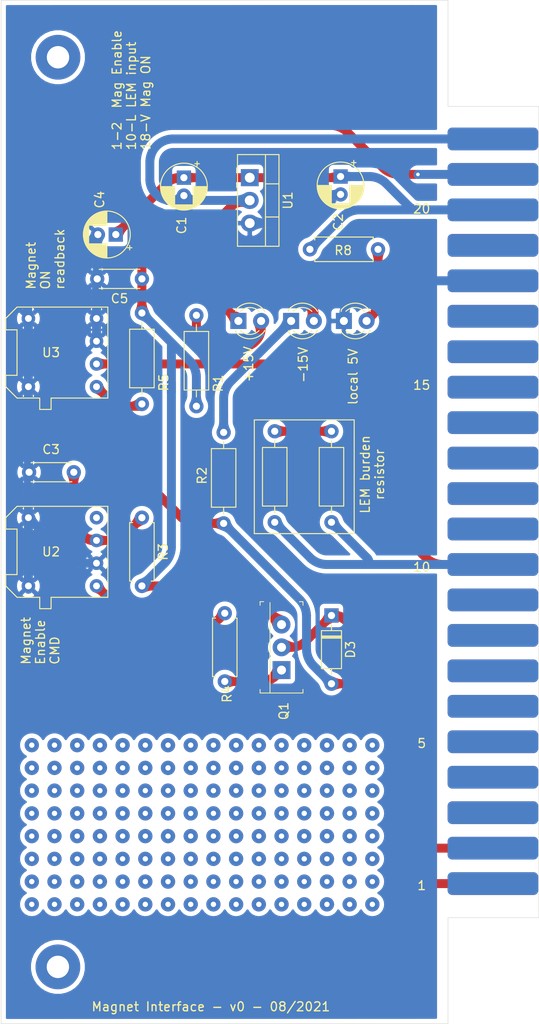
<source format=kicad_pcb>
(kicad_pcb (version 20171130) (host pcbnew "(5.1.10)-1")

  (general
    (thickness 1.6)
    (drawings 20)
    (tracks 1223)
    (zones 0)
    (modules 152)
    (nets 52)
  )

  (page A4)
  (layers
    (0 F.Cu signal hide)
    (31 B.Cu signal)
    (32 B.Adhes user hide)
    (33 F.Adhes user hide)
    (34 B.Paste user hide)
    (35 F.Paste user hide)
    (36 B.SilkS user hide)
    (37 F.SilkS user hide)
    (38 B.Mask user hide)
    (39 F.Mask user hide)
    (40 Dwgs.User user hide)
    (41 Cmts.User user hide)
    (42 Eco1.User user hide)
    (43 Eco2.User user hide)
    (44 Edge.Cuts user)
    (45 Margin user hide)
    (46 B.CrtYd user hide)
    (47 F.CrtYd user hide)
    (48 B.Fab user hide)
    (49 F.Fab user hide)
  )

  (setup
    (last_trace_width 0.25)
    (user_trace_width 1)
    (trace_clearance 0.2)
    (zone_clearance 0.508)
    (zone_45_only no)
    (trace_min 0.2)
    (via_size 0.8)
    (via_drill 0.4)
    (via_min_size 0.4)
    (via_min_drill 0.3)
    (uvia_size 0.3)
    (uvia_drill 0.1)
    (uvias_allowed no)
    (uvia_min_size 0.2)
    (uvia_min_drill 0.1)
    (edge_width 0.05)
    (segment_width 0.2)
    (pcb_text_width 0.3)
    (pcb_text_size 1.5 1.5)
    (mod_edge_width 0.12)
    (mod_text_size 1 1)
    (mod_text_width 0.15)
    (pad_size 2.54 10.14)
    (pad_drill 0)
    (pad_to_mask_clearance 0)
    (aux_axis_origin 0 0)
    (visible_elements 7FFFFFFF)
    (pcbplotparams
      (layerselection 0x010fc_ffffffff)
      (usegerberextensions false)
      (usegerberattributes true)
      (usegerberadvancedattributes true)
      (creategerberjobfile true)
      (excludeedgelayer true)
      (linewidth 0.100000)
      (plotframeref false)
      (viasonmask false)
      (mode 1)
      (useauxorigin false)
      (hpglpennumber 1)
      (hpglpenspeed 20)
      (hpglpendiameter 15.000000)
      (psnegative false)
      (psa4output false)
      (plotreference true)
      (plotvalue true)
      (plotinvisibletext false)
      (padsonsilk false)
      (subtractmaskfromsilk false)
      (outputformat 1)
      (mirror false)
      (drillshape 1)
      (scaleselection 1)
      (outputdirectory ""))
  )

  (net 0 "")
  (net 1 GND)
  (net 2 "Net-(J1-PadW)")
  (net 3 "Net-(J1-PadS)")
  (net 4 "Net-(J1-PadU)")
  (net 5 "Net-(J1-PadT)")
  (net 6 "Net-(J1-PadP)")
  (net 7 "Net-(J1-PadM)")
  (net 8 "Net-(J1-PadN)")
  (net 9 "Net-(J1-PadR)")
  (net 10 "Net-(J1-PadC)")
  (net 11 +15V)
  (net 12 "Net-(J1-PadE)")
  (net 13 "Net-(J1-PadK)")
  (net 14 "Net-(J1-PadF)")
  (net 15 "Net-(J1-PadJ)")
  (net 16 "Net-(J1-PadH)")
  (net 17 "Net-(J1-PadB)")
  (net 18 "Net-(J1-Pad22)")
  (net 19 "Net-(J1-Pad21)")
  (net 20 "Net-(J1-Pad20)")
  (net 21 "Net-(J1-Pad19)")
  (net 22 "Net-(J1-Pad17)")
  (net 23 "Net-(J1-Pad16)")
  (net 24 "Net-(J1-Pad15)")
  (net 25 "Net-(J1-Pad14)")
  (net 26 "Net-(J1-Pad13)")
  (net 27 "Net-(J1-Pad12)")
  (net 28 "Net-(J1-Pad11)")
  (net 29 "Net-(J1-Pad9)")
  (net 30 "Net-(J1-Pad6)")
  (net 31 "Net-(J1-Pad5)")
  (net 32 "Net-(J1-Pad3)")
  (net 33 /Mag_AUX_contact_2)
  (net 34 "Net-(C3-Pad1)")
  (net 35 "Net-(D1-Pad2)")
  (net 36 -15V)
  (net 37 /Magnet_ON_CMD_1)
  (net 38 /Magnet_LEM_2)
  (net 39 "Net-(J1-PadD)")
  (net 40 "Net-(J1-PadA)")
  (net 41 /Mag_AUX_contact_1)
  (net 42 /Magnet_LEM_1)
  (net 43 "Net-(J1-Pad4)")
  (net 44 "Net-(Q1-Pad1)")
  (net 45 "Net-(R4-Pad1)")
  (net 46 "Net-(R5-Pad2)")
  (net 47 "Net-(U2-Pad4)")
  (net 48 "Net-(D2-Pad1)")
  (net 49 "Net-(D4-Pad2)")
  (net 50 "Net-(J1-Pad8)")
  (net 51 "Net-(J1-Pad7)")

  (net_class Default "This is the default net class."
    (clearance 0.2)
    (trace_width 0.25)
    (via_dia 0.8)
    (via_drill 0.4)
    (uvia_dia 0.3)
    (uvia_drill 0.1)
    (add_net +15V)
    (add_net -15V)
    (add_net /Mag_AUX_contact_1)
    (add_net /Mag_AUX_contact_2)
    (add_net /Magnet_LEM_1)
    (add_net /Magnet_LEM_2)
    (add_net /Magnet_ON_CMD_1)
    (add_net GND)
    (add_net "Net-(C3-Pad1)")
    (add_net "Net-(D1-Pad2)")
    (add_net "Net-(D2-Pad1)")
    (add_net "Net-(D4-Pad2)")
    (add_net "Net-(J1-Pad11)")
    (add_net "Net-(J1-Pad12)")
    (add_net "Net-(J1-Pad13)")
    (add_net "Net-(J1-Pad14)")
    (add_net "Net-(J1-Pad15)")
    (add_net "Net-(J1-Pad16)")
    (add_net "Net-(J1-Pad17)")
    (add_net "Net-(J1-Pad19)")
    (add_net "Net-(J1-Pad20)")
    (add_net "Net-(J1-Pad21)")
    (add_net "Net-(J1-Pad22)")
    (add_net "Net-(J1-Pad3)")
    (add_net "Net-(J1-Pad4)")
    (add_net "Net-(J1-Pad5)")
    (add_net "Net-(J1-Pad6)")
    (add_net "Net-(J1-Pad7)")
    (add_net "Net-(J1-Pad8)")
    (add_net "Net-(J1-Pad9)")
    (add_net "Net-(J1-PadA)")
    (add_net "Net-(J1-PadB)")
    (add_net "Net-(J1-PadC)")
    (add_net "Net-(J1-PadD)")
    (add_net "Net-(J1-PadE)")
    (add_net "Net-(J1-PadF)")
    (add_net "Net-(J1-PadH)")
    (add_net "Net-(J1-PadJ)")
    (add_net "Net-(J1-PadK)")
    (add_net "Net-(J1-PadM)")
    (add_net "Net-(J1-PadN)")
    (add_net "Net-(J1-PadP)")
    (add_net "Net-(J1-PadR)")
    (add_net "Net-(J1-PadS)")
    (add_net "Net-(J1-PadT)")
    (add_net "Net-(J1-PadU)")
    (add_net "Net-(J1-PadW)")
    (add_net "Net-(Q1-Pad1)")
    (add_net "Net-(R4-Pad1)")
    (add_net "Net-(R5-Pad2)")
    (add_net "Net-(U2-Pad4)")
  )

  (module MountingHole:MountingHole_2.5mm_Pad (layer F.Cu) (tedit 56D1B4CB) (tstamp 6118BC94)
    (at 189.357 147.955)
    (descr "Mounting Hole 2.5mm")
    (tags "mounting hole 2.5mm")
    (attr virtual)
    (fp_text reference REF** (at 0 -3.5) (layer F.SilkS) hide
      (effects (font (size 1 1) (thickness 0.15)))
    )
    (fp_text value MountingHole_2.5mm_Pad (at 0 3.5) (layer F.Fab) hide
      (effects (font (size 1 1) (thickness 0.15)))
    )
    (fp_circle (center 0 0) (end 2.75 0) (layer F.CrtYd) (width 0.05))
    (fp_circle (center 0 0) (end 2.5 0) (layer Cmts.User) (width 0.15))
    (fp_text user %R (at 0.3 0) (layer F.Fab)
      (effects (font (size 1 1) (thickness 0.15)))
    )
    (pad 1 thru_hole circle (at 0 0) (size 5 5) (drill 2.5) (layers *.Cu *.Mask))
  )

  (module MountingHole:MountingHole_2.5mm_Pad (layer F.Cu) (tedit 56D1B4CB) (tstamp 611A8837)
    (at 189.3697 46.3677)
    (descr "Mounting Hole 2.5mm")
    (tags "mounting hole 2.5mm")
    (attr virtual)
    (fp_text reference REF** (at 0 -3.5) (layer F.SilkS) hide
      (effects (font (size 1 1) (thickness 0.15)))
    )
    (fp_text value MountingHole_2.5mm_Pad (at 0 3.5) (layer F.Fab)
      (effects (font (size 1 1) (thickness 0.15)))
    )
    (fp_circle (center 0 0) (end 2.5 0) (layer Cmts.User) (width 0.15))
    (fp_circle (center 0 0) (end 2.75 0) (layer F.CrtYd) (width 0.05))
    (fp_text user %R (at 0.3 0) (layer F.Fab)
      (effects (font (size 1 1) (thickness 0.15)))
    )
    (pad 1 thru_hole circle (at 0 0) (size 5 5) (drill 2.5) (layers *.Cu *.Mask))
  )

  (module Connector_Wire:SolderWire-0.1sqmm_1x01_D0.4mm_OD1mm (layer F.Cu) (tedit 61189299) (tstamp 6118AE6B)
    (at 224.536 140.97)
    (descr "Soldered wire connection, for a single 0.1 mm² wire, basic insulation, conductor diameter 0.4mm, outer diameter 1mm, size source Multi-Contact FLEXI-E 0.1 (https://ec.staubli.com/AcroFiles/Catalogues/TM_Cab-Main-11014119_(en)_hi.pdf), bend radius 3 times outer diameter, generated with kicad-footprint-generator")
    (tags "connector wire 0.1sqmm")
    (attr virtual)
    (fp_text reference "" (at 0 -2) (layer F.SilkS) hide
      (effects (font (size 1 1) (thickness 0.15)))
    )
    (fp_text value "" (at 0 2) (layer F.Fab) hide
      (effects (font (size 1 1) (thickness 0.15)))
    )
    (fp_line (start 1.3 -1.3) (end -1.3 -1.3) (layer F.CrtYd) (width 0.05))
    (fp_line (start 1.3 1.3) (end 1.3 -1.3) (layer F.CrtYd) (width 0.05))
    (fp_line (start -1.3 1.3) (end 1.3 1.3) (layer F.CrtYd) (width 0.05))
    (fp_line (start -1.3 -1.3) (end -1.3 1.3) (layer F.CrtYd) (width 0.05))
    (fp_circle (center 0 0) (end 0.5 0) (layer F.Fab) (width 0.1))
    (fp_text user %R (at 0 0) (layer F.Fab)
      (effects (font (size 0.25 0.25) (thickness 0.04)))
    )
    (pad 1 thru_hole circle (at 0 0) (size 1.6 1.6) (drill 0.6) (layers *.Cu *.Mask))
    (model ${KISYS3DMOD}/Connector_Wire.3dshapes/SolderWire-0.1sqmm_1x01_D0.4mm_OD1mm.wrl
      (at (xyz 0 0 0))
      (scale (xyz 1 1 1))
      (rotate (xyz 0 0 0))
    )
  )

  (module Connector_Wire:SolderWire-0.1sqmm_1x01_D0.4mm_OD1mm (layer F.Cu) (tedit 61189299) (tstamp 6118AE61)
    (at 219.456 138.43)
    (descr "Soldered wire connection, for a single 0.1 mm² wire, basic insulation, conductor diameter 0.4mm, outer diameter 1mm, size source Multi-Contact FLEXI-E 0.1 (https://ec.staubli.com/AcroFiles/Catalogues/TM_Cab-Main-11014119_(en)_hi.pdf), bend radius 3 times outer diameter, generated with kicad-footprint-generator")
    (tags "connector wire 0.1sqmm")
    (attr virtual)
    (fp_text reference "" (at 0 -2) (layer F.SilkS) hide
      (effects (font (size 1 1) (thickness 0.15)))
    )
    (fp_text value "" (at 0 2) (layer F.Fab) hide
      (effects (font (size 1 1) (thickness 0.15)))
    )
    (fp_line (start 1.3 -1.3) (end -1.3 -1.3) (layer F.CrtYd) (width 0.05))
    (fp_line (start 1.3 1.3) (end 1.3 -1.3) (layer F.CrtYd) (width 0.05))
    (fp_line (start -1.3 1.3) (end 1.3 1.3) (layer F.CrtYd) (width 0.05))
    (fp_line (start -1.3 -1.3) (end -1.3 1.3) (layer F.CrtYd) (width 0.05))
    (fp_circle (center 0 0) (end 0.5 0) (layer F.Fab) (width 0.1))
    (fp_text user %R (at 0 0) (layer F.Fab)
      (effects (font (size 0.25 0.25) (thickness 0.04)))
    )
    (pad 1 thru_hole circle (at 0 0) (size 1.6 1.6) (drill 0.6) (layers *.Cu *.Mask))
    (model ${KISYS3DMOD}/Connector_Wire.3dshapes/SolderWire-0.1sqmm_1x01_D0.4mm_OD1mm.wrl
      (at (xyz 0 0 0))
      (scale (xyz 1 1 1))
      (rotate (xyz 0 0 0))
    )
  )

  (module Connector_Wire:SolderWire-0.1sqmm_1x01_D0.4mm_OD1mm (layer F.Cu) (tedit 61189299) (tstamp 6118AE57)
    (at 221.996 135.89)
    (descr "Soldered wire connection, for a single 0.1 mm² wire, basic insulation, conductor diameter 0.4mm, outer diameter 1mm, size source Multi-Contact FLEXI-E 0.1 (https://ec.staubli.com/AcroFiles/Catalogues/TM_Cab-Main-11014119_(en)_hi.pdf), bend radius 3 times outer diameter, generated with kicad-footprint-generator")
    (tags "connector wire 0.1sqmm")
    (attr virtual)
    (fp_text reference "" (at 0 -2) (layer F.SilkS) hide
      (effects (font (size 1 1) (thickness 0.15)))
    )
    (fp_text value "" (at 0 2) (layer F.Fab) hide
      (effects (font (size 1 1) (thickness 0.15)))
    )
    (fp_line (start 1.3 -1.3) (end -1.3 -1.3) (layer F.CrtYd) (width 0.05))
    (fp_line (start 1.3 1.3) (end 1.3 -1.3) (layer F.CrtYd) (width 0.05))
    (fp_line (start -1.3 1.3) (end 1.3 1.3) (layer F.CrtYd) (width 0.05))
    (fp_line (start -1.3 -1.3) (end -1.3 1.3) (layer F.CrtYd) (width 0.05))
    (fp_circle (center 0 0) (end 0.5 0) (layer F.Fab) (width 0.1))
    (fp_text user %R (at 0 0) (layer F.Fab)
      (effects (font (size 0.25 0.25) (thickness 0.04)))
    )
    (pad 1 thru_hole circle (at 0 0) (size 1.6 1.6) (drill 0.6) (layers *.Cu *.Mask))
    (model ${KISYS3DMOD}/Connector_Wire.3dshapes/SolderWire-0.1sqmm_1x01_D0.4mm_OD1mm.wrl
      (at (xyz 0 0 0))
      (scale (xyz 1 1 1))
      (rotate (xyz 0 0 0))
    )
  )

  (module Connector_Wire:SolderWire-0.1sqmm_1x01_D0.4mm_OD1mm (layer F.Cu) (tedit 61189299) (tstamp 6118AE4D)
    (at 216.916 138.43)
    (descr "Soldered wire connection, for a single 0.1 mm² wire, basic insulation, conductor diameter 0.4mm, outer diameter 1mm, size source Multi-Contact FLEXI-E 0.1 (https://ec.staubli.com/AcroFiles/Catalogues/TM_Cab-Main-11014119_(en)_hi.pdf), bend radius 3 times outer diameter, generated with kicad-footprint-generator")
    (tags "connector wire 0.1sqmm")
    (attr virtual)
    (fp_text reference "" (at 0 -2) (layer F.SilkS) hide
      (effects (font (size 1 1) (thickness 0.15)))
    )
    (fp_text value "" (at 0 2) (layer F.Fab) hide
      (effects (font (size 1 1) (thickness 0.15)))
    )
    (fp_circle (center 0 0) (end 0.5 0) (layer F.Fab) (width 0.1))
    (fp_line (start -1.3 -1.3) (end -1.3 1.3) (layer F.CrtYd) (width 0.05))
    (fp_line (start -1.3 1.3) (end 1.3 1.3) (layer F.CrtYd) (width 0.05))
    (fp_line (start 1.3 1.3) (end 1.3 -1.3) (layer F.CrtYd) (width 0.05))
    (fp_line (start 1.3 -1.3) (end -1.3 -1.3) (layer F.CrtYd) (width 0.05))
    (fp_text user %R (at 0 0) (layer F.Fab)
      (effects (font (size 0.25 0.25) (thickness 0.04)))
    )
    (pad 1 thru_hole circle (at 0 0) (size 1.6 1.6) (drill 0.6) (layers *.Cu *.Mask))
    (model ${KISYS3DMOD}/Connector_Wire.3dshapes/SolderWire-0.1sqmm_1x01_D0.4mm_OD1mm.wrl
      (at (xyz 0 0 0))
      (scale (xyz 1 1 1))
      (rotate (xyz 0 0 0))
    )
  )

  (module Connector_Wire:SolderWire-0.1sqmm_1x01_D0.4mm_OD1mm (layer F.Cu) (tedit 61189299) (tstamp 6118AE43)
    (at 224.536 138.43)
    (descr "Soldered wire connection, for a single 0.1 mm² wire, basic insulation, conductor diameter 0.4mm, outer diameter 1mm, size source Multi-Contact FLEXI-E 0.1 (https://ec.staubli.com/AcroFiles/Catalogues/TM_Cab-Main-11014119_(en)_hi.pdf), bend radius 3 times outer diameter, generated with kicad-footprint-generator")
    (tags "connector wire 0.1sqmm")
    (attr virtual)
    (fp_text reference "" (at 0 -2) (layer F.SilkS) hide
      (effects (font (size 1 1) (thickness 0.15)))
    )
    (fp_text value "" (at 0 2) (layer F.Fab) hide
      (effects (font (size 1 1) (thickness 0.15)))
    )
    (fp_circle (center 0 0) (end 0.5 0) (layer F.Fab) (width 0.1))
    (fp_line (start -1.3 -1.3) (end -1.3 1.3) (layer F.CrtYd) (width 0.05))
    (fp_line (start -1.3 1.3) (end 1.3 1.3) (layer F.CrtYd) (width 0.05))
    (fp_line (start 1.3 1.3) (end 1.3 -1.3) (layer F.CrtYd) (width 0.05))
    (fp_line (start 1.3 -1.3) (end -1.3 -1.3) (layer F.CrtYd) (width 0.05))
    (fp_text user %R (at 0 0) (layer F.Fab)
      (effects (font (size 0.25 0.25) (thickness 0.04)))
    )
    (pad 1 thru_hole circle (at 0 0) (size 1.6 1.6) (drill 0.6) (layers *.Cu *.Mask))
    (model ${KISYS3DMOD}/Connector_Wire.3dshapes/SolderWire-0.1sqmm_1x01_D0.4mm_OD1mm.wrl
      (at (xyz 0 0 0))
      (scale (xyz 1 1 1))
      (rotate (xyz 0 0 0))
    )
  )

  (module Connector_Wire:SolderWire-0.1sqmm_1x01_D0.4mm_OD1mm (layer F.Cu) (tedit 61189299) (tstamp 6118AE39)
    (at 221.996 133.35)
    (descr "Soldered wire connection, for a single 0.1 mm² wire, basic insulation, conductor diameter 0.4mm, outer diameter 1mm, size source Multi-Contact FLEXI-E 0.1 (https://ec.staubli.com/AcroFiles/Catalogues/TM_Cab-Main-11014119_(en)_hi.pdf), bend radius 3 times outer diameter, generated with kicad-footprint-generator")
    (tags "connector wire 0.1sqmm")
    (attr virtual)
    (fp_text reference "" (at 0 -2) (layer F.SilkS) hide
      (effects (font (size 1 1) (thickness 0.15)))
    )
    (fp_text value "" (at 0 2) (layer F.Fab) hide
      (effects (font (size 1 1) (thickness 0.15)))
    )
    (fp_circle (center 0 0) (end 0.5 0) (layer F.Fab) (width 0.1))
    (fp_line (start -1.3 -1.3) (end -1.3 1.3) (layer F.CrtYd) (width 0.05))
    (fp_line (start -1.3 1.3) (end 1.3 1.3) (layer F.CrtYd) (width 0.05))
    (fp_line (start 1.3 1.3) (end 1.3 -1.3) (layer F.CrtYd) (width 0.05))
    (fp_line (start 1.3 -1.3) (end -1.3 -1.3) (layer F.CrtYd) (width 0.05))
    (fp_text user %R (at 0 0) (layer F.Fab)
      (effects (font (size 0.25 0.25) (thickness 0.04)))
    )
    (pad 1 thru_hole circle (at 0 0) (size 1.6 1.6) (drill 0.6) (layers *.Cu *.Mask))
    (model ${KISYS3DMOD}/Connector_Wire.3dshapes/SolderWire-0.1sqmm_1x01_D0.4mm_OD1mm.wrl
      (at (xyz 0 0 0))
      (scale (xyz 1 1 1))
      (rotate (xyz 0 0 0))
    )
  )

  (module Connector_Wire:SolderWire-0.1sqmm_1x01_D0.4mm_OD1mm (layer F.Cu) (tedit 61189299) (tstamp 6118AE2F)
    (at 221.996 138.43)
    (descr "Soldered wire connection, for a single 0.1 mm² wire, basic insulation, conductor diameter 0.4mm, outer diameter 1mm, size source Multi-Contact FLEXI-E 0.1 (https://ec.staubli.com/AcroFiles/Catalogues/TM_Cab-Main-11014119_(en)_hi.pdf), bend radius 3 times outer diameter, generated with kicad-footprint-generator")
    (tags "connector wire 0.1sqmm")
    (attr virtual)
    (fp_text reference "" (at 0 -2) (layer F.SilkS) hide
      (effects (font (size 1 1) (thickness 0.15)))
    )
    (fp_text value "" (at 0 2) (layer F.Fab) hide
      (effects (font (size 1 1) (thickness 0.15)))
    )
    (fp_line (start 1.3 -1.3) (end -1.3 -1.3) (layer F.CrtYd) (width 0.05))
    (fp_line (start 1.3 1.3) (end 1.3 -1.3) (layer F.CrtYd) (width 0.05))
    (fp_line (start -1.3 1.3) (end 1.3 1.3) (layer F.CrtYd) (width 0.05))
    (fp_line (start -1.3 -1.3) (end -1.3 1.3) (layer F.CrtYd) (width 0.05))
    (fp_circle (center 0 0) (end 0.5 0) (layer F.Fab) (width 0.1))
    (fp_text user %R (at 0 0) (layer F.Fab)
      (effects (font (size 0.25 0.25) (thickness 0.04)))
    )
    (pad 1 thru_hole circle (at 0 0) (size 1.6 1.6) (drill 0.6) (layers *.Cu *.Mask))
    (model ${KISYS3DMOD}/Connector_Wire.3dshapes/SolderWire-0.1sqmm_1x01_D0.4mm_OD1mm.wrl
      (at (xyz 0 0 0))
      (scale (xyz 1 1 1))
      (rotate (xyz 0 0 0))
    )
  )

  (module Connector_Wire:SolderWire-0.1sqmm_1x01_D0.4mm_OD1mm (layer F.Cu) (tedit 61189299) (tstamp 6118AE25)
    (at 224.536 135.89)
    (descr "Soldered wire connection, for a single 0.1 mm² wire, basic insulation, conductor diameter 0.4mm, outer diameter 1mm, size source Multi-Contact FLEXI-E 0.1 (https://ec.staubli.com/AcroFiles/Catalogues/TM_Cab-Main-11014119_(en)_hi.pdf), bend radius 3 times outer diameter, generated with kicad-footprint-generator")
    (tags "connector wire 0.1sqmm")
    (attr virtual)
    (fp_text reference "" (at 0 -2) (layer F.SilkS) hide
      (effects (font (size 1 1) (thickness 0.15)))
    )
    (fp_text value "" (at 0 2) (layer F.Fab) hide
      (effects (font (size 1 1) (thickness 0.15)))
    )
    (fp_circle (center 0 0) (end 0.5 0) (layer F.Fab) (width 0.1))
    (fp_line (start -1.3 -1.3) (end -1.3 1.3) (layer F.CrtYd) (width 0.05))
    (fp_line (start -1.3 1.3) (end 1.3 1.3) (layer F.CrtYd) (width 0.05))
    (fp_line (start 1.3 1.3) (end 1.3 -1.3) (layer F.CrtYd) (width 0.05))
    (fp_line (start 1.3 -1.3) (end -1.3 -1.3) (layer F.CrtYd) (width 0.05))
    (fp_text user %R (at 0 0) (layer F.Fab)
      (effects (font (size 0.25 0.25) (thickness 0.04)))
    )
    (pad 1 thru_hole circle (at 0 0) (size 1.6 1.6) (drill 0.6) (layers *.Cu *.Mask))
    (model ${KISYS3DMOD}/Connector_Wire.3dshapes/SolderWire-0.1sqmm_1x01_D0.4mm_OD1mm.wrl
      (at (xyz 0 0 0))
      (scale (xyz 1 1 1))
      (rotate (xyz 0 0 0))
    )
  )

  (module Connector_Wire:SolderWire-0.1sqmm_1x01_D0.4mm_OD1mm (layer F.Cu) (tedit 61189299) (tstamp 6118AE1B)
    (at 221.996 140.97)
    (descr "Soldered wire connection, for a single 0.1 mm² wire, basic insulation, conductor diameter 0.4mm, outer diameter 1mm, size source Multi-Contact FLEXI-E 0.1 (https://ec.staubli.com/AcroFiles/Catalogues/TM_Cab-Main-11014119_(en)_hi.pdf), bend radius 3 times outer diameter, generated with kicad-footprint-generator")
    (tags "connector wire 0.1sqmm")
    (attr virtual)
    (fp_text reference "" (at 0 -2) (layer F.SilkS) hide
      (effects (font (size 1 1) (thickness 0.15)))
    )
    (fp_text value "" (at 0 2) (layer F.Fab) hide
      (effects (font (size 1 1) (thickness 0.15)))
    )
    (fp_circle (center 0 0) (end 0.5 0) (layer F.Fab) (width 0.1))
    (fp_line (start -1.3 -1.3) (end -1.3 1.3) (layer F.CrtYd) (width 0.05))
    (fp_line (start -1.3 1.3) (end 1.3 1.3) (layer F.CrtYd) (width 0.05))
    (fp_line (start 1.3 1.3) (end 1.3 -1.3) (layer F.CrtYd) (width 0.05))
    (fp_line (start 1.3 -1.3) (end -1.3 -1.3) (layer F.CrtYd) (width 0.05))
    (fp_text user %R (at 0 0) (layer F.Fab)
      (effects (font (size 0.25 0.25) (thickness 0.04)))
    )
    (pad 1 thru_hole circle (at 0 0) (size 1.6 1.6) (drill 0.6) (layers *.Cu *.Mask))
    (model ${KISYS3DMOD}/Connector_Wire.3dshapes/SolderWire-0.1sqmm_1x01_D0.4mm_OD1mm.wrl
      (at (xyz 0 0 0))
      (scale (xyz 1 1 1))
      (rotate (xyz 0 0 0))
    )
  )

  (module Connector_Wire:SolderWire-0.1sqmm_1x01_D0.4mm_OD1mm (layer F.Cu) (tedit 61189299) (tstamp 6118AE11)
    (at 216.916 135.89)
    (descr "Soldered wire connection, for a single 0.1 mm² wire, basic insulation, conductor diameter 0.4mm, outer diameter 1mm, size source Multi-Contact FLEXI-E 0.1 (https://ec.staubli.com/AcroFiles/Catalogues/TM_Cab-Main-11014119_(en)_hi.pdf), bend radius 3 times outer diameter, generated with kicad-footprint-generator")
    (tags "connector wire 0.1sqmm")
    (attr virtual)
    (fp_text reference "" (at 0 -2) (layer F.SilkS) hide
      (effects (font (size 1 1) (thickness 0.15)))
    )
    (fp_text value "" (at 0 2) (layer F.Fab) hide
      (effects (font (size 1 1) (thickness 0.15)))
    )
    (fp_circle (center 0 0) (end 0.5 0) (layer F.Fab) (width 0.1))
    (fp_line (start -1.3 -1.3) (end -1.3 1.3) (layer F.CrtYd) (width 0.05))
    (fp_line (start -1.3 1.3) (end 1.3 1.3) (layer F.CrtYd) (width 0.05))
    (fp_line (start 1.3 1.3) (end 1.3 -1.3) (layer F.CrtYd) (width 0.05))
    (fp_line (start 1.3 -1.3) (end -1.3 -1.3) (layer F.CrtYd) (width 0.05))
    (fp_text user %R (at 0 0) (layer F.Fab)
      (effects (font (size 0.25 0.25) (thickness 0.04)))
    )
    (pad 1 thru_hole circle (at 0 0) (size 1.6 1.6) (drill 0.6) (layers *.Cu *.Mask))
    (model ${KISYS3DMOD}/Connector_Wire.3dshapes/SolderWire-0.1sqmm_1x01_D0.4mm_OD1mm.wrl
      (at (xyz 0 0 0))
      (scale (xyz 1 1 1))
      (rotate (xyz 0 0 0))
    )
  )

  (module Connector_Wire:SolderWire-0.1sqmm_1x01_D0.4mm_OD1mm (layer F.Cu) (tedit 61189299) (tstamp 6118AE07)
    (at 216.916 133.35)
    (descr "Soldered wire connection, for a single 0.1 mm² wire, basic insulation, conductor diameter 0.4mm, outer diameter 1mm, size source Multi-Contact FLEXI-E 0.1 (https://ec.staubli.com/AcroFiles/Catalogues/TM_Cab-Main-11014119_(en)_hi.pdf), bend radius 3 times outer diameter, generated with kicad-footprint-generator")
    (tags "connector wire 0.1sqmm")
    (attr virtual)
    (fp_text reference "" (at 0 -2) (layer F.SilkS) hide
      (effects (font (size 1 1) (thickness 0.15)))
    )
    (fp_text value "" (at 0 2) (layer F.Fab) hide
      (effects (font (size 1 1) (thickness 0.15)))
    )
    (fp_line (start 1.3 -1.3) (end -1.3 -1.3) (layer F.CrtYd) (width 0.05))
    (fp_line (start 1.3 1.3) (end 1.3 -1.3) (layer F.CrtYd) (width 0.05))
    (fp_line (start -1.3 1.3) (end 1.3 1.3) (layer F.CrtYd) (width 0.05))
    (fp_line (start -1.3 -1.3) (end -1.3 1.3) (layer F.CrtYd) (width 0.05))
    (fp_circle (center 0 0) (end 0.5 0) (layer F.Fab) (width 0.1))
    (fp_text user %R (at 0 0) (layer F.Fab)
      (effects (font (size 0.25 0.25) (thickness 0.04)))
    )
    (pad 1 thru_hole circle (at 0 0) (size 1.6 1.6) (drill 0.6) (layers *.Cu *.Mask))
    (model ${KISYS3DMOD}/Connector_Wire.3dshapes/SolderWire-0.1sqmm_1x01_D0.4mm_OD1mm.wrl
      (at (xyz 0 0 0))
      (scale (xyz 1 1 1))
      (rotate (xyz 0 0 0))
    )
  )

  (module Connector_Wire:SolderWire-0.1sqmm_1x01_D0.4mm_OD1mm (layer F.Cu) (tedit 61189299) (tstamp 6118ADFD)
    (at 219.456 133.35)
    (descr "Soldered wire connection, for a single 0.1 mm² wire, basic insulation, conductor diameter 0.4mm, outer diameter 1mm, size source Multi-Contact FLEXI-E 0.1 (https://ec.staubli.com/AcroFiles/Catalogues/TM_Cab-Main-11014119_(en)_hi.pdf), bend radius 3 times outer diameter, generated with kicad-footprint-generator")
    (tags "connector wire 0.1sqmm")
    (attr virtual)
    (fp_text reference "" (at 0 -2) (layer F.SilkS) hide
      (effects (font (size 1 1) (thickness 0.15)))
    )
    (fp_text value "" (at 0 2) (layer F.Fab) hide
      (effects (font (size 1 1) (thickness 0.15)))
    )
    (fp_circle (center 0 0) (end 0.5 0) (layer F.Fab) (width 0.1))
    (fp_line (start -1.3 -1.3) (end -1.3 1.3) (layer F.CrtYd) (width 0.05))
    (fp_line (start -1.3 1.3) (end 1.3 1.3) (layer F.CrtYd) (width 0.05))
    (fp_line (start 1.3 1.3) (end 1.3 -1.3) (layer F.CrtYd) (width 0.05))
    (fp_line (start 1.3 -1.3) (end -1.3 -1.3) (layer F.CrtYd) (width 0.05))
    (fp_text user %R (at 0 0) (layer F.Fab)
      (effects (font (size 0.25 0.25) (thickness 0.04)))
    )
    (pad 1 thru_hole circle (at 0 0) (size 1.6 1.6) (drill 0.6) (layers *.Cu *.Mask))
    (model ${KISYS3DMOD}/Connector_Wire.3dshapes/SolderWire-0.1sqmm_1x01_D0.4mm_OD1mm.wrl
      (at (xyz 0 0 0))
      (scale (xyz 1 1 1))
      (rotate (xyz 0 0 0))
    )
  )

  (module Connector_Wire:SolderWire-0.1sqmm_1x01_D0.4mm_OD1mm (layer F.Cu) (tedit 61189299) (tstamp 6118ADF3)
    (at 211.836 140.97)
    (descr "Soldered wire connection, for a single 0.1 mm² wire, basic insulation, conductor diameter 0.4mm, outer diameter 1mm, size source Multi-Contact FLEXI-E 0.1 (https://ec.staubli.com/AcroFiles/Catalogues/TM_Cab-Main-11014119_(en)_hi.pdf), bend radius 3 times outer diameter, generated with kicad-footprint-generator")
    (tags "connector wire 0.1sqmm")
    (attr virtual)
    (fp_text reference "" (at 0 -2) (layer F.SilkS) hide
      (effects (font (size 1 1) (thickness 0.15)))
    )
    (fp_text value "" (at 0 2) (layer F.Fab) hide
      (effects (font (size 1 1) (thickness 0.15)))
    )
    (fp_line (start 1.3 -1.3) (end -1.3 -1.3) (layer F.CrtYd) (width 0.05))
    (fp_line (start 1.3 1.3) (end 1.3 -1.3) (layer F.CrtYd) (width 0.05))
    (fp_line (start -1.3 1.3) (end 1.3 1.3) (layer F.CrtYd) (width 0.05))
    (fp_line (start -1.3 -1.3) (end -1.3 1.3) (layer F.CrtYd) (width 0.05))
    (fp_circle (center 0 0) (end 0.5 0) (layer F.Fab) (width 0.1))
    (fp_text user %R (at 0 0) (layer F.Fab)
      (effects (font (size 0.25 0.25) (thickness 0.04)))
    )
    (pad 1 thru_hole circle (at 0 0) (size 1.6 1.6) (drill 0.6) (layers *.Cu *.Mask))
    (model ${KISYS3DMOD}/Connector_Wire.3dshapes/SolderWire-0.1sqmm_1x01_D0.4mm_OD1mm.wrl
      (at (xyz 0 0 0))
      (scale (xyz 1 1 1))
      (rotate (xyz 0 0 0))
    )
  )

  (module Connector_Wire:SolderWire-0.1sqmm_1x01_D0.4mm_OD1mm (layer F.Cu) (tedit 61189299) (tstamp 6118ADE9)
    (at 221.996 123.19)
    (descr "Soldered wire connection, for a single 0.1 mm² wire, basic insulation, conductor diameter 0.4mm, outer diameter 1mm, size source Multi-Contact FLEXI-E 0.1 (https://ec.staubli.com/AcroFiles/Catalogues/TM_Cab-Main-11014119_(en)_hi.pdf), bend radius 3 times outer diameter, generated with kicad-footprint-generator")
    (tags "connector wire 0.1sqmm")
    (attr virtual)
    (fp_text reference "" (at 0 -2) (layer F.SilkS) hide
      (effects (font (size 1 1) (thickness 0.15)))
    )
    (fp_text value "" (at 0 2) (layer F.Fab) hide
      (effects (font (size 1 1) (thickness 0.15)))
    )
    (fp_line (start 1.3 -1.3) (end -1.3 -1.3) (layer F.CrtYd) (width 0.05))
    (fp_line (start 1.3 1.3) (end 1.3 -1.3) (layer F.CrtYd) (width 0.05))
    (fp_line (start -1.3 1.3) (end 1.3 1.3) (layer F.CrtYd) (width 0.05))
    (fp_line (start -1.3 -1.3) (end -1.3 1.3) (layer F.CrtYd) (width 0.05))
    (fp_circle (center 0 0) (end 0.5 0) (layer F.Fab) (width 0.1))
    (fp_text user %R (at 0 0) (layer F.Fab)
      (effects (font (size 0.25 0.25) (thickness 0.04)))
    )
    (pad 1 thru_hole circle (at 0 0) (size 1.6 1.6) (drill 0.6) (layers *.Cu *.Mask))
    (model ${KISYS3DMOD}/Connector_Wire.3dshapes/SolderWire-0.1sqmm_1x01_D0.4mm_OD1mm.wrl
      (at (xyz 0 0 0))
      (scale (xyz 1 1 1))
      (rotate (xyz 0 0 0))
    )
  )

  (module Connector_Wire:SolderWire-0.1sqmm_1x01_D0.4mm_OD1mm (layer F.Cu) (tedit 61189299) (tstamp 6118ADDF)
    (at 206.756 138.43)
    (descr "Soldered wire connection, for a single 0.1 mm² wire, basic insulation, conductor diameter 0.4mm, outer diameter 1mm, size source Multi-Contact FLEXI-E 0.1 (https://ec.staubli.com/AcroFiles/Catalogues/TM_Cab-Main-11014119_(en)_hi.pdf), bend radius 3 times outer diameter, generated with kicad-footprint-generator")
    (tags "connector wire 0.1sqmm")
    (attr virtual)
    (fp_text reference "" (at 0 -2) (layer F.SilkS) hide
      (effects (font (size 1 1) (thickness 0.15)))
    )
    (fp_text value "" (at 0 2) (layer F.Fab) hide
      (effects (font (size 1 1) (thickness 0.15)))
    )
    (fp_line (start 1.3 -1.3) (end -1.3 -1.3) (layer F.CrtYd) (width 0.05))
    (fp_line (start 1.3 1.3) (end 1.3 -1.3) (layer F.CrtYd) (width 0.05))
    (fp_line (start -1.3 1.3) (end 1.3 1.3) (layer F.CrtYd) (width 0.05))
    (fp_line (start -1.3 -1.3) (end -1.3 1.3) (layer F.CrtYd) (width 0.05))
    (fp_circle (center 0 0) (end 0.5 0) (layer F.Fab) (width 0.1))
    (fp_text user %R (at 0 0) (layer F.Fab)
      (effects (font (size 0.25 0.25) (thickness 0.04)))
    )
    (pad 1 thru_hole circle (at 0 0) (size 1.6 1.6) (drill 0.6) (layers *.Cu *.Mask))
    (model ${KISYS3DMOD}/Connector_Wire.3dshapes/SolderWire-0.1sqmm_1x01_D0.4mm_OD1mm.wrl
      (at (xyz 0 0 0))
      (scale (xyz 1 1 1))
      (rotate (xyz 0 0 0))
    )
  )

  (module Connector_Wire:SolderWire-0.1sqmm_1x01_D0.4mm_OD1mm (layer F.Cu) (tedit 61189299) (tstamp 6118ADD5)
    (at 224.536 125.73)
    (descr "Soldered wire connection, for a single 0.1 mm² wire, basic insulation, conductor diameter 0.4mm, outer diameter 1mm, size source Multi-Contact FLEXI-E 0.1 (https://ec.staubli.com/AcroFiles/Catalogues/TM_Cab-Main-11014119_(en)_hi.pdf), bend radius 3 times outer diameter, generated with kicad-footprint-generator")
    (tags "connector wire 0.1sqmm")
    (attr virtual)
    (fp_text reference "" (at 0 -2) (layer F.SilkS) hide
      (effects (font (size 1 1) (thickness 0.15)))
    )
    (fp_text value "" (at 0 2) (layer F.Fab) hide
      (effects (font (size 1 1) (thickness 0.15)))
    )
    (fp_line (start 1.3 -1.3) (end -1.3 -1.3) (layer F.CrtYd) (width 0.05))
    (fp_line (start 1.3 1.3) (end 1.3 -1.3) (layer F.CrtYd) (width 0.05))
    (fp_line (start -1.3 1.3) (end 1.3 1.3) (layer F.CrtYd) (width 0.05))
    (fp_line (start -1.3 -1.3) (end -1.3 1.3) (layer F.CrtYd) (width 0.05))
    (fp_circle (center 0 0) (end 0.5 0) (layer F.Fab) (width 0.1))
    (fp_text user %R (at 0 0) (layer F.Fab)
      (effects (font (size 0.25 0.25) (thickness 0.04)))
    )
    (pad 1 thru_hole circle (at 0 0) (size 1.6 1.6) (drill 0.6) (layers *.Cu *.Mask))
    (model ${KISYS3DMOD}/Connector_Wire.3dshapes/SolderWire-0.1sqmm_1x01_D0.4mm_OD1mm.wrl
      (at (xyz 0 0 0))
      (scale (xyz 1 1 1))
      (rotate (xyz 0 0 0))
    )
  )

  (module Connector_Wire:SolderWire-0.1sqmm_1x01_D0.4mm_OD1mm (layer F.Cu) (tedit 61189299) (tstamp 6118ADCB)
    (at 214.376 138.43)
    (descr "Soldered wire connection, for a single 0.1 mm² wire, basic insulation, conductor diameter 0.4mm, outer diameter 1mm, size source Multi-Contact FLEXI-E 0.1 (https://ec.staubli.com/AcroFiles/Catalogues/TM_Cab-Main-11014119_(en)_hi.pdf), bend radius 3 times outer diameter, generated with kicad-footprint-generator")
    (tags "connector wire 0.1sqmm")
    (attr virtual)
    (fp_text reference "" (at 0 -2) (layer F.SilkS) hide
      (effects (font (size 1 1) (thickness 0.15)))
    )
    (fp_text value "" (at 0 2) (layer F.Fab) hide
      (effects (font (size 1 1) (thickness 0.15)))
    )
    (fp_line (start 1.3 -1.3) (end -1.3 -1.3) (layer F.CrtYd) (width 0.05))
    (fp_line (start 1.3 1.3) (end 1.3 -1.3) (layer F.CrtYd) (width 0.05))
    (fp_line (start -1.3 1.3) (end 1.3 1.3) (layer F.CrtYd) (width 0.05))
    (fp_line (start -1.3 -1.3) (end -1.3 1.3) (layer F.CrtYd) (width 0.05))
    (fp_circle (center 0 0) (end 0.5 0) (layer F.Fab) (width 0.1))
    (fp_text user %R (at 0 0) (layer F.Fab)
      (effects (font (size 0.25 0.25) (thickness 0.04)))
    )
    (pad 1 thru_hole circle (at 0 0) (size 1.6 1.6) (drill 0.6) (layers *.Cu *.Mask))
    (model ${KISYS3DMOD}/Connector_Wire.3dshapes/SolderWire-0.1sqmm_1x01_D0.4mm_OD1mm.wrl
      (at (xyz 0 0 0))
      (scale (xyz 1 1 1))
      (rotate (xyz 0 0 0))
    )
  )

  (module Connector_Wire:SolderWire-0.1sqmm_1x01_D0.4mm_OD1mm (layer F.Cu) (tedit 61189299) (tstamp 6118ADC1)
    (at 214.376 140.97)
    (descr "Soldered wire connection, for a single 0.1 mm² wire, basic insulation, conductor diameter 0.4mm, outer diameter 1mm, size source Multi-Contact FLEXI-E 0.1 (https://ec.staubli.com/AcroFiles/Catalogues/TM_Cab-Main-11014119_(en)_hi.pdf), bend radius 3 times outer diameter, generated with kicad-footprint-generator")
    (tags "connector wire 0.1sqmm")
    (attr virtual)
    (fp_text reference "" (at 0 -2) (layer F.SilkS) hide
      (effects (font (size 1 1) (thickness 0.15)))
    )
    (fp_text value "" (at 0 2) (layer F.Fab) hide
      (effects (font (size 1 1) (thickness 0.15)))
    )
    (fp_circle (center 0 0) (end 0.5 0) (layer F.Fab) (width 0.1))
    (fp_line (start -1.3 -1.3) (end -1.3 1.3) (layer F.CrtYd) (width 0.05))
    (fp_line (start -1.3 1.3) (end 1.3 1.3) (layer F.CrtYd) (width 0.05))
    (fp_line (start 1.3 1.3) (end 1.3 -1.3) (layer F.CrtYd) (width 0.05))
    (fp_line (start 1.3 -1.3) (end -1.3 -1.3) (layer F.CrtYd) (width 0.05))
    (fp_text user %R (at 0 0) (layer F.Fab)
      (effects (font (size 0.25 0.25) (thickness 0.04)))
    )
    (pad 1 thru_hole circle (at 0 0) (size 1.6 1.6) (drill 0.6) (layers *.Cu *.Mask))
    (model ${KISYS3DMOD}/Connector_Wire.3dshapes/SolderWire-0.1sqmm_1x01_D0.4mm_OD1mm.wrl
      (at (xyz 0 0 0))
      (scale (xyz 1 1 1))
      (rotate (xyz 0 0 0))
    )
  )

  (module Connector_Wire:SolderWire-0.1sqmm_1x01_D0.4mm_OD1mm (layer F.Cu) (tedit 61189299) (tstamp 6118ADB7)
    (at 224.536 130.81)
    (descr "Soldered wire connection, for a single 0.1 mm² wire, basic insulation, conductor diameter 0.4mm, outer diameter 1mm, size source Multi-Contact FLEXI-E 0.1 (https://ec.staubli.com/AcroFiles/Catalogues/TM_Cab-Main-11014119_(en)_hi.pdf), bend radius 3 times outer diameter, generated with kicad-footprint-generator")
    (tags "connector wire 0.1sqmm")
    (attr virtual)
    (fp_text reference "" (at 0 -2) (layer F.SilkS) hide
      (effects (font (size 1 1) (thickness 0.15)))
    )
    (fp_text value "" (at 0 2) (layer F.Fab) hide
      (effects (font (size 1 1) (thickness 0.15)))
    )
    (fp_circle (center 0 0) (end 0.5 0) (layer F.Fab) (width 0.1))
    (fp_line (start -1.3 -1.3) (end -1.3 1.3) (layer F.CrtYd) (width 0.05))
    (fp_line (start -1.3 1.3) (end 1.3 1.3) (layer F.CrtYd) (width 0.05))
    (fp_line (start 1.3 1.3) (end 1.3 -1.3) (layer F.CrtYd) (width 0.05))
    (fp_line (start 1.3 -1.3) (end -1.3 -1.3) (layer F.CrtYd) (width 0.05))
    (fp_text user %R (at 0 0) (layer F.Fab)
      (effects (font (size 0.25 0.25) (thickness 0.04)))
    )
    (pad 1 thru_hole circle (at 0 0) (size 1.6 1.6) (drill 0.6) (layers *.Cu *.Mask))
    (model ${KISYS3DMOD}/Connector_Wire.3dshapes/SolderWire-0.1sqmm_1x01_D0.4mm_OD1mm.wrl
      (at (xyz 0 0 0))
      (scale (xyz 1 1 1))
      (rotate (xyz 0 0 0))
    )
  )

  (module Connector_Wire:SolderWire-0.1sqmm_1x01_D0.4mm_OD1mm (layer F.Cu) (tedit 61189299) (tstamp 6118ADAD)
    (at 221.996 128.27)
    (descr "Soldered wire connection, for a single 0.1 mm² wire, basic insulation, conductor diameter 0.4mm, outer diameter 1mm, size source Multi-Contact FLEXI-E 0.1 (https://ec.staubli.com/AcroFiles/Catalogues/TM_Cab-Main-11014119_(en)_hi.pdf), bend radius 3 times outer diameter, generated with kicad-footprint-generator")
    (tags "connector wire 0.1sqmm")
    (attr virtual)
    (fp_text reference "" (at 0 -2) (layer F.SilkS) hide
      (effects (font (size 1 1) (thickness 0.15)))
    )
    (fp_text value "" (at 0 2) (layer F.Fab) hide
      (effects (font (size 1 1) (thickness 0.15)))
    )
    (fp_circle (center 0 0) (end 0.5 0) (layer F.Fab) (width 0.1))
    (fp_line (start -1.3 -1.3) (end -1.3 1.3) (layer F.CrtYd) (width 0.05))
    (fp_line (start -1.3 1.3) (end 1.3 1.3) (layer F.CrtYd) (width 0.05))
    (fp_line (start 1.3 1.3) (end 1.3 -1.3) (layer F.CrtYd) (width 0.05))
    (fp_line (start 1.3 -1.3) (end -1.3 -1.3) (layer F.CrtYd) (width 0.05))
    (fp_text user %R (at 0 0) (layer F.Fab)
      (effects (font (size 0.25 0.25) (thickness 0.04)))
    )
    (pad 1 thru_hole circle (at 0 0) (size 1.6 1.6) (drill 0.6) (layers *.Cu *.Mask))
    (model ${KISYS3DMOD}/Connector_Wire.3dshapes/SolderWire-0.1sqmm_1x01_D0.4mm_OD1mm.wrl
      (at (xyz 0 0 0))
      (scale (xyz 1 1 1))
      (rotate (xyz 0 0 0))
    )
  )

  (module Connector_Wire:SolderWire-0.1sqmm_1x01_D0.4mm_OD1mm (layer F.Cu) (tedit 61189299) (tstamp 6118ADA3)
    (at 209.296 140.97)
    (descr "Soldered wire connection, for a single 0.1 mm² wire, basic insulation, conductor diameter 0.4mm, outer diameter 1mm, size source Multi-Contact FLEXI-E 0.1 (https://ec.staubli.com/AcroFiles/Catalogues/TM_Cab-Main-11014119_(en)_hi.pdf), bend radius 3 times outer diameter, generated with kicad-footprint-generator")
    (tags "connector wire 0.1sqmm")
    (attr virtual)
    (fp_text reference "" (at 0 -2) (layer F.SilkS) hide
      (effects (font (size 1 1) (thickness 0.15)))
    )
    (fp_text value "" (at 0 2) (layer F.Fab) hide
      (effects (font (size 1 1) (thickness 0.15)))
    )
    (fp_line (start 1.3 -1.3) (end -1.3 -1.3) (layer F.CrtYd) (width 0.05))
    (fp_line (start 1.3 1.3) (end 1.3 -1.3) (layer F.CrtYd) (width 0.05))
    (fp_line (start -1.3 1.3) (end 1.3 1.3) (layer F.CrtYd) (width 0.05))
    (fp_line (start -1.3 -1.3) (end -1.3 1.3) (layer F.CrtYd) (width 0.05))
    (fp_circle (center 0 0) (end 0.5 0) (layer F.Fab) (width 0.1))
    (fp_text user %R (at 0 0) (layer F.Fab)
      (effects (font (size 0.25 0.25) (thickness 0.04)))
    )
    (pad 1 thru_hole circle (at 0 0) (size 1.6 1.6) (drill 0.6) (layers *.Cu *.Mask))
    (model ${KISYS3DMOD}/Connector_Wire.3dshapes/SolderWire-0.1sqmm_1x01_D0.4mm_OD1mm.wrl
      (at (xyz 0 0 0))
      (scale (xyz 1 1 1))
      (rotate (xyz 0 0 0))
    )
  )

  (module Connector_Wire:SolderWire-0.1sqmm_1x01_D0.4mm_OD1mm (layer F.Cu) (tedit 61189299) (tstamp 6118AD99)
    (at 209.296 135.89)
    (descr "Soldered wire connection, for a single 0.1 mm² wire, basic insulation, conductor diameter 0.4mm, outer diameter 1mm, size source Multi-Contact FLEXI-E 0.1 (https://ec.staubli.com/AcroFiles/Catalogues/TM_Cab-Main-11014119_(en)_hi.pdf), bend radius 3 times outer diameter, generated with kicad-footprint-generator")
    (tags "connector wire 0.1sqmm")
    (attr virtual)
    (fp_text reference "" (at 0 -2) (layer F.SilkS) hide
      (effects (font (size 1 1) (thickness 0.15)))
    )
    (fp_text value "" (at 0 2) (layer F.Fab) hide
      (effects (font (size 1 1) (thickness 0.15)))
    )
    (fp_circle (center 0 0) (end 0.5 0) (layer F.Fab) (width 0.1))
    (fp_line (start -1.3 -1.3) (end -1.3 1.3) (layer F.CrtYd) (width 0.05))
    (fp_line (start -1.3 1.3) (end 1.3 1.3) (layer F.CrtYd) (width 0.05))
    (fp_line (start 1.3 1.3) (end 1.3 -1.3) (layer F.CrtYd) (width 0.05))
    (fp_line (start 1.3 -1.3) (end -1.3 -1.3) (layer F.CrtYd) (width 0.05))
    (fp_text user %R (at 0 0) (layer F.Fab)
      (effects (font (size 0.25 0.25) (thickness 0.04)))
    )
    (pad 1 thru_hole circle (at 0 0) (size 1.6 1.6) (drill 0.6) (layers *.Cu *.Mask))
    (model ${KISYS3DMOD}/Connector_Wire.3dshapes/SolderWire-0.1sqmm_1x01_D0.4mm_OD1mm.wrl
      (at (xyz 0 0 0))
      (scale (xyz 1 1 1))
      (rotate (xyz 0 0 0))
    )
  )

  (module Connector_Wire:SolderWire-0.1sqmm_1x01_D0.4mm_OD1mm (layer F.Cu) (tedit 61189299) (tstamp 6118AD8F)
    (at 211.836 133.35)
    (descr "Soldered wire connection, for a single 0.1 mm² wire, basic insulation, conductor diameter 0.4mm, outer diameter 1mm, size source Multi-Contact FLEXI-E 0.1 (https://ec.staubli.com/AcroFiles/Catalogues/TM_Cab-Main-11014119_(en)_hi.pdf), bend radius 3 times outer diameter, generated with kicad-footprint-generator")
    (tags "connector wire 0.1sqmm")
    (attr virtual)
    (fp_text reference "" (at 0 -2) (layer F.SilkS) hide
      (effects (font (size 1 1) (thickness 0.15)))
    )
    (fp_text value "" (at 0 2) (layer F.Fab) hide
      (effects (font (size 1 1) (thickness 0.15)))
    )
    (fp_line (start 1.3 -1.3) (end -1.3 -1.3) (layer F.CrtYd) (width 0.05))
    (fp_line (start 1.3 1.3) (end 1.3 -1.3) (layer F.CrtYd) (width 0.05))
    (fp_line (start -1.3 1.3) (end 1.3 1.3) (layer F.CrtYd) (width 0.05))
    (fp_line (start -1.3 -1.3) (end -1.3 1.3) (layer F.CrtYd) (width 0.05))
    (fp_circle (center 0 0) (end 0.5 0) (layer F.Fab) (width 0.1))
    (fp_text user %R (at 0 0) (layer F.Fab)
      (effects (font (size 0.25 0.25) (thickness 0.04)))
    )
    (pad 1 thru_hole circle (at 0 0) (size 1.6 1.6) (drill 0.6) (layers *.Cu *.Mask))
    (model ${KISYS3DMOD}/Connector_Wire.3dshapes/SolderWire-0.1sqmm_1x01_D0.4mm_OD1mm.wrl
      (at (xyz 0 0 0))
      (scale (xyz 1 1 1))
      (rotate (xyz 0 0 0))
    )
  )

  (module Connector_Wire:SolderWire-0.1sqmm_1x01_D0.4mm_OD1mm (layer F.Cu) (tedit 61189299) (tstamp 6118AD85)
    (at 211.836 138.43)
    (descr "Soldered wire connection, for a single 0.1 mm² wire, basic insulation, conductor diameter 0.4mm, outer diameter 1mm, size source Multi-Contact FLEXI-E 0.1 (https://ec.staubli.com/AcroFiles/Catalogues/TM_Cab-Main-11014119_(en)_hi.pdf), bend radius 3 times outer diameter, generated with kicad-footprint-generator")
    (tags "connector wire 0.1sqmm")
    (attr virtual)
    (fp_text reference "" (at 0 -2) (layer F.SilkS) hide
      (effects (font (size 1 1) (thickness 0.15)))
    )
    (fp_text value "" (at 0 2) (layer F.Fab) hide
      (effects (font (size 1 1) (thickness 0.15)))
    )
    (fp_circle (center 0 0) (end 0.5 0) (layer F.Fab) (width 0.1))
    (fp_line (start -1.3 -1.3) (end -1.3 1.3) (layer F.CrtYd) (width 0.05))
    (fp_line (start -1.3 1.3) (end 1.3 1.3) (layer F.CrtYd) (width 0.05))
    (fp_line (start 1.3 1.3) (end 1.3 -1.3) (layer F.CrtYd) (width 0.05))
    (fp_line (start 1.3 -1.3) (end -1.3 -1.3) (layer F.CrtYd) (width 0.05))
    (fp_text user %R (at 0 0) (layer F.Fab)
      (effects (font (size 0.25 0.25) (thickness 0.04)))
    )
    (pad 1 thru_hole circle (at 0 0) (size 1.6 1.6) (drill 0.6) (layers *.Cu *.Mask))
    (model ${KISYS3DMOD}/Connector_Wire.3dshapes/SolderWire-0.1sqmm_1x01_D0.4mm_OD1mm.wrl
      (at (xyz 0 0 0))
      (scale (xyz 1 1 1))
      (rotate (xyz 0 0 0))
    )
  )

  (module Connector_Wire:SolderWire-0.1sqmm_1x01_D0.4mm_OD1mm (layer F.Cu) (tedit 61189299) (tstamp 6118AD7B)
    (at 211.836 135.89)
    (descr "Soldered wire connection, for a single 0.1 mm² wire, basic insulation, conductor diameter 0.4mm, outer diameter 1mm, size source Multi-Contact FLEXI-E 0.1 (https://ec.staubli.com/AcroFiles/Catalogues/TM_Cab-Main-11014119_(en)_hi.pdf), bend radius 3 times outer diameter, generated with kicad-footprint-generator")
    (tags "connector wire 0.1sqmm")
    (attr virtual)
    (fp_text reference "" (at 0 -2) (layer F.SilkS) hide
      (effects (font (size 1 1) (thickness 0.15)))
    )
    (fp_text value "" (at 0 2) (layer F.Fab) hide
      (effects (font (size 1 1) (thickness 0.15)))
    )
    (fp_circle (center 0 0) (end 0.5 0) (layer F.Fab) (width 0.1))
    (fp_line (start -1.3 -1.3) (end -1.3 1.3) (layer F.CrtYd) (width 0.05))
    (fp_line (start -1.3 1.3) (end 1.3 1.3) (layer F.CrtYd) (width 0.05))
    (fp_line (start 1.3 1.3) (end 1.3 -1.3) (layer F.CrtYd) (width 0.05))
    (fp_line (start 1.3 -1.3) (end -1.3 -1.3) (layer F.CrtYd) (width 0.05))
    (fp_text user %R (at 0 0) (layer F.Fab)
      (effects (font (size 0.25 0.25) (thickness 0.04)))
    )
    (pad 1 thru_hole circle (at 0 0) (size 1.6 1.6) (drill 0.6) (layers *.Cu *.Mask))
    (model ${KISYS3DMOD}/Connector_Wire.3dshapes/SolderWire-0.1sqmm_1x01_D0.4mm_OD1mm.wrl
      (at (xyz 0 0 0))
      (scale (xyz 1 1 1))
      (rotate (xyz 0 0 0))
    )
  )

  (module Connector_Wire:SolderWire-0.1sqmm_1x01_D0.4mm_OD1mm (layer F.Cu) (tedit 61189299) (tstamp 6118AD71)
    (at 209.296 138.43)
    (descr "Soldered wire connection, for a single 0.1 mm² wire, basic insulation, conductor diameter 0.4mm, outer diameter 1mm, size source Multi-Contact FLEXI-E 0.1 (https://ec.staubli.com/AcroFiles/Catalogues/TM_Cab-Main-11014119_(en)_hi.pdf), bend radius 3 times outer diameter, generated with kicad-footprint-generator")
    (tags "connector wire 0.1sqmm")
    (attr virtual)
    (fp_text reference "" (at 0 -2) (layer F.SilkS) hide
      (effects (font (size 1 1) (thickness 0.15)))
    )
    (fp_text value "" (at 0 2) (layer F.Fab) hide
      (effects (font (size 1 1) (thickness 0.15)))
    )
    (fp_circle (center 0 0) (end 0.5 0) (layer F.Fab) (width 0.1))
    (fp_line (start -1.3 -1.3) (end -1.3 1.3) (layer F.CrtYd) (width 0.05))
    (fp_line (start -1.3 1.3) (end 1.3 1.3) (layer F.CrtYd) (width 0.05))
    (fp_line (start 1.3 1.3) (end 1.3 -1.3) (layer F.CrtYd) (width 0.05))
    (fp_line (start 1.3 -1.3) (end -1.3 -1.3) (layer F.CrtYd) (width 0.05))
    (fp_text user %R (at 0 0) (layer F.Fab)
      (effects (font (size 0.25 0.25) (thickness 0.04)))
    )
    (pad 1 thru_hole circle (at 0 0) (size 1.6 1.6) (drill 0.6) (layers *.Cu *.Mask))
    (model ${KISYS3DMOD}/Connector_Wire.3dshapes/SolderWire-0.1sqmm_1x01_D0.4mm_OD1mm.wrl
      (at (xyz 0 0 0))
      (scale (xyz 1 1 1))
      (rotate (xyz 0 0 0))
    )
  )

  (module Connector_Wire:SolderWire-0.1sqmm_1x01_D0.4mm_OD1mm (layer F.Cu) (tedit 61189299) (tstamp 6118AD67)
    (at 224.536 128.27)
    (descr "Soldered wire connection, for a single 0.1 mm² wire, basic insulation, conductor diameter 0.4mm, outer diameter 1mm, size source Multi-Contact FLEXI-E 0.1 (https://ec.staubli.com/AcroFiles/Catalogues/TM_Cab-Main-11014119_(en)_hi.pdf), bend radius 3 times outer diameter, generated with kicad-footprint-generator")
    (tags "connector wire 0.1sqmm")
    (attr virtual)
    (fp_text reference "" (at 0 -2) (layer F.SilkS) hide
      (effects (font (size 1 1) (thickness 0.15)))
    )
    (fp_text value "" (at 0 2) (layer F.Fab) hide
      (effects (font (size 1 1) (thickness 0.15)))
    )
    (fp_line (start 1.3 -1.3) (end -1.3 -1.3) (layer F.CrtYd) (width 0.05))
    (fp_line (start 1.3 1.3) (end 1.3 -1.3) (layer F.CrtYd) (width 0.05))
    (fp_line (start -1.3 1.3) (end 1.3 1.3) (layer F.CrtYd) (width 0.05))
    (fp_line (start -1.3 -1.3) (end -1.3 1.3) (layer F.CrtYd) (width 0.05))
    (fp_circle (center 0 0) (end 0.5 0) (layer F.Fab) (width 0.1))
    (fp_text user %R (at 0 0) (layer F.Fab)
      (effects (font (size 0.25 0.25) (thickness 0.04)))
    )
    (pad 1 thru_hole circle (at 0 0) (size 1.6 1.6) (drill 0.6) (layers *.Cu *.Mask))
    (model ${KISYS3DMOD}/Connector_Wire.3dshapes/SolderWire-0.1sqmm_1x01_D0.4mm_OD1mm.wrl
      (at (xyz 0 0 0))
      (scale (xyz 1 1 1))
      (rotate (xyz 0 0 0))
    )
  )

  (module Connector_Wire:SolderWire-0.1sqmm_1x01_D0.4mm_OD1mm (layer F.Cu) (tedit 61189299) (tstamp 6118AD5D)
    (at 216.916 123.19)
    (descr "Soldered wire connection, for a single 0.1 mm² wire, basic insulation, conductor diameter 0.4mm, outer diameter 1mm, size source Multi-Contact FLEXI-E 0.1 (https://ec.staubli.com/AcroFiles/Catalogues/TM_Cab-Main-11014119_(en)_hi.pdf), bend radius 3 times outer diameter, generated with kicad-footprint-generator")
    (tags "connector wire 0.1sqmm")
    (attr virtual)
    (fp_text reference "" (at 0 -2) (layer F.SilkS) hide
      (effects (font (size 1 1) (thickness 0.15)))
    )
    (fp_text value "" (at 0 2) (layer F.Fab) hide
      (effects (font (size 1 1) (thickness 0.15)))
    )
    (fp_circle (center 0 0) (end 0.5 0) (layer F.Fab) (width 0.1))
    (fp_line (start -1.3 -1.3) (end -1.3 1.3) (layer F.CrtYd) (width 0.05))
    (fp_line (start -1.3 1.3) (end 1.3 1.3) (layer F.CrtYd) (width 0.05))
    (fp_line (start 1.3 1.3) (end 1.3 -1.3) (layer F.CrtYd) (width 0.05))
    (fp_line (start 1.3 -1.3) (end -1.3 -1.3) (layer F.CrtYd) (width 0.05))
    (fp_text user %R (at 0 0) (layer F.Fab)
      (effects (font (size 0.25 0.25) (thickness 0.04)))
    )
    (pad 1 thru_hole circle (at 0 0) (size 1.6 1.6) (drill 0.6) (layers *.Cu *.Mask))
    (model ${KISYS3DMOD}/Connector_Wire.3dshapes/SolderWire-0.1sqmm_1x01_D0.4mm_OD1mm.wrl
      (at (xyz 0 0 0))
      (scale (xyz 1 1 1))
      (rotate (xyz 0 0 0))
    )
  )

  (module Connector_Wire:SolderWire-0.1sqmm_1x01_D0.4mm_OD1mm (layer F.Cu) (tedit 61189299) (tstamp 6118AD53)
    (at 216.916 128.27)
    (descr "Soldered wire connection, for a single 0.1 mm² wire, basic insulation, conductor diameter 0.4mm, outer diameter 1mm, size source Multi-Contact FLEXI-E 0.1 (https://ec.staubli.com/AcroFiles/Catalogues/TM_Cab-Main-11014119_(en)_hi.pdf), bend radius 3 times outer diameter, generated with kicad-footprint-generator")
    (tags "connector wire 0.1sqmm")
    (attr virtual)
    (fp_text reference "" (at 0 -2) (layer F.SilkS) hide
      (effects (font (size 1 1) (thickness 0.15)))
    )
    (fp_text value "" (at 0 2) (layer F.Fab) hide
      (effects (font (size 1 1) (thickness 0.15)))
    )
    (fp_line (start 1.3 -1.3) (end -1.3 -1.3) (layer F.CrtYd) (width 0.05))
    (fp_line (start 1.3 1.3) (end 1.3 -1.3) (layer F.CrtYd) (width 0.05))
    (fp_line (start -1.3 1.3) (end 1.3 1.3) (layer F.CrtYd) (width 0.05))
    (fp_line (start -1.3 -1.3) (end -1.3 1.3) (layer F.CrtYd) (width 0.05))
    (fp_circle (center 0 0) (end 0.5 0) (layer F.Fab) (width 0.1))
    (fp_text user %R (at 0 0) (layer F.Fab)
      (effects (font (size 0.25 0.25) (thickness 0.04)))
    )
    (pad 1 thru_hole circle (at 0 0) (size 1.6 1.6) (drill 0.6) (layers *.Cu *.Mask))
    (model ${KISYS3DMOD}/Connector_Wire.3dshapes/SolderWire-0.1sqmm_1x01_D0.4mm_OD1mm.wrl
      (at (xyz 0 0 0))
      (scale (xyz 1 1 1))
      (rotate (xyz 0 0 0))
    )
  )

  (module Connector_Wire:SolderWire-0.1sqmm_1x01_D0.4mm_OD1mm (layer F.Cu) (tedit 61189299) (tstamp 6118AD49)
    (at 219.456 123.19)
    (descr "Soldered wire connection, for a single 0.1 mm² wire, basic insulation, conductor diameter 0.4mm, outer diameter 1mm, size source Multi-Contact FLEXI-E 0.1 (https://ec.staubli.com/AcroFiles/Catalogues/TM_Cab-Main-11014119_(en)_hi.pdf), bend radius 3 times outer diameter, generated with kicad-footprint-generator")
    (tags "connector wire 0.1sqmm")
    (attr virtual)
    (fp_text reference "" (at 0 -2) (layer F.SilkS) hide
      (effects (font (size 1 1) (thickness 0.15)))
    )
    (fp_text value "" (at 0 2) (layer F.Fab) hide
      (effects (font (size 1 1) (thickness 0.15)))
    )
    (fp_line (start 1.3 -1.3) (end -1.3 -1.3) (layer F.CrtYd) (width 0.05))
    (fp_line (start 1.3 1.3) (end 1.3 -1.3) (layer F.CrtYd) (width 0.05))
    (fp_line (start -1.3 1.3) (end 1.3 1.3) (layer F.CrtYd) (width 0.05))
    (fp_line (start -1.3 -1.3) (end -1.3 1.3) (layer F.CrtYd) (width 0.05))
    (fp_circle (center 0 0) (end 0.5 0) (layer F.Fab) (width 0.1))
    (fp_text user %R (at 0 0) (layer F.Fab)
      (effects (font (size 0.25 0.25) (thickness 0.04)))
    )
    (pad 1 thru_hole circle (at 0 0) (size 1.6 1.6) (drill 0.6) (layers *.Cu *.Mask))
    (model ${KISYS3DMOD}/Connector_Wire.3dshapes/SolderWire-0.1sqmm_1x01_D0.4mm_OD1mm.wrl
      (at (xyz 0 0 0))
      (scale (xyz 1 1 1))
      (rotate (xyz 0 0 0))
    )
  )

  (module Connector_Wire:SolderWire-0.1sqmm_1x01_D0.4mm_OD1mm (layer F.Cu) (tedit 61189299) (tstamp 6118AD3F)
    (at 209.296 133.35)
    (descr "Soldered wire connection, for a single 0.1 mm² wire, basic insulation, conductor diameter 0.4mm, outer diameter 1mm, size source Multi-Contact FLEXI-E 0.1 (https://ec.staubli.com/AcroFiles/Catalogues/TM_Cab-Main-11014119_(en)_hi.pdf), bend radius 3 times outer diameter, generated with kicad-footprint-generator")
    (tags "connector wire 0.1sqmm")
    (attr virtual)
    (fp_text reference "" (at 0 -2) (layer F.SilkS) hide
      (effects (font (size 1 1) (thickness 0.15)))
    )
    (fp_text value "" (at 0 2) (layer F.Fab) hide
      (effects (font (size 1 1) (thickness 0.15)))
    )
    (fp_line (start 1.3 -1.3) (end -1.3 -1.3) (layer F.CrtYd) (width 0.05))
    (fp_line (start 1.3 1.3) (end 1.3 -1.3) (layer F.CrtYd) (width 0.05))
    (fp_line (start -1.3 1.3) (end 1.3 1.3) (layer F.CrtYd) (width 0.05))
    (fp_line (start -1.3 -1.3) (end -1.3 1.3) (layer F.CrtYd) (width 0.05))
    (fp_circle (center 0 0) (end 0.5 0) (layer F.Fab) (width 0.1))
    (fp_text user %R (at 0 0) (layer F.Fab)
      (effects (font (size 0.25 0.25) (thickness 0.04)))
    )
    (pad 1 thru_hole circle (at 0 0) (size 1.6 1.6) (drill 0.6) (layers *.Cu *.Mask))
    (model ${KISYS3DMOD}/Connector_Wire.3dshapes/SolderWire-0.1sqmm_1x01_D0.4mm_OD1mm.wrl
      (at (xyz 0 0 0))
      (scale (xyz 1 1 1))
      (rotate (xyz 0 0 0))
    )
  )

  (module Connector_Wire:SolderWire-0.1sqmm_1x01_D0.4mm_OD1mm (layer F.Cu) (tedit 61189299) (tstamp 6118AD35)
    (at 221.996 130.81)
    (descr "Soldered wire connection, for a single 0.1 mm² wire, basic insulation, conductor diameter 0.4mm, outer diameter 1mm, size source Multi-Contact FLEXI-E 0.1 (https://ec.staubli.com/AcroFiles/Catalogues/TM_Cab-Main-11014119_(en)_hi.pdf), bend radius 3 times outer diameter, generated with kicad-footprint-generator")
    (tags "connector wire 0.1sqmm")
    (attr virtual)
    (fp_text reference "" (at 0 -2) (layer F.SilkS) hide
      (effects (font (size 1 1) (thickness 0.15)))
    )
    (fp_text value "" (at 0 2) (layer F.Fab) hide
      (effects (font (size 1 1) (thickness 0.15)))
    )
    (fp_line (start 1.3 -1.3) (end -1.3 -1.3) (layer F.CrtYd) (width 0.05))
    (fp_line (start 1.3 1.3) (end 1.3 -1.3) (layer F.CrtYd) (width 0.05))
    (fp_line (start -1.3 1.3) (end 1.3 1.3) (layer F.CrtYd) (width 0.05))
    (fp_line (start -1.3 -1.3) (end -1.3 1.3) (layer F.CrtYd) (width 0.05))
    (fp_circle (center 0 0) (end 0.5 0) (layer F.Fab) (width 0.1))
    (fp_text user %R (at 0 0) (layer F.Fab)
      (effects (font (size 0.25 0.25) (thickness 0.04)))
    )
    (pad 1 thru_hole circle (at 0 0) (size 1.6 1.6) (drill 0.6) (layers *.Cu *.Mask))
    (model ${KISYS3DMOD}/Connector_Wire.3dshapes/SolderWire-0.1sqmm_1x01_D0.4mm_OD1mm.wrl
      (at (xyz 0 0 0))
      (scale (xyz 1 1 1))
      (rotate (xyz 0 0 0))
    )
  )

  (module Connector_Wire:SolderWire-0.1sqmm_1x01_D0.4mm_OD1mm (layer F.Cu) (tedit 61189299) (tstamp 6118AD2B)
    (at 221.996 125.73)
    (descr "Soldered wire connection, for a single 0.1 mm² wire, basic insulation, conductor diameter 0.4mm, outer diameter 1mm, size source Multi-Contact FLEXI-E 0.1 (https://ec.staubli.com/AcroFiles/Catalogues/TM_Cab-Main-11014119_(en)_hi.pdf), bend radius 3 times outer diameter, generated with kicad-footprint-generator")
    (tags "connector wire 0.1sqmm")
    (attr virtual)
    (fp_text reference "" (at 0 -2) (layer F.SilkS) hide
      (effects (font (size 1 1) (thickness 0.15)))
    )
    (fp_text value "" (at 0 2) (layer F.Fab) hide
      (effects (font (size 1 1) (thickness 0.15)))
    )
    (fp_circle (center 0 0) (end 0.5 0) (layer F.Fab) (width 0.1))
    (fp_line (start -1.3 -1.3) (end -1.3 1.3) (layer F.CrtYd) (width 0.05))
    (fp_line (start -1.3 1.3) (end 1.3 1.3) (layer F.CrtYd) (width 0.05))
    (fp_line (start 1.3 1.3) (end 1.3 -1.3) (layer F.CrtYd) (width 0.05))
    (fp_line (start 1.3 -1.3) (end -1.3 -1.3) (layer F.CrtYd) (width 0.05))
    (fp_text user %R (at 0 0) (layer F.Fab)
      (effects (font (size 0.25 0.25) (thickness 0.04)))
    )
    (pad 1 thru_hole circle (at 0 0) (size 1.6 1.6) (drill 0.6) (layers *.Cu *.Mask))
    (model ${KISYS3DMOD}/Connector_Wire.3dshapes/SolderWire-0.1sqmm_1x01_D0.4mm_OD1mm.wrl
      (at (xyz 0 0 0))
      (scale (xyz 1 1 1))
      (rotate (xyz 0 0 0))
    )
  )

  (module Connector_Wire:SolderWire-0.1sqmm_1x01_D0.4mm_OD1mm (layer F.Cu) (tedit 61189299) (tstamp 6118AD21)
    (at 206.756 135.89)
    (descr "Soldered wire connection, for a single 0.1 mm² wire, basic insulation, conductor diameter 0.4mm, outer diameter 1mm, size source Multi-Contact FLEXI-E 0.1 (https://ec.staubli.com/AcroFiles/Catalogues/TM_Cab-Main-11014119_(en)_hi.pdf), bend radius 3 times outer diameter, generated with kicad-footprint-generator")
    (tags "connector wire 0.1sqmm")
    (attr virtual)
    (fp_text reference "" (at 0 -2) (layer F.SilkS) hide
      (effects (font (size 1 1) (thickness 0.15)))
    )
    (fp_text value "" (at 0 2) (layer F.Fab) hide
      (effects (font (size 1 1) (thickness 0.15)))
    )
    (fp_line (start 1.3 -1.3) (end -1.3 -1.3) (layer F.CrtYd) (width 0.05))
    (fp_line (start 1.3 1.3) (end 1.3 -1.3) (layer F.CrtYd) (width 0.05))
    (fp_line (start -1.3 1.3) (end 1.3 1.3) (layer F.CrtYd) (width 0.05))
    (fp_line (start -1.3 -1.3) (end -1.3 1.3) (layer F.CrtYd) (width 0.05))
    (fp_circle (center 0 0) (end 0.5 0) (layer F.Fab) (width 0.1))
    (fp_text user %R (at 0 0) (layer F.Fab)
      (effects (font (size 0.25 0.25) (thickness 0.04)))
    )
    (pad 1 thru_hole circle (at 0 0) (size 1.6 1.6) (drill 0.6) (layers *.Cu *.Mask))
    (model ${KISYS3DMOD}/Connector_Wire.3dshapes/SolderWire-0.1sqmm_1x01_D0.4mm_OD1mm.wrl
      (at (xyz 0 0 0))
      (scale (xyz 1 1 1))
      (rotate (xyz 0 0 0))
    )
  )

  (module Connector_Wire:SolderWire-0.1sqmm_1x01_D0.4mm_OD1mm (layer F.Cu) (tedit 61189299) (tstamp 6118AD17)
    (at 216.916 125.73)
    (descr "Soldered wire connection, for a single 0.1 mm² wire, basic insulation, conductor diameter 0.4mm, outer diameter 1mm, size source Multi-Contact FLEXI-E 0.1 (https://ec.staubli.com/AcroFiles/Catalogues/TM_Cab-Main-11014119_(en)_hi.pdf), bend radius 3 times outer diameter, generated with kicad-footprint-generator")
    (tags "connector wire 0.1sqmm")
    (attr virtual)
    (fp_text reference "" (at 0 -2) (layer F.SilkS) hide
      (effects (font (size 1 1) (thickness 0.15)))
    )
    (fp_text value "" (at 0 2) (layer F.Fab) hide
      (effects (font (size 1 1) (thickness 0.15)))
    )
    (fp_line (start 1.3 -1.3) (end -1.3 -1.3) (layer F.CrtYd) (width 0.05))
    (fp_line (start 1.3 1.3) (end 1.3 -1.3) (layer F.CrtYd) (width 0.05))
    (fp_line (start -1.3 1.3) (end 1.3 1.3) (layer F.CrtYd) (width 0.05))
    (fp_line (start -1.3 -1.3) (end -1.3 1.3) (layer F.CrtYd) (width 0.05))
    (fp_circle (center 0 0) (end 0.5 0) (layer F.Fab) (width 0.1))
    (fp_text user %R (at 0 0) (layer F.Fab)
      (effects (font (size 0.25 0.25) (thickness 0.04)))
    )
    (pad 1 thru_hole circle (at 0 0) (size 1.6 1.6) (drill 0.6) (layers *.Cu *.Mask))
    (model ${KISYS3DMOD}/Connector_Wire.3dshapes/SolderWire-0.1sqmm_1x01_D0.4mm_OD1mm.wrl
      (at (xyz 0 0 0))
      (scale (xyz 1 1 1))
      (rotate (xyz 0 0 0))
    )
  )

  (module Connector_Wire:SolderWire-0.1sqmm_1x01_D0.4mm_OD1mm (layer F.Cu) (tedit 61189299) (tstamp 6118AD0D)
    (at 219.456 128.27)
    (descr "Soldered wire connection, for a single 0.1 mm² wire, basic insulation, conductor diameter 0.4mm, outer diameter 1mm, size source Multi-Contact FLEXI-E 0.1 (https://ec.staubli.com/AcroFiles/Catalogues/TM_Cab-Main-11014119_(en)_hi.pdf), bend radius 3 times outer diameter, generated with kicad-footprint-generator")
    (tags "connector wire 0.1sqmm")
    (attr virtual)
    (fp_text reference "" (at 0 -2) (layer F.SilkS) hide
      (effects (font (size 1 1) (thickness 0.15)))
    )
    (fp_text value "" (at 0 2) (layer F.Fab) hide
      (effects (font (size 1 1) (thickness 0.15)))
    )
    (fp_circle (center 0 0) (end 0.5 0) (layer F.Fab) (width 0.1))
    (fp_line (start -1.3 -1.3) (end -1.3 1.3) (layer F.CrtYd) (width 0.05))
    (fp_line (start -1.3 1.3) (end 1.3 1.3) (layer F.CrtYd) (width 0.05))
    (fp_line (start 1.3 1.3) (end 1.3 -1.3) (layer F.CrtYd) (width 0.05))
    (fp_line (start 1.3 -1.3) (end -1.3 -1.3) (layer F.CrtYd) (width 0.05))
    (fp_text user %R (at 0 0) (layer F.Fab)
      (effects (font (size 0.25 0.25) (thickness 0.04)))
    )
    (pad 1 thru_hole circle (at 0 0) (size 1.6 1.6) (drill 0.6) (layers *.Cu *.Mask))
    (model ${KISYS3DMOD}/Connector_Wire.3dshapes/SolderWire-0.1sqmm_1x01_D0.4mm_OD1mm.wrl
      (at (xyz 0 0 0))
      (scale (xyz 1 1 1))
      (rotate (xyz 0 0 0))
    )
  )

  (module Connector_Wire:SolderWire-0.1sqmm_1x01_D0.4mm_OD1mm (layer F.Cu) (tedit 61189299) (tstamp 6118AD03)
    (at 224.536 123.19)
    (descr "Soldered wire connection, for a single 0.1 mm² wire, basic insulation, conductor diameter 0.4mm, outer diameter 1mm, size source Multi-Contact FLEXI-E 0.1 (https://ec.staubli.com/AcroFiles/Catalogues/TM_Cab-Main-11014119_(en)_hi.pdf), bend radius 3 times outer diameter, generated with kicad-footprint-generator")
    (tags "connector wire 0.1sqmm")
    (attr virtual)
    (fp_text reference "" (at 0 -2) (layer F.SilkS) hide
      (effects (font (size 1 1) (thickness 0.15)))
    )
    (fp_text value "" (at 0 2) (layer F.Fab) hide
      (effects (font (size 1 1) (thickness 0.15)))
    )
    (fp_circle (center 0 0) (end 0.5 0) (layer F.Fab) (width 0.1))
    (fp_line (start -1.3 -1.3) (end -1.3 1.3) (layer F.CrtYd) (width 0.05))
    (fp_line (start -1.3 1.3) (end 1.3 1.3) (layer F.CrtYd) (width 0.05))
    (fp_line (start 1.3 1.3) (end 1.3 -1.3) (layer F.CrtYd) (width 0.05))
    (fp_line (start 1.3 -1.3) (end -1.3 -1.3) (layer F.CrtYd) (width 0.05))
    (fp_text user %R (at 0 0) (layer F.Fab)
      (effects (font (size 0.25 0.25) (thickness 0.04)))
    )
    (pad 1 thru_hole circle (at 0 0) (size 1.6 1.6) (drill 0.6) (layers *.Cu *.Mask))
    (model ${KISYS3DMOD}/Connector_Wire.3dshapes/SolderWire-0.1sqmm_1x01_D0.4mm_OD1mm.wrl
      (at (xyz 0 0 0))
      (scale (xyz 1 1 1))
      (rotate (xyz 0 0 0))
    )
  )

  (module Connector_Wire:SolderWire-0.1sqmm_1x01_D0.4mm_OD1mm (layer F.Cu) (tedit 61189299) (tstamp 6118ACF9)
    (at 219.456 125.73)
    (descr "Soldered wire connection, for a single 0.1 mm² wire, basic insulation, conductor diameter 0.4mm, outer diameter 1mm, size source Multi-Contact FLEXI-E 0.1 (https://ec.staubli.com/AcroFiles/Catalogues/TM_Cab-Main-11014119_(en)_hi.pdf), bend radius 3 times outer diameter, generated with kicad-footprint-generator")
    (tags "connector wire 0.1sqmm")
    (attr virtual)
    (fp_text reference "" (at 0 -2) (layer F.SilkS) hide
      (effects (font (size 1 1) (thickness 0.15)))
    )
    (fp_text value "" (at 0 2) (layer F.Fab) hide
      (effects (font (size 1 1) (thickness 0.15)))
    )
    (fp_circle (center 0 0) (end 0.5 0) (layer F.Fab) (width 0.1))
    (fp_line (start -1.3 -1.3) (end -1.3 1.3) (layer F.CrtYd) (width 0.05))
    (fp_line (start -1.3 1.3) (end 1.3 1.3) (layer F.CrtYd) (width 0.05))
    (fp_line (start 1.3 1.3) (end 1.3 -1.3) (layer F.CrtYd) (width 0.05))
    (fp_line (start 1.3 -1.3) (end -1.3 -1.3) (layer F.CrtYd) (width 0.05))
    (fp_text user %R (at 0 0) (layer F.Fab)
      (effects (font (size 0.25 0.25) (thickness 0.04)))
    )
    (pad 1 thru_hole circle (at 0 0) (size 1.6 1.6) (drill 0.6) (layers *.Cu *.Mask))
    (model ${KISYS3DMOD}/Connector_Wire.3dshapes/SolderWire-0.1sqmm_1x01_D0.4mm_OD1mm.wrl
      (at (xyz 0 0 0))
      (scale (xyz 1 1 1))
      (rotate (xyz 0 0 0))
    )
  )

  (module Connector_Wire:SolderWire-0.1sqmm_1x01_D0.4mm_OD1mm (layer F.Cu) (tedit 61189299) (tstamp 6118ACEF)
    (at 214.376 135.89)
    (descr "Soldered wire connection, for a single 0.1 mm² wire, basic insulation, conductor diameter 0.4mm, outer diameter 1mm, size source Multi-Contact FLEXI-E 0.1 (https://ec.staubli.com/AcroFiles/Catalogues/TM_Cab-Main-11014119_(en)_hi.pdf), bend radius 3 times outer diameter, generated with kicad-footprint-generator")
    (tags "connector wire 0.1sqmm")
    (attr virtual)
    (fp_text reference "" (at 0 -2) (layer F.SilkS) hide
      (effects (font (size 1 1) (thickness 0.15)))
    )
    (fp_text value "" (at 0 2) (layer F.Fab) hide
      (effects (font (size 1 1) (thickness 0.15)))
    )
    (fp_line (start 1.3 -1.3) (end -1.3 -1.3) (layer F.CrtYd) (width 0.05))
    (fp_line (start 1.3 1.3) (end 1.3 -1.3) (layer F.CrtYd) (width 0.05))
    (fp_line (start -1.3 1.3) (end 1.3 1.3) (layer F.CrtYd) (width 0.05))
    (fp_line (start -1.3 -1.3) (end -1.3 1.3) (layer F.CrtYd) (width 0.05))
    (fp_circle (center 0 0) (end 0.5 0) (layer F.Fab) (width 0.1))
    (fp_text user %R (at 0 0) (layer F.Fab)
      (effects (font (size 0.25 0.25) (thickness 0.04)))
    )
    (pad 1 thru_hole circle (at 0 0) (size 1.6 1.6) (drill 0.6) (layers *.Cu *.Mask))
    (model ${KISYS3DMOD}/Connector_Wire.3dshapes/SolderWire-0.1sqmm_1x01_D0.4mm_OD1mm.wrl
      (at (xyz 0 0 0))
      (scale (xyz 1 1 1))
      (rotate (xyz 0 0 0))
    )
  )

  (module Connector_Wire:SolderWire-0.1sqmm_1x01_D0.4mm_OD1mm (layer F.Cu) (tedit 61189299) (tstamp 6118ACE5)
    (at 216.916 130.81)
    (descr "Soldered wire connection, for a single 0.1 mm² wire, basic insulation, conductor diameter 0.4mm, outer diameter 1mm, size source Multi-Contact FLEXI-E 0.1 (https://ec.staubli.com/AcroFiles/Catalogues/TM_Cab-Main-11014119_(en)_hi.pdf), bend radius 3 times outer diameter, generated with kicad-footprint-generator")
    (tags "connector wire 0.1sqmm")
    (attr virtual)
    (fp_text reference "" (at 0 -2) (layer F.SilkS) hide
      (effects (font (size 1 1) (thickness 0.15)))
    )
    (fp_text value "" (at 0 2) (layer F.Fab) hide
      (effects (font (size 1 1) (thickness 0.15)))
    )
    (fp_circle (center 0 0) (end 0.5 0) (layer F.Fab) (width 0.1))
    (fp_line (start -1.3 -1.3) (end -1.3 1.3) (layer F.CrtYd) (width 0.05))
    (fp_line (start -1.3 1.3) (end 1.3 1.3) (layer F.CrtYd) (width 0.05))
    (fp_line (start 1.3 1.3) (end 1.3 -1.3) (layer F.CrtYd) (width 0.05))
    (fp_line (start 1.3 -1.3) (end -1.3 -1.3) (layer F.CrtYd) (width 0.05))
    (fp_text user %R (at 0 0) (layer F.Fab)
      (effects (font (size 0.25 0.25) (thickness 0.04)))
    )
    (pad 1 thru_hole circle (at 0 0) (size 1.6 1.6) (drill 0.6) (layers *.Cu *.Mask))
    (model ${KISYS3DMOD}/Connector_Wire.3dshapes/SolderWire-0.1sqmm_1x01_D0.4mm_OD1mm.wrl
      (at (xyz 0 0 0))
      (scale (xyz 1 1 1))
      (rotate (xyz 0 0 0))
    )
  )

  (module Connector_Wire:SolderWire-0.1sqmm_1x01_D0.4mm_OD1mm (layer F.Cu) (tedit 61189299) (tstamp 6118ACDB)
    (at 219.456 130.81)
    (descr "Soldered wire connection, for a single 0.1 mm² wire, basic insulation, conductor diameter 0.4mm, outer diameter 1mm, size source Multi-Contact FLEXI-E 0.1 (https://ec.staubli.com/AcroFiles/Catalogues/TM_Cab-Main-11014119_(en)_hi.pdf), bend radius 3 times outer diameter, generated with kicad-footprint-generator")
    (tags "connector wire 0.1sqmm")
    (attr virtual)
    (fp_text reference "" (at 0 -2) (layer F.SilkS) hide
      (effects (font (size 1 1) (thickness 0.15)))
    )
    (fp_text value "" (at 0 2) (layer F.Fab) hide
      (effects (font (size 1 1) (thickness 0.15)))
    )
    (fp_line (start 1.3 -1.3) (end -1.3 -1.3) (layer F.CrtYd) (width 0.05))
    (fp_line (start 1.3 1.3) (end 1.3 -1.3) (layer F.CrtYd) (width 0.05))
    (fp_line (start -1.3 1.3) (end 1.3 1.3) (layer F.CrtYd) (width 0.05))
    (fp_line (start -1.3 -1.3) (end -1.3 1.3) (layer F.CrtYd) (width 0.05))
    (fp_circle (center 0 0) (end 0.5 0) (layer F.Fab) (width 0.1))
    (fp_text user %R (at 0 0) (layer F.Fab)
      (effects (font (size 0.25 0.25) (thickness 0.04)))
    )
    (pad 1 thru_hole circle (at 0 0) (size 1.6 1.6) (drill 0.6) (layers *.Cu *.Mask))
    (model ${KISYS3DMOD}/Connector_Wire.3dshapes/SolderWire-0.1sqmm_1x01_D0.4mm_OD1mm.wrl
      (at (xyz 0 0 0))
      (scale (xyz 1 1 1))
      (rotate (xyz 0 0 0))
    )
  )

  (module Connector_Wire:SolderWire-0.1sqmm_1x01_D0.4mm_OD1mm (layer F.Cu) (tedit 61189299) (tstamp 6118ACD1)
    (at 206.756 140.97)
    (descr "Soldered wire connection, for a single 0.1 mm² wire, basic insulation, conductor diameter 0.4mm, outer diameter 1mm, size source Multi-Contact FLEXI-E 0.1 (https://ec.staubli.com/AcroFiles/Catalogues/TM_Cab-Main-11014119_(en)_hi.pdf), bend radius 3 times outer diameter, generated with kicad-footprint-generator")
    (tags "connector wire 0.1sqmm")
    (attr virtual)
    (fp_text reference "" (at 0 -2) (layer F.SilkS) hide
      (effects (font (size 1 1) (thickness 0.15)))
    )
    (fp_text value "" (at 0 2) (layer F.Fab) hide
      (effects (font (size 1 1) (thickness 0.15)))
    )
    (fp_circle (center 0 0) (end 0.5 0) (layer F.Fab) (width 0.1))
    (fp_line (start -1.3 -1.3) (end -1.3 1.3) (layer F.CrtYd) (width 0.05))
    (fp_line (start -1.3 1.3) (end 1.3 1.3) (layer F.CrtYd) (width 0.05))
    (fp_line (start 1.3 1.3) (end 1.3 -1.3) (layer F.CrtYd) (width 0.05))
    (fp_line (start 1.3 -1.3) (end -1.3 -1.3) (layer F.CrtYd) (width 0.05))
    (fp_text user %R (at 0 0) (layer F.Fab)
      (effects (font (size 0.25 0.25) (thickness 0.04)))
    )
    (pad 1 thru_hole circle (at 0 0) (size 1.6 1.6) (drill 0.6) (layers *.Cu *.Mask))
    (model ${KISYS3DMOD}/Connector_Wire.3dshapes/SolderWire-0.1sqmm_1x01_D0.4mm_OD1mm.wrl
      (at (xyz 0 0 0))
      (scale (xyz 1 1 1))
      (rotate (xyz 0 0 0))
    )
  )

  (module Connector_Wire:SolderWire-0.1sqmm_1x01_D0.4mm_OD1mm (layer F.Cu) (tedit 61189299) (tstamp 6118ACC7)
    (at 224.536 133.35)
    (descr "Soldered wire connection, for a single 0.1 mm² wire, basic insulation, conductor diameter 0.4mm, outer diameter 1mm, size source Multi-Contact FLEXI-E 0.1 (https://ec.staubli.com/AcroFiles/Catalogues/TM_Cab-Main-11014119_(en)_hi.pdf), bend radius 3 times outer diameter, generated with kicad-footprint-generator")
    (tags "connector wire 0.1sqmm")
    (attr virtual)
    (fp_text reference "" (at 0 -2) (layer F.SilkS) hide
      (effects (font (size 1 1) (thickness 0.15)))
    )
    (fp_text value "" (at 0 2) (layer F.Fab) hide
      (effects (font (size 1 1) (thickness 0.15)))
    )
    (fp_line (start 1.3 -1.3) (end -1.3 -1.3) (layer F.CrtYd) (width 0.05))
    (fp_line (start 1.3 1.3) (end 1.3 -1.3) (layer F.CrtYd) (width 0.05))
    (fp_line (start -1.3 1.3) (end 1.3 1.3) (layer F.CrtYd) (width 0.05))
    (fp_line (start -1.3 -1.3) (end -1.3 1.3) (layer F.CrtYd) (width 0.05))
    (fp_circle (center 0 0) (end 0.5 0) (layer F.Fab) (width 0.1))
    (fp_text user %R (at 0 0) (layer F.Fab)
      (effects (font (size 0.25 0.25) (thickness 0.04)))
    )
    (pad 1 thru_hole circle (at 0 0) (size 1.6 1.6) (drill 0.6) (layers *.Cu *.Mask))
    (model ${KISYS3DMOD}/Connector_Wire.3dshapes/SolderWire-0.1sqmm_1x01_D0.4mm_OD1mm.wrl
      (at (xyz 0 0 0))
      (scale (xyz 1 1 1))
      (rotate (xyz 0 0 0))
    )
  )

  (module Connector_Wire:SolderWire-0.1sqmm_1x01_D0.4mm_OD1mm (layer F.Cu) (tedit 61189299) (tstamp 6118ACBD)
    (at 219.456 135.89)
    (descr "Soldered wire connection, for a single 0.1 mm² wire, basic insulation, conductor diameter 0.4mm, outer diameter 1mm, size source Multi-Contact FLEXI-E 0.1 (https://ec.staubli.com/AcroFiles/Catalogues/TM_Cab-Main-11014119_(en)_hi.pdf), bend radius 3 times outer diameter, generated with kicad-footprint-generator")
    (tags "connector wire 0.1sqmm")
    (attr virtual)
    (fp_text reference "" (at 0 -2) (layer F.SilkS) hide
      (effects (font (size 1 1) (thickness 0.15)))
    )
    (fp_text value "" (at 0 2) (layer F.Fab) hide
      (effects (font (size 1 1) (thickness 0.15)))
    )
    (fp_line (start 1.3 -1.3) (end -1.3 -1.3) (layer F.CrtYd) (width 0.05))
    (fp_line (start 1.3 1.3) (end 1.3 -1.3) (layer F.CrtYd) (width 0.05))
    (fp_line (start -1.3 1.3) (end 1.3 1.3) (layer F.CrtYd) (width 0.05))
    (fp_line (start -1.3 -1.3) (end -1.3 1.3) (layer F.CrtYd) (width 0.05))
    (fp_circle (center 0 0) (end 0.5 0) (layer F.Fab) (width 0.1))
    (fp_text user %R (at 0 0) (layer F.Fab)
      (effects (font (size 0.25 0.25) (thickness 0.04)))
    )
    (pad 1 thru_hole circle (at 0 0) (size 1.6 1.6) (drill 0.6) (layers *.Cu *.Mask))
    (model ${KISYS3DMOD}/Connector_Wire.3dshapes/SolderWire-0.1sqmm_1x01_D0.4mm_OD1mm.wrl
      (at (xyz 0 0 0))
      (scale (xyz 1 1 1))
      (rotate (xyz 0 0 0))
    )
  )

  (module Connector_Wire:SolderWire-0.1sqmm_1x01_D0.4mm_OD1mm (layer F.Cu) (tedit 61189299) (tstamp 6118ACB3)
    (at 216.916 140.97)
    (descr "Soldered wire connection, for a single 0.1 mm² wire, basic insulation, conductor diameter 0.4mm, outer diameter 1mm, size source Multi-Contact FLEXI-E 0.1 (https://ec.staubli.com/AcroFiles/Catalogues/TM_Cab-Main-11014119_(en)_hi.pdf), bend radius 3 times outer diameter, generated with kicad-footprint-generator")
    (tags "connector wire 0.1sqmm")
    (attr virtual)
    (fp_text reference "" (at 0 -2) (layer F.SilkS) hide
      (effects (font (size 1 1) (thickness 0.15)))
    )
    (fp_text value "" (at 0 2) (layer F.Fab) hide
      (effects (font (size 1 1) (thickness 0.15)))
    )
    (fp_line (start 1.3 -1.3) (end -1.3 -1.3) (layer F.CrtYd) (width 0.05))
    (fp_line (start 1.3 1.3) (end 1.3 -1.3) (layer F.CrtYd) (width 0.05))
    (fp_line (start -1.3 1.3) (end 1.3 1.3) (layer F.CrtYd) (width 0.05))
    (fp_line (start -1.3 -1.3) (end -1.3 1.3) (layer F.CrtYd) (width 0.05))
    (fp_circle (center 0 0) (end 0.5 0) (layer F.Fab) (width 0.1))
    (fp_text user %R (at 0 0) (layer F.Fab)
      (effects (font (size 0.25 0.25) (thickness 0.04)))
    )
    (pad 1 thru_hole circle (at 0 0) (size 1.6 1.6) (drill 0.6) (layers *.Cu *.Mask))
    (model ${KISYS3DMOD}/Connector_Wire.3dshapes/SolderWire-0.1sqmm_1x01_D0.4mm_OD1mm.wrl
      (at (xyz 0 0 0))
      (scale (xyz 1 1 1))
      (rotate (xyz 0 0 0))
    )
  )

  (module Connector_Wire:SolderWire-0.1sqmm_1x01_D0.4mm_OD1mm (layer F.Cu) (tedit 61189299) (tstamp 6118ACA9)
    (at 219.456 140.97)
    (descr "Soldered wire connection, for a single 0.1 mm² wire, basic insulation, conductor diameter 0.4mm, outer diameter 1mm, size source Multi-Contact FLEXI-E 0.1 (https://ec.staubli.com/AcroFiles/Catalogues/TM_Cab-Main-11014119_(en)_hi.pdf), bend radius 3 times outer diameter, generated with kicad-footprint-generator")
    (tags "connector wire 0.1sqmm")
    (attr virtual)
    (fp_text reference "" (at 0 -2) (layer F.SilkS) hide
      (effects (font (size 1 1) (thickness 0.15)))
    )
    (fp_text value "" (at 0 2) (layer F.Fab) hide
      (effects (font (size 1 1) (thickness 0.15)))
    )
    (fp_circle (center 0 0) (end 0.5 0) (layer F.Fab) (width 0.1))
    (fp_line (start -1.3 -1.3) (end -1.3 1.3) (layer F.CrtYd) (width 0.05))
    (fp_line (start -1.3 1.3) (end 1.3 1.3) (layer F.CrtYd) (width 0.05))
    (fp_line (start 1.3 1.3) (end 1.3 -1.3) (layer F.CrtYd) (width 0.05))
    (fp_line (start 1.3 -1.3) (end -1.3 -1.3) (layer F.CrtYd) (width 0.05))
    (fp_text user %R (at 0 0) (layer F.Fab)
      (effects (font (size 0.25 0.25) (thickness 0.04)))
    )
    (pad 1 thru_hole circle (at 0 0) (size 1.6 1.6) (drill 0.6) (layers *.Cu *.Mask))
    (model ${KISYS3DMOD}/Connector_Wire.3dshapes/SolderWire-0.1sqmm_1x01_D0.4mm_OD1mm.wrl
      (at (xyz 0 0 0))
      (scale (xyz 1 1 1))
      (rotate (xyz 0 0 0))
    )
  )

  (module Connector_Wire:SolderWire-0.1sqmm_1x01_D0.4mm_OD1mm (layer F.Cu) (tedit 61189299) (tstamp 6118AC9F)
    (at 206.756 133.35)
    (descr "Soldered wire connection, for a single 0.1 mm² wire, basic insulation, conductor diameter 0.4mm, outer diameter 1mm, size source Multi-Contact FLEXI-E 0.1 (https://ec.staubli.com/AcroFiles/Catalogues/TM_Cab-Main-11014119_(en)_hi.pdf), bend radius 3 times outer diameter, generated with kicad-footprint-generator")
    (tags "connector wire 0.1sqmm")
    (attr virtual)
    (fp_text reference "" (at 0 -2) (layer F.SilkS) hide
      (effects (font (size 1 1) (thickness 0.15)))
    )
    (fp_text value "" (at 0 2) (layer F.Fab) hide
      (effects (font (size 1 1) (thickness 0.15)))
    )
    (fp_circle (center 0 0) (end 0.5 0) (layer F.Fab) (width 0.1))
    (fp_line (start -1.3 -1.3) (end -1.3 1.3) (layer F.CrtYd) (width 0.05))
    (fp_line (start -1.3 1.3) (end 1.3 1.3) (layer F.CrtYd) (width 0.05))
    (fp_line (start 1.3 1.3) (end 1.3 -1.3) (layer F.CrtYd) (width 0.05))
    (fp_line (start 1.3 -1.3) (end -1.3 -1.3) (layer F.CrtYd) (width 0.05))
    (fp_text user %R (at 0 0) (layer F.Fab)
      (effects (font (size 0.25 0.25) (thickness 0.04)))
    )
    (pad 1 thru_hole circle (at 0 0) (size 1.6 1.6) (drill 0.6) (layers *.Cu *.Mask))
    (model ${KISYS3DMOD}/Connector_Wire.3dshapes/SolderWire-0.1sqmm_1x01_D0.4mm_OD1mm.wrl
      (at (xyz 0 0 0))
      (scale (xyz 1 1 1))
      (rotate (xyz 0 0 0))
    )
  )

  (module Connector_Wire:SolderWire-0.1sqmm_1x01_D0.4mm_OD1mm (layer F.Cu) (tedit 61189299) (tstamp 6118AC95)
    (at 214.376 133.35)
    (descr "Soldered wire connection, for a single 0.1 mm² wire, basic insulation, conductor diameter 0.4mm, outer diameter 1mm, size source Multi-Contact FLEXI-E 0.1 (https://ec.staubli.com/AcroFiles/Catalogues/TM_Cab-Main-11014119_(en)_hi.pdf), bend radius 3 times outer diameter, generated with kicad-footprint-generator")
    (tags "connector wire 0.1sqmm")
    (attr virtual)
    (fp_text reference "" (at 0 -2) (layer F.SilkS) hide
      (effects (font (size 1 1) (thickness 0.15)))
    )
    (fp_text value "" (at 0 2) (layer F.Fab) hide
      (effects (font (size 1 1) (thickness 0.15)))
    )
    (fp_circle (center 0 0) (end 0.5 0) (layer F.Fab) (width 0.1))
    (fp_line (start -1.3 -1.3) (end -1.3 1.3) (layer F.CrtYd) (width 0.05))
    (fp_line (start -1.3 1.3) (end 1.3 1.3) (layer F.CrtYd) (width 0.05))
    (fp_line (start 1.3 1.3) (end 1.3 -1.3) (layer F.CrtYd) (width 0.05))
    (fp_line (start 1.3 -1.3) (end -1.3 -1.3) (layer F.CrtYd) (width 0.05))
    (fp_text user %R (at 0 0) (layer F.Fab)
      (effects (font (size 0.25 0.25) (thickness 0.04)))
    )
    (pad 1 thru_hole circle (at 0 0) (size 1.6 1.6) (drill 0.6) (layers *.Cu *.Mask))
    (model ${KISYS3DMOD}/Connector_Wire.3dshapes/SolderWire-0.1sqmm_1x01_D0.4mm_OD1mm.wrl
      (at (xyz 0 0 0))
      (scale (xyz 1 1 1))
      (rotate (xyz 0 0 0))
    )
  )

  (module Connector_Wire:SolderWire-0.1sqmm_1x01_D0.4mm_OD1mm (layer F.Cu) (tedit 61189299) (tstamp 6118AC8B)
    (at 206.756 123.19)
    (descr "Soldered wire connection, for a single 0.1 mm² wire, basic insulation, conductor diameter 0.4mm, outer diameter 1mm, size source Multi-Contact FLEXI-E 0.1 (https://ec.staubli.com/AcroFiles/Catalogues/TM_Cab-Main-11014119_(en)_hi.pdf), bend radius 3 times outer diameter, generated with kicad-footprint-generator")
    (tags "connector wire 0.1sqmm")
    (attr virtual)
    (fp_text reference "" (at 0 -2) (layer F.SilkS) hide
      (effects (font (size 1 1) (thickness 0.15)))
    )
    (fp_text value "" (at 0 2) (layer F.Fab) hide
      (effects (font (size 1 1) (thickness 0.15)))
    )
    (fp_line (start 1.3 -1.3) (end -1.3 -1.3) (layer F.CrtYd) (width 0.05))
    (fp_line (start 1.3 1.3) (end 1.3 -1.3) (layer F.CrtYd) (width 0.05))
    (fp_line (start -1.3 1.3) (end 1.3 1.3) (layer F.CrtYd) (width 0.05))
    (fp_line (start -1.3 -1.3) (end -1.3 1.3) (layer F.CrtYd) (width 0.05))
    (fp_circle (center 0 0) (end 0.5 0) (layer F.Fab) (width 0.1))
    (fp_text user %R (at 0 0) (layer F.Fab)
      (effects (font (size 0.25 0.25) (thickness 0.04)))
    )
    (pad 1 thru_hole circle (at 0 0) (size 1.6 1.6) (drill 0.6) (layers *.Cu *.Mask))
    (model ${KISYS3DMOD}/Connector_Wire.3dshapes/SolderWire-0.1sqmm_1x01_D0.4mm_OD1mm.wrl
      (at (xyz 0 0 0))
      (scale (xyz 1 1 1))
      (rotate (xyz 0 0 0))
    )
  )

  (module Connector_Wire:SolderWire-0.1sqmm_1x01_D0.4mm_OD1mm (layer F.Cu) (tedit 61189299) (tstamp 6118AC81)
    (at 214.376 123.19)
    (descr "Soldered wire connection, for a single 0.1 mm² wire, basic insulation, conductor diameter 0.4mm, outer diameter 1mm, size source Multi-Contact FLEXI-E 0.1 (https://ec.staubli.com/AcroFiles/Catalogues/TM_Cab-Main-11014119_(en)_hi.pdf), bend radius 3 times outer diameter, generated with kicad-footprint-generator")
    (tags "connector wire 0.1sqmm")
    (attr virtual)
    (fp_text reference "" (at 0 -2) (layer F.SilkS) hide
      (effects (font (size 1 1) (thickness 0.15)))
    )
    (fp_text value "" (at 0 2) (layer F.Fab) hide
      (effects (font (size 1 1) (thickness 0.15)))
    )
    (fp_line (start 1.3 -1.3) (end -1.3 -1.3) (layer F.CrtYd) (width 0.05))
    (fp_line (start 1.3 1.3) (end 1.3 -1.3) (layer F.CrtYd) (width 0.05))
    (fp_line (start -1.3 1.3) (end 1.3 1.3) (layer F.CrtYd) (width 0.05))
    (fp_line (start -1.3 -1.3) (end -1.3 1.3) (layer F.CrtYd) (width 0.05))
    (fp_circle (center 0 0) (end 0.5 0) (layer F.Fab) (width 0.1))
    (fp_text user %R (at 0 0) (layer F.Fab)
      (effects (font (size 0.25 0.25) (thickness 0.04)))
    )
    (pad 1 thru_hole circle (at 0 0) (size 1.6 1.6) (drill 0.6) (layers *.Cu *.Mask))
    (model ${KISYS3DMOD}/Connector_Wire.3dshapes/SolderWire-0.1sqmm_1x01_D0.4mm_OD1mm.wrl
      (at (xyz 0 0 0))
      (scale (xyz 1 1 1))
      (rotate (xyz 0 0 0))
    )
  )

  (module Connector_Wire:SolderWire-0.1sqmm_1x01_D0.4mm_OD1mm (layer F.Cu) (tedit 61189299) (tstamp 6118AC77)
    (at 206.756 128.27)
    (descr "Soldered wire connection, for a single 0.1 mm² wire, basic insulation, conductor diameter 0.4mm, outer diameter 1mm, size source Multi-Contact FLEXI-E 0.1 (https://ec.staubli.com/AcroFiles/Catalogues/TM_Cab-Main-11014119_(en)_hi.pdf), bend radius 3 times outer diameter, generated with kicad-footprint-generator")
    (tags "connector wire 0.1sqmm")
    (attr virtual)
    (fp_text reference "" (at 0 -2) (layer F.SilkS) hide
      (effects (font (size 1 1) (thickness 0.15)))
    )
    (fp_text value "" (at 0 2) (layer F.Fab) hide
      (effects (font (size 1 1) (thickness 0.15)))
    )
    (fp_circle (center 0 0) (end 0.5 0) (layer F.Fab) (width 0.1))
    (fp_line (start -1.3 -1.3) (end -1.3 1.3) (layer F.CrtYd) (width 0.05))
    (fp_line (start -1.3 1.3) (end 1.3 1.3) (layer F.CrtYd) (width 0.05))
    (fp_line (start 1.3 1.3) (end 1.3 -1.3) (layer F.CrtYd) (width 0.05))
    (fp_line (start 1.3 -1.3) (end -1.3 -1.3) (layer F.CrtYd) (width 0.05))
    (fp_text user %R (at 0 0) (layer F.Fab)
      (effects (font (size 0.25 0.25) (thickness 0.04)))
    )
    (pad 1 thru_hole circle (at 0 0) (size 1.6 1.6) (drill 0.6) (layers *.Cu *.Mask))
    (model ${KISYS3DMOD}/Connector_Wire.3dshapes/SolderWire-0.1sqmm_1x01_D0.4mm_OD1mm.wrl
      (at (xyz 0 0 0))
      (scale (xyz 1 1 1))
      (rotate (xyz 0 0 0))
    )
  )

  (module Connector_Wire:SolderWire-0.1sqmm_1x01_D0.4mm_OD1mm (layer F.Cu) (tedit 61189299) (tstamp 6118AC6D)
    (at 214.376 128.27)
    (descr "Soldered wire connection, for a single 0.1 mm² wire, basic insulation, conductor diameter 0.4mm, outer diameter 1mm, size source Multi-Contact FLEXI-E 0.1 (https://ec.staubli.com/AcroFiles/Catalogues/TM_Cab-Main-11014119_(en)_hi.pdf), bend radius 3 times outer diameter, generated with kicad-footprint-generator")
    (tags "connector wire 0.1sqmm")
    (attr virtual)
    (fp_text reference "" (at 0 -2) (layer F.SilkS) hide
      (effects (font (size 1 1) (thickness 0.15)))
    )
    (fp_text value "" (at 0 2) (layer F.Fab) hide
      (effects (font (size 1 1) (thickness 0.15)))
    )
    (fp_circle (center 0 0) (end 0.5 0) (layer F.Fab) (width 0.1))
    (fp_line (start -1.3 -1.3) (end -1.3 1.3) (layer F.CrtYd) (width 0.05))
    (fp_line (start -1.3 1.3) (end 1.3 1.3) (layer F.CrtYd) (width 0.05))
    (fp_line (start 1.3 1.3) (end 1.3 -1.3) (layer F.CrtYd) (width 0.05))
    (fp_line (start 1.3 -1.3) (end -1.3 -1.3) (layer F.CrtYd) (width 0.05))
    (fp_text user %R (at 0 0) (layer F.Fab)
      (effects (font (size 0.25 0.25) (thickness 0.04)))
    )
    (pad 1 thru_hole circle (at 0 0) (size 1.6 1.6) (drill 0.6) (layers *.Cu *.Mask))
    (model ${KISYS3DMOD}/Connector_Wire.3dshapes/SolderWire-0.1sqmm_1x01_D0.4mm_OD1mm.wrl
      (at (xyz 0 0 0))
      (scale (xyz 1 1 1))
      (rotate (xyz 0 0 0))
    )
  )

  (module Connector_Wire:SolderWire-0.1sqmm_1x01_D0.4mm_OD1mm (layer F.Cu) (tedit 61189299) (tstamp 6118AC63)
    (at 214.376 130.81)
    (descr "Soldered wire connection, for a single 0.1 mm² wire, basic insulation, conductor diameter 0.4mm, outer diameter 1mm, size source Multi-Contact FLEXI-E 0.1 (https://ec.staubli.com/AcroFiles/Catalogues/TM_Cab-Main-11014119_(en)_hi.pdf), bend radius 3 times outer diameter, generated with kicad-footprint-generator")
    (tags "connector wire 0.1sqmm")
    (attr virtual)
    (fp_text reference "" (at 0 -2) (layer F.SilkS) hide
      (effects (font (size 1 1) (thickness 0.15)))
    )
    (fp_text value "" (at 0 2) (layer F.Fab) hide
      (effects (font (size 1 1) (thickness 0.15)))
    )
    (fp_line (start 1.3 -1.3) (end -1.3 -1.3) (layer F.CrtYd) (width 0.05))
    (fp_line (start 1.3 1.3) (end 1.3 -1.3) (layer F.CrtYd) (width 0.05))
    (fp_line (start -1.3 1.3) (end 1.3 1.3) (layer F.CrtYd) (width 0.05))
    (fp_line (start -1.3 -1.3) (end -1.3 1.3) (layer F.CrtYd) (width 0.05))
    (fp_circle (center 0 0) (end 0.5 0) (layer F.Fab) (width 0.1))
    (fp_text user %R (at 0 0) (layer F.Fab)
      (effects (font (size 0.25 0.25) (thickness 0.04)))
    )
    (pad 1 thru_hole circle (at 0 0) (size 1.6 1.6) (drill 0.6) (layers *.Cu *.Mask))
    (model ${KISYS3DMOD}/Connector_Wire.3dshapes/SolderWire-0.1sqmm_1x01_D0.4mm_OD1mm.wrl
      (at (xyz 0 0 0))
      (scale (xyz 1 1 1))
      (rotate (xyz 0 0 0))
    )
  )

  (module Connector_Wire:SolderWire-0.1sqmm_1x01_D0.4mm_OD1mm (layer F.Cu) (tedit 61189299) (tstamp 6118AC59)
    (at 209.296 130.81)
    (descr "Soldered wire connection, for a single 0.1 mm² wire, basic insulation, conductor diameter 0.4mm, outer diameter 1mm, size source Multi-Contact FLEXI-E 0.1 (https://ec.staubli.com/AcroFiles/Catalogues/TM_Cab-Main-11014119_(en)_hi.pdf), bend radius 3 times outer diameter, generated with kicad-footprint-generator")
    (tags "connector wire 0.1sqmm")
    (attr virtual)
    (fp_text reference "" (at 0 -2) (layer F.SilkS) hide
      (effects (font (size 1 1) (thickness 0.15)))
    )
    (fp_text value "" (at 0 2) (layer F.Fab) hide
      (effects (font (size 1 1) (thickness 0.15)))
    )
    (fp_circle (center 0 0) (end 0.5 0) (layer F.Fab) (width 0.1))
    (fp_line (start -1.3 -1.3) (end -1.3 1.3) (layer F.CrtYd) (width 0.05))
    (fp_line (start -1.3 1.3) (end 1.3 1.3) (layer F.CrtYd) (width 0.05))
    (fp_line (start 1.3 1.3) (end 1.3 -1.3) (layer F.CrtYd) (width 0.05))
    (fp_line (start 1.3 -1.3) (end -1.3 -1.3) (layer F.CrtYd) (width 0.05))
    (fp_text user %R (at 0 0) (layer F.Fab)
      (effects (font (size 0.25 0.25) (thickness 0.04)))
    )
    (pad 1 thru_hole circle (at 0 0) (size 1.6 1.6) (drill 0.6) (layers *.Cu *.Mask))
    (model ${KISYS3DMOD}/Connector_Wire.3dshapes/SolderWire-0.1sqmm_1x01_D0.4mm_OD1mm.wrl
      (at (xyz 0 0 0))
      (scale (xyz 1 1 1))
      (rotate (xyz 0 0 0))
    )
  )

  (module Connector_Wire:SolderWire-0.1sqmm_1x01_D0.4mm_OD1mm (layer F.Cu) (tedit 61189299) (tstamp 6118AC4F)
    (at 206.756 130.81)
    (descr "Soldered wire connection, for a single 0.1 mm² wire, basic insulation, conductor diameter 0.4mm, outer diameter 1mm, size source Multi-Contact FLEXI-E 0.1 (https://ec.staubli.com/AcroFiles/Catalogues/TM_Cab-Main-11014119_(en)_hi.pdf), bend radius 3 times outer diameter, generated with kicad-footprint-generator")
    (tags "connector wire 0.1sqmm")
    (attr virtual)
    (fp_text reference "" (at 0 -2) (layer F.SilkS) hide
      (effects (font (size 1 1) (thickness 0.15)))
    )
    (fp_text value "" (at 0 2) (layer F.Fab) hide
      (effects (font (size 1 1) (thickness 0.15)))
    )
    (fp_line (start 1.3 -1.3) (end -1.3 -1.3) (layer F.CrtYd) (width 0.05))
    (fp_line (start 1.3 1.3) (end 1.3 -1.3) (layer F.CrtYd) (width 0.05))
    (fp_line (start -1.3 1.3) (end 1.3 1.3) (layer F.CrtYd) (width 0.05))
    (fp_line (start -1.3 -1.3) (end -1.3 1.3) (layer F.CrtYd) (width 0.05))
    (fp_circle (center 0 0) (end 0.5 0) (layer F.Fab) (width 0.1))
    (fp_text user %R (at 0 0) (layer F.Fab)
      (effects (font (size 0.25 0.25) (thickness 0.04)))
    )
    (pad 1 thru_hole circle (at 0 0) (size 1.6 1.6) (drill 0.6) (layers *.Cu *.Mask))
    (model ${KISYS3DMOD}/Connector_Wire.3dshapes/SolderWire-0.1sqmm_1x01_D0.4mm_OD1mm.wrl
      (at (xyz 0 0 0))
      (scale (xyz 1 1 1))
      (rotate (xyz 0 0 0))
    )
  )

  (module Connector_Wire:SolderWire-0.1sqmm_1x01_D0.4mm_OD1mm (layer F.Cu) (tedit 61189299) (tstamp 6118AC45)
    (at 214.376 125.73)
    (descr "Soldered wire connection, for a single 0.1 mm² wire, basic insulation, conductor diameter 0.4mm, outer diameter 1mm, size source Multi-Contact FLEXI-E 0.1 (https://ec.staubli.com/AcroFiles/Catalogues/TM_Cab-Main-11014119_(en)_hi.pdf), bend radius 3 times outer diameter, generated with kicad-footprint-generator")
    (tags "connector wire 0.1sqmm")
    (attr virtual)
    (fp_text reference "" (at 0 -2) (layer F.SilkS) hide
      (effects (font (size 1 1) (thickness 0.15)))
    )
    (fp_text value "" (at 0 2) (layer F.Fab) hide
      (effects (font (size 1 1) (thickness 0.15)))
    )
    (fp_circle (center 0 0) (end 0.5 0) (layer F.Fab) (width 0.1))
    (fp_line (start -1.3 -1.3) (end -1.3 1.3) (layer F.CrtYd) (width 0.05))
    (fp_line (start -1.3 1.3) (end 1.3 1.3) (layer F.CrtYd) (width 0.05))
    (fp_line (start 1.3 1.3) (end 1.3 -1.3) (layer F.CrtYd) (width 0.05))
    (fp_line (start 1.3 -1.3) (end -1.3 -1.3) (layer F.CrtYd) (width 0.05))
    (fp_text user %R (at 0 0) (layer F.Fab)
      (effects (font (size 0.25 0.25) (thickness 0.04)))
    )
    (pad 1 thru_hole circle (at 0 0) (size 1.6 1.6) (drill 0.6) (layers *.Cu *.Mask))
    (model ${KISYS3DMOD}/Connector_Wire.3dshapes/SolderWire-0.1sqmm_1x01_D0.4mm_OD1mm.wrl
      (at (xyz 0 0 0))
      (scale (xyz 1 1 1))
      (rotate (xyz 0 0 0))
    )
  )

  (module Connector_Wire:SolderWire-0.1sqmm_1x01_D0.4mm_OD1mm (layer F.Cu) (tedit 61189299) (tstamp 6118AC3B)
    (at 209.296 125.73)
    (descr "Soldered wire connection, for a single 0.1 mm² wire, basic insulation, conductor diameter 0.4mm, outer diameter 1mm, size source Multi-Contact FLEXI-E 0.1 (https://ec.staubli.com/AcroFiles/Catalogues/TM_Cab-Main-11014119_(en)_hi.pdf), bend radius 3 times outer diameter, generated with kicad-footprint-generator")
    (tags "connector wire 0.1sqmm")
    (attr virtual)
    (fp_text reference "" (at 0 -2) (layer F.SilkS) hide
      (effects (font (size 1 1) (thickness 0.15)))
    )
    (fp_text value "" (at 0 2) (layer F.Fab) hide
      (effects (font (size 1 1) (thickness 0.15)))
    )
    (fp_line (start 1.3 -1.3) (end -1.3 -1.3) (layer F.CrtYd) (width 0.05))
    (fp_line (start 1.3 1.3) (end 1.3 -1.3) (layer F.CrtYd) (width 0.05))
    (fp_line (start -1.3 1.3) (end 1.3 1.3) (layer F.CrtYd) (width 0.05))
    (fp_line (start -1.3 -1.3) (end -1.3 1.3) (layer F.CrtYd) (width 0.05))
    (fp_circle (center 0 0) (end 0.5 0) (layer F.Fab) (width 0.1))
    (fp_text user %R (at 0 0) (layer F.Fab)
      (effects (font (size 0.25 0.25) (thickness 0.04)))
    )
    (pad 1 thru_hole circle (at 0 0) (size 1.6 1.6) (drill 0.6) (layers *.Cu *.Mask))
    (model ${KISYS3DMOD}/Connector_Wire.3dshapes/SolderWire-0.1sqmm_1x01_D0.4mm_OD1mm.wrl
      (at (xyz 0 0 0))
      (scale (xyz 1 1 1))
      (rotate (xyz 0 0 0))
    )
  )

  (module Connector_Wire:SolderWire-0.1sqmm_1x01_D0.4mm_OD1mm (layer F.Cu) (tedit 61189299) (tstamp 6118AC31)
    (at 211.836 123.19)
    (descr "Soldered wire connection, for a single 0.1 mm² wire, basic insulation, conductor diameter 0.4mm, outer diameter 1mm, size source Multi-Contact FLEXI-E 0.1 (https://ec.staubli.com/AcroFiles/Catalogues/TM_Cab-Main-11014119_(en)_hi.pdf), bend radius 3 times outer diameter, generated with kicad-footprint-generator")
    (tags "connector wire 0.1sqmm")
    (attr virtual)
    (fp_text reference "" (at 0 -2) (layer F.SilkS) hide
      (effects (font (size 1 1) (thickness 0.15)))
    )
    (fp_text value "" (at 0 2) (layer F.Fab) hide
      (effects (font (size 1 1) (thickness 0.15)))
    )
    (fp_circle (center 0 0) (end 0.5 0) (layer F.Fab) (width 0.1))
    (fp_line (start -1.3 -1.3) (end -1.3 1.3) (layer F.CrtYd) (width 0.05))
    (fp_line (start -1.3 1.3) (end 1.3 1.3) (layer F.CrtYd) (width 0.05))
    (fp_line (start 1.3 1.3) (end 1.3 -1.3) (layer F.CrtYd) (width 0.05))
    (fp_line (start 1.3 -1.3) (end -1.3 -1.3) (layer F.CrtYd) (width 0.05))
    (fp_text user %R (at 0 0) (layer F.Fab)
      (effects (font (size 0.25 0.25) (thickness 0.04)))
    )
    (pad 1 thru_hole circle (at 0 0) (size 1.6 1.6) (drill 0.6) (layers *.Cu *.Mask))
    (model ${KISYS3DMOD}/Connector_Wire.3dshapes/SolderWire-0.1sqmm_1x01_D0.4mm_OD1mm.wrl
      (at (xyz 0 0 0))
      (scale (xyz 1 1 1))
      (rotate (xyz 0 0 0))
    )
  )

  (module Connector_Wire:SolderWire-0.1sqmm_1x01_D0.4mm_OD1mm (layer F.Cu) (tedit 61189299) (tstamp 6118AC27)
    (at 211.836 130.81)
    (descr "Soldered wire connection, for a single 0.1 mm² wire, basic insulation, conductor diameter 0.4mm, outer diameter 1mm, size source Multi-Contact FLEXI-E 0.1 (https://ec.staubli.com/AcroFiles/Catalogues/TM_Cab-Main-11014119_(en)_hi.pdf), bend radius 3 times outer diameter, generated with kicad-footprint-generator")
    (tags "connector wire 0.1sqmm")
    (attr virtual)
    (fp_text reference "" (at 0 -2) (layer F.SilkS) hide
      (effects (font (size 1 1) (thickness 0.15)))
    )
    (fp_text value "" (at 0 2) (layer F.Fab) hide
      (effects (font (size 1 1) (thickness 0.15)))
    )
    (fp_circle (center 0 0) (end 0.5 0) (layer F.Fab) (width 0.1))
    (fp_line (start -1.3 -1.3) (end -1.3 1.3) (layer F.CrtYd) (width 0.05))
    (fp_line (start -1.3 1.3) (end 1.3 1.3) (layer F.CrtYd) (width 0.05))
    (fp_line (start 1.3 1.3) (end 1.3 -1.3) (layer F.CrtYd) (width 0.05))
    (fp_line (start 1.3 -1.3) (end -1.3 -1.3) (layer F.CrtYd) (width 0.05))
    (fp_text user %R (at 0 0) (layer F.Fab)
      (effects (font (size 0.25 0.25) (thickness 0.04)))
    )
    (pad 1 thru_hole circle (at 0 0) (size 1.6 1.6) (drill 0.6) (layers *.Cu *.Mask))
    (model ${KISYS3DMOD}/Connector_Wire.3dshapes/SolderWire-0.1sqmm_1x01_D0.4mm_OD1mm.wrl
      (at (xyz 0 0 0))
      (scale (xyz 1 1 1))
      (rotate (xyz 0 0 0))
    )
  )

  (module Connector_Wire:SolderWire-0.1sqmm_1x01_D0.4mm_OD1mm (layer F.Cu) (tedit 61189299) (tstamp 6118AC1D)
    (at 211.836 128.27)
    (descr "Soldered wire connection, for a single 0.1 mm² wire, basic insulation, conductor diameter 0.4mm, outer diameter 1mm, size source Multi-Contact FLEXI-E 0.1 (https://ec.staubli.com/AcroFiles/Catalogues/TM_Cab-Main-11014119_(en)_hi.pdf), bend radius 3 times outer diameter, generated with kicad-footprint-generator")
    (tags "connector wire 0.1sqmm")
    (attr virtual)
    (fp_text reference "" (at 0 -2) (layer F.SilkS) hide
      (effects (font (size 1 1) (thickness 0.15)))
    )
    (fp_text value "" (at 0 2) (layer F.Fab) hide
      (effects (font (size 1 1) (thickness 0.15)))
    )
    (fp_line (start 1.3 -1.3) (end -1.3 -1.3) (layer F.CrtYd) (width 0.05))
    (fp_line (start 1.3 1.3) (end 1.3 -1.3) (layer F.CrtYd) (width 0.05))
    (fp_line (start -1.3 1.3) (end 1.3 1.3) (layer F.CrtYd) (width 0.05))
    (fp_line (start -1.3 -1.3) (end -1.3 1.3) (layer F.CrtYd) (width 0.05))
    (fp_circle (center 0 0) (end 0.5 0) (layer F.Fab) (width 0.1))
    (fp_text user %R (at 0 0) (layer F.Fab)
      (effects (font (size 0.25 0.25) (thickness 0.04)))
    )
    (pad 1 thru_hole circle (at 0 0) (size 1.6 1.6) (drill 0.6) (layers *.Cu *.Mask))
    (model ${KISYS3DMOD}/Connector_Wire.3dshapes/SolderWire-0.1sqmm_1x01_D0.4mm_OD1mm.wrl
      (at (xyz 0 0 0))
      (scale (xyz 1 1 1))
      (rotate (xyz 0 0 0))
    )
  )

  (module Connector_Wire:SolderWire-0.1sqmm_1x01_D0.4mm_OD1mm (layer F.Cu) (tedit 61189299) (tstamp 6118AC13)
    (at 211.836 125.73)
    (descr "Soldered wire connection, for a single 0.1 mm² wire, basic insulation, conductor diameter 0.4mm, outer diameter 1mm, size source Multi-Contact FLEXI-E 0.1 (https://ec.staubli.com/AcroFiles/Catalogues/TM_Cab-Main-11014119_(en)_hi.pdf), bend radius 3 times outer diameter, generated with kicad-footprint-generator")
    (tags "connector wire 0.1sqmm")
    (attr virtual)
    (fp_text reference "" (at 0 -2) (layer F.SilkS) hide
      (effects (font (size 1 1) (thickness 0.15)))
    )
    (fp_text value "" (at 0 2) (layer F.Fab) hide
      (effects (font (size 1 1) (thickness 0.15)))
    )
    (fp_line (start 1.3 -1.3) (end -1.3 -1.3) (layer F.CrtYd) (width 0.05))
    (fp_line (start 1.3 1.3) (end 1.3 -1.3) (layer F.CrtYd) (width 0.05))
    (fp_line (start -1.3 1.3) (end 1.3 1.3) (layer F.CrtYd) (width 0.05))
    (fp_line (start -1.3 -1.3) (end -1.3 1.3) (layer F.CrtYd) (width 0.05))
    (fp_circle (center 0 0) (end 0.5 0) (layer F.Fab) (width 0.1))
    (fp_text user %R (at 0 0) (layer F.Fab)
      (effects (font (size 0.25 0.25) (thickness 0.04)))
    )
    (pad 1 thru_hole circle (at 0 0) (size 1.6 1.6) (drill 0.6) (layers *.Cu *.Mask))
    (model ${KISYS3DMOD}/Connector_Wire.3dshapes/SolderWire-0.1sqmm_1x01_D0.4mm_OD1mm.wrl
      (at (xyz 0 0 0))
      (scale (xyz 1 1 1))
      (rotate (xyz 0 0 0))
    )
  )

  (module Connector_Wire:SolderWire-0.1sqmm_1x01_D0.4mm_OD1mm (layer F.Cu) (tedit 61189299) (tstamp 6118AC09)
    (at 209.296 123.19)
    (descr "Soldered wire connection, for a single 0.1 mm² wire, basic insulation, conductor diameter 0.4mm, outer diameter 1mm, size source Multi-Contact FLEXI-E 0.1 (https://ec.staubli.com/AcroFiles/Catalogues/TM_Cab-Main-11014119_(en)_hi.pdf), bend radius 3 times outer diameter, generated with kicad-footprint-generator")
    (tags "connector wire 0.1sqmm")
    (attr virtual)
    (fp_text reference "" (at 0 -2) (layer F.SilkS) hide
      (effects (font (size 1 1) (thickness 0.15)))
    )
    (fp_text value "" (at 0 2) (layer F.Fab) hide
      (effects (font (size 1 1) (thickness 0.15)))
    )
    (fp_circle (center 0 0) (end 0.5 0) (layer F.Fab) (width 0.1))
    (fp_line (start -1.3 -1.3) (end -1.3 1.3) (layer F.CrtYd) (width 0.05))
    (fp_line (start -1.3 1.3) (end 1.3 1.3) (layer F.CrtYd) (width 0.05))
    (fp_line (start 1.3 1.3) (end 1.3 -1.3) (layer F.CrtYd) (width 0.05))
    (fp_line (start 1.3 -1.3) (end -1.3 -1.3) (layer F.CrtYd) (width 0.05))
    (fp_text user %R (at 0 0) (layer F.Fab)
      (effects (font (size 0.25 0.25) (thickness 0.04)))
    )
    (pad 1 thru_hole circle (at 0 0) (size 1.6 1.6) (drill 0.6) (layers *.Cu *.Mask))
    (model ${KISYS3DMOD}/Connector_Wire.3dshapes/SolderWire-0.1sqmm_1x01_D0.4mm_OD1mm.wrl
      (at (xyz 0 0 0))
      (scale (xyz 1 1 1))
      (rotate (xyz 0 0 0))
    )
  )

  (module Connector_Wire:SolderWire-0.1sqmm_1x01_D0.4mm_OD1mm (layer F.Cu) (tedit 61189299) (tstamp 6118ABFF)
    (at 206.756 125.73)
    (descr "Soldered wire connection, for a single 0.1 mm² wire, basic insulation, conductor diameter 0.4mm, outer diameter 1mm, size source Multi-Contact FLEXI-E 0.1 (https://ec.staubli.com/AcroFiles/Catalogues/TM_Cab-Main-11014119_(en)_hi.pdf), bend radius 3 times outer diameter, generated with kicad-footprint-generator")
    (tags "connector wire 0.1sqmm")
    (attr virtual)
    (fp_text reference "" (at 0 -2) (layer F.SilkS) hide
      (effects (font (size 1 1) (thickness 0.15)))
    )
    (fp_text value "" (at 0 2) (layer F.Fab) hide
      (effects (font (size 1 1) (thickness 0.15)))
    )
    (fp_circle (center 0 0) (end 0.5 0) (layer F.Fab) (width 0.1))
    (fp_line (start -1.3 -1.3) (end -1.3 1.3) (layer F.CrtYd) (width 0.05))
    (fp_line (start -1.3 1.3) (end 1.3 1.3) (layer F.CrtYd) (width 0.05))
    (fp_line (start 1.3 1.3) (end 1.3 -1.3) (layer F.CrtYd) (width 0.05))
    (fp_line (start 1.3 -1.3) (end -1.3 -1.3) (layer F.CrtYd) (width 0.05))
    (fp_text user %R (at 0 0) (layer F.Fab)
      (effects (font (size 0.25 0.25) (thickness 0.04)))
    )
    (pad 1 thru_hole circle (at 0 0) (size 1.6 1.6) (drill 0.6) (layers *.Cu *.Mask))
    (model ${KISYS3DMOD}/Connector_Wire.3dshapes/SolderWire-0.1sqmm_1x01_D0.4mm_OD1mm.wrl
      (at (xyz 0 0 0))
      (scale (xyz 1 1 1))
      (rotate (xyz 0 0 0))
    )
  )

  (module Connector_Wire:SolderWire-0.1sqmm_1x01_D0.4mm_OD1mm (layer F.Cu) (tedit 61189299) (tstamp 6118ABF5)
    (at 209.296 128.27)
    (descr "Soldered wire connection, for a single 0.1 mm² wire, basic insulation, conductor diameter 0.4mm, outer diameter 1mm, size source Multi-Contact FLEXI-E 0.1 (https://ec.staubli.com/AcroFiles/Catalogues/TM_Cab-Main-11014119_(en)_hi.pdf), bend radius 3 times outer diameter, generated with kicad-footprint-generator")
    (tags "connector wire 0.1sqmm")
    (attr virtual)
    (fp_text reference "" (at 0 -2) (layer F.SilkS) hide
      (effects (font (size 1 1) (thickness 0.15)))
    )
    (fp_text value "" (at 0 2) (layer F.Fab) hide
      (effects (font (size 1 1) (thickness 0.15)))
    )
    (fp_line (start 1.3 -1.3) (end -1.3 -1.3) (layer F.CrtYd) (width 0.05))
    (fp_line (start 1.3 1.3) (end 1.3 -1.3) (layer F.CrtYd) (width 0.05))
    (fp_line (start -1.3 1.3) (end 1.3 1.3) (layer F.CrtYd) (width 0.05))
    (fp_line (start -1.3 -1.3) (end -1.3 1.3) (layer F.CrtYd) (width 0.05))
    (fp_circle (center 0 0) (end 0.5 0) (layer F.Fab) (width 0.1))
    (fp_text user %R (at 0 0) (layer F.Fab)
      (effects (font (size 0.25 0.25) (thickness 0.04)))
    )
    (pad 1 thru_hole circle (at 0 0) (size 1.6 1.6) (drill 0.6) (layers *.Cu *.Mask))
    (model ${KISYS3DMOD}/Connector_Wire.3dshapes/SolderWire-0.1sqmm_1x01_D0.4mm_OD1mm.wrl
      (at (xyz 0 0 0))
      (scale (xyz 1 1 1))
      (rotate (xyz 0 0 0))
    )
  )

  (module Connector_Wire:SolderWire-0.1sqmm_1x01_D0.4mm_OD1mm (layer F.Cu) (tedit 61189299) (tstamp 6118AAAB)
    (at 201.676 133.35)
    (descr "Soldered wire connection, for a single 0.1 mm² wire, basic insulation, conductor diameter 0.4mm, outer diameter 1mm, size source Multi-Contact FLEXI-E 0.1 (https://ec.staubli.com/AcroFiles/Catalogues/TM_Cab-Main-11014119_(en)_hi.pdf), bend radius 3 times outer diameter, generated with kicad-footprint-generator")
    (tags "connector wire 0.1sqmm")
    (attr virtual)
    (fp_text reference "" (at 0 -2) (layer F.SilkS) hide
      (effects (font (size 1 1) (thickness 0.15)))
    )
    (fp_text value "" (at 0 2) (layer F.Fab) hide
      (effects (font (size 1 1) (thickness 0.15)))
    )
    (fp_line (start 1.3 -1.3) (end -1.3 -1.3) (layer F.CrtYd) (width 0.05))
    (fp_line (start 1.3 1.3) (end 1.3 -1.3) (layer F.CrtYd) (width 0.05))
    (fp_line (start -1.3 1.3) (end 1.3 1.3) (layer F.CrtYd) (width 0.05))
    (fp_line (start -1.3 -1.3) (end -1.3 1.3) (layer F.CrtYd) (width 0.05))
    (fp_circle (center 0 0) (end 0.5 0) (layer F.Fab) (width 0.1))
    (fp_text user %R (at 0 0) (layer F.Fab)
      (effects (font (size 0.25 0.25) (thickness 0.04)))
    )
    (pad 1 thru_hole circle (at 0 0) (size 1.6 1.6) (drill 0.6) (layers *.Cu *.Mask))
    (model ${KISYS3DMOD}/Connector_Wire.3dshapes/SolderWire-0.1sqmm_1x01_D0.4mm_OD1mm.wrl
      (at (xyz 0 0 0))
      (scale (xyz 1 1 1))
      (rotate (xyz 0 0 0))
    )
  )

  (module Connector_Wire:SolderWire-0.1sqmm_1x01_D0.4mm_OD1mm (layer F.Cu) (tedit 61189299) (tstamp 6118AAA1)
    (at 204.216 135.89)
    (descr "Soldered wire connection, for a single 0.1 mm² wire, basic insulation, conductor diameter 0.4mm, outer diameter 1mm, size source Multi-Contact FLEXI-E 0.1 (https://ec.staubli.com/AcroFiles/Catalogues/TM_Cab-Main-11014119_(en)_hi.pdf), bend radius 3 times outer diameter, generated with kicad-footprint-generator")
    (tags "connector wire 0.1sqmm")
    (attr virtual)
    (fp_text reference "" (at 0 -2) (layer F.SilkS) hide
      (effects (font (size 1 1) (thickness 0.15)))
    )
    (fp_text value "" (at 0 2) (layer F.Fab) hide
      (effects (font (size 1 1) (thickness 0.15)))
    )
    (fp_line (start 1.3 -1.3) (end -1.3 -1.3) (layer F.CrtYd) (width 0.05))
    (fp_line (start 1.3 1.3) (end 1.3 -1.3) (layer F.CrtYd) (width 0.05))
    (fp_line (start -1.3 1.3) (end 1.3 1.3) (layer F.CrtYd) (width 0.05))
    (fp_line (start -1.3 -1.3) (end -1.3 1.3) (layer F.CrtYd) (width 0.05))
    (fp_circle (center 0 0) (end 0.5 0) (layer F.Fab) (width 0.1))
    (fp_text user %R (at 0 0) (layer F.Fab)
      (effects (font (size 0.25 0.25) (thickness 0.04)))
    )
    (pad 1 thru_hole circle (at 0 0) (size 1.6 1.6) (drill 0.6) (layers *.Cu *.Mask))
    (model ${KISYS3DMOD}/Connector_Wire.3dshapes/SolderWire-0.1sqmm_1x01_D0.4mm_OD1mm.wrl
      (at (xyz 0 0 0))
      (scale (xyz 1 1 1))
      (rotate (xyz 0 0 0))
    )
  )

  (module Connector_Wire:SolderWire-0.1sqmm_1x01_D0.4mm_OD1mm (layer F.Cu) (tedit 61189299) (tstamp 6118AA97)
    (at 204.216 140.97)
    (descr "Soldered wire connection, for a single 0.1 mm² wire, basic insulation, conductor diameter 0.4mm, outer diameter 1mm, size source Multi-Contact FLEXI-E 0.1 (https://ec.staubli.com/AcroFiles/Catalogues/TM_Cab-Main-11014119_(en)_hi.pdf), bend radius 3 times outer diameter, generated with kicad-footprint-generator")
    (tags "connector wire 0.1sqmm")
    (attr virtual)
    (fp_text reference "" (at 0 -2) (layer F.SilkS) hide
      (effects (font (size 1 1) (thickness 0.15)))
    )
    (fp_text value "" (at 0 2) (layer F.Fab) hide
      (effects (font (size 1 1) (thickness 0.15)))
    )
    (fp_circle (center 0 0) (end 0.5 0) (layer F.Fab) (width 0.1))
    (fp_line (start -1.3 -1.3) (end -1.3 1.3) (layer F.CrtYd) (width 0.05))
    (fp_line (start -1.3 1.3) (end 1.3 1.3) (layer F.CrtYd) (width 0.05))
    (fp_line (start 1.3 1.3) (end 1.3 -1.3) (layer F.CrtYd) (width 0.05))
    (fp_line (start 1.3 -1.3) (end -1.3 -1.3) (layer F.CrtYd) (width 0.05))
    (fp_text user %R (at 0 0) (layer F.Fab)
      (effects (font (size 0.25 0.25) (thickness 0.04)))
    )
    (pad 1 thru_hole circle (at 0 0) (size 1.6 1.6) (drill 0.6) (layers *.Cu *.Mask))
    (model ${KISYS3DMOD}/Connector_Wire.3dshapes/SolderWire-0.1sqmm_1x01_D0.4mm_OD1mm.wrl
      (at (xyz 0 0 0))
      (scale (xyz 1 1 1))
      (rotate (xyz 0 0 0))
    )
  )

  (module Connector_Wire:SolderWire-0.1sqmm_1x01_D0.4mm_OD1mm (layer F.Cu) (tedit 61189299) (tstamp 6118AA8D)
    (at 201.676 138.43)
    (descr "Soldered wire connection, for a single 0.1 mm² wire, basic insulation, conductor diameter 0.4mm, outer diameter 1mm, size source Multi-Contact FLEXI-E 0.1 (https://ec.staubli.com/AcroFiles/Catalogues/TM_Cab-Main-11014119_(en)_hi.pdf), bend radius 3 times outer diameter, generated with kicad-footprint-generator")
    (tags "connector wire 0.1sqmm")
    (attr virtual)
    (fp_text reference "" (at 0 -2) (layer F.SilkS) hide
      (effects (font (size 1 1) (thickness 0.15)))
    )
    (fp_text value "" (at 0 2) (layer F.Fab) hide
      (effects (font (size 1 1) (thickness 0.15)))
    )
    (fp_circle (center 0 0) (end 0.5 0) (layer F.Fab) (width 0.1))
    (fp_line (start -1.3 -1.3) (end -1.3 1.3) (layer F.CrtYd) (width 0.05))
    (fp_line (start -1.3 1.3) (end 1.3 1.3) (layer F.CrtYd) (width 0.05))
    (fp_line (start 1.3 1.3) (end 1.3 -1.3) (layer F.CrtYd) (width 0.05))
    (fp_line (start 1.3 -1.3) (end -1.3 -1.3) (layer F.CrtYd) (width 0.05))
    (fp_text user %R (at 0 0) (layer F.Fab)
      (effects (font (size 0.25 0.25) (thickness 0.04)))
    )
    (pad 1 thru_hole circle (at 0 0) (size 1.6 1.6) (drill 0.6) (layers *.Cu *.Mask))
    (model ${KISYS3DMOD}/Connector_Wire.3dshapes/SolderWire-0.1sqmm_1x01_D0.4mm_OD1mm.wrl
      (at (xyz 0 0 0))
      (scale (xyz 1 1 1))
      (rotate (xyz 0 0 0))
    )
  )

  (module Connector_Wire:SolderWire-0.1sqmm_1x01_D0.4mm_OD1mm (layer F.Cu) (tedit 61189299) (tstamp 6118AA83)
    (at 204.216 138.43)
    (descr "Soldered wire connection, for a single 0.1 mm² wire, basic insulation, conductor diameter 0.4mm, outer diameter 1mm, size source Multi-Contact FLEXI-E 0.1 (https://ec.staubli.com/AcroFiles/Catalogues/TM_Cab-Main-11014119_(en)_hi.pdf), bend radius 3 times outer diameter, generated with kicad-footprint-generator")
    (tags "connector wire 0.1sqmm")
    (attr virtual)
    (fp_text reference "" (at 0 -2) (layer F.SilkS) hide
      (effects (font (size 1 1) (thickness 0.15)))
    )
    (fp_text value "" (at 0 2) (layer F.Fab) hide
      (effects (font (size 1 1) (thickness 0.15)))
    )
    (fp_line (start 1.3 -1.3) (end -1.3 -1.3) (layer F.CrtYd) (width 0.05))
    (fp_line (start 1.3 1.3) (end 1.3 -1.3) (layer F.CrtYd) (width 0.05))
    (fp_line (start -1.3 1.3) (end 1.3 1.3) (layer F.CrtYd) (width 0.05))
    (fp_line (start -1.3 -1.3) (end -1.3 1.3) (layer F.CrtYd) (width 0.05))
    (fp_circle (center 0 0) (end 0.5 0) (layer F.Fab) (width 0.1))
    (fp_text user %R (at 0 0) (layer F.Fab)
      (effects (font (size 0.25 0.25) (thickness 0.04)))
    )
    (pad 1 thru_hole circle (at 0 0) (size 1.6 1.6) (drill 0.6) (layers *.Cu *.Mask))
    (model ${KISYS3DMOD}/Connector_Wire.3dshapes/SolderWire-0.1sqmm_1x01_D0.4mm_OD1mm.wrl
      (at (xyz 0 0 0))
      (scale (xyz 1 1 1))
      (rotate (xyz 0 0 0))
    )
  )

  (module Connector_Wire:SolderWire-0.1sqmm_1x01_D0.4mm_OD1mm (layer F.Cu) (tedit 61189299) (tstamp 6118AA79)
    (at 196.596 133.35)
    (descr "Soldered wire connection, for a single 0.1 mm² wire, basic insulation, conductor diameter 0.4mm, outer diameter 1mm, size source Multi-Contact FLEXI-E 0.1 (https://ec.staubli.com/AcroFiles/Catalogues/TM_Cab-Main-11014119_(en)_hi.pdf), bend radius 3 times outer diameter, generated with kicad-footprint-generator")
    (tags "connector wire 0.1sqmm")
    (attr virtual)
    (fp_text reference "" (at 0 -2) (layer F.SilkS) hide
      (effects (font (size 1 1) (thickness 0.15)))
    )
    (fp_text value "" (at 0 2) (layer F.Fab) hide
      (effects (font (size 1 1) (thickness 0.15)))
    )
    (fp_circle (center 0 0) (end 0.5 0) (layer F.Fab) (width 0.1))
    (fp_line (start -1.3 -1.3) (end -1.3 1.3) (layer F.CrtYd) (width 0.05))
    (fp_line (start -1.3 1.3) (end 1.3 1.3) (layer F.CrtYd) (width 0.05))
    (fp_line (start 1.3 1.3) (end 1.3 -1.3) (layer F.CrtYd) (width 0.05))
    (fp_line (start 1.3 -1.3) (end -1.3 -1.3) (layer F.CrtYd) (width 0.05))
    (fp_text user %R (at 0 0) (layer F.Fab)
      (effects (font (size 0.25 0.25) (thickness 0.04)))
    )
    (pad 1 thru_hole circle (at 0 0) (size 1.6 1.6) (drill 0.6) (layers *.Cu *.Mask))
    (model ${KISYS3DMOD}/Connector_Wire.3dshapes/SolderWire-0.1sqmm_1x01_D0.4mm_OD1mm.wrl
      (at (xyz 0 0 0))
      (scale (xyz 1 1 1))
      (rotate (xyz 0 0 0))
    )
  )

  (module Connector_Wire:SolderWire-0.1sqmm_1x01_D0.4mm_OD1mm (layer F.Cu) (tedit 61189299) (tstamp 6118AA6F)
    (at 196.596 138.43)
    (descr "Soldered wire connection, for a single 0.1 mm² wire, basic insulation, conductor diameter 0.4mm, outer diameter 1mm, size source Multi-Contact FLEXI-E 0.1 (https://ec.staubli.com/AcroFiles/Catalogues/TM_Cab-Main-11014119_(en)_hi.pdf), bend radius 3 times outer diameter, generated with kicad-footprint-generator")
    (tags "connector wire 0.1sqmm")
    (attr virtual)
    (fp_text reference "" (at 0 -2) (layer F.SilkS) hide
      (effects (font (size 1 1) (thickness 0.15)))
    )
    (fp_text value "" (at 0 2) (layer F.Fab) hide
      (effects (font (size 1 1) (thickness 0.15)))
    )
    (fp_line (start 1.3 -1.3) (end -1.3 -1.3) (layer F.CrtYd) (width 0.05))
    (fp_line (start 1.3 1.3) (end 1.3 -1.3) (layer F.CrtYd) (width 0.05))
    (fp_line (start -1.3 1.3) (end 1.3 1.3) (layer F.CrtYd) (width 0.05))
    (fp_line (start -1.3 -1.3) (end -1.3 1.3) (layer F.CrtYd) (width 0.05))
    (fp_circle (center 0 0) (end 0.5 0) (layer F.Fab) (width 0.1))
    (fp_text user %R (at 0 0) (layer F.Fab)
      (effects (font (size 0.25 0.25) (thickness 0.04)))
    )
    (pad 1 thru_hole circle (at 0 0) (size 1.6 1.6) (drill 0.6) (layers *.Cu *.Mask))
    (model ${KISYS3DMOD}/Connector_Wire.3dshapes/SolderWire-0.1sqmm_1x01_D0.4mm_OD1mm.wrl
      (at (xyz 0 0 0))
      (scale (xyz 1 1 1))
      (rotate (xyz 0 0 0))
    )
  )

  (module Connector_Wire:SolderWire-0.1sqmm_1x01_D0.4mm_OD1mm (layer F.Cu) (tedit 61189299) (tstamp 6118AA65)
    (at 199.136 133.35)
    (descr "Soldered wire connection, for a single 0.1 mm² wire, basic insulation, conductor diameter 0.4mm, outer diameter 1mm, size source Multi-Contact FLEXI-E 0.1 (https://ec.staubli.com/AcroFiles/Catalogues/TM_Cab-Main-11014119_(en)_hi.pdf), bend radius 3 times outer diameter, generated with kicad-footprint-generator")
    (tags "connector wire 0.1sqmm")
    (attr virtual)
    (fp_text reference "" (at 0 -2) (layer F.SilkS) hide
      (effects (font (size 1 1) (thickness 0.15)))
    )
    (fp_text value "" (at 0 2) (layer F.Fab) hide
      (effects (font (size 1 1) (thickness 0.15)))
    )
    (fp_line (start 1.3 -1.3) (end -1.3 -1.3) (layer F.CrtYd) (width 0.05))
    (fp_line (start 1.3 1.3) (end 1.3 -1.3) (layer F.CrtYd) (width 0.05))
    (fp_line (start -1.3 1.3) (end 1.3 1.3) (layer F.CrtYd) (width 0.05))
    (fp_line (start -1.3 -1.3) (end -1.3 1.3) (layer F.CrtYd) (width 0.05))
    (fp_circle (center 0 0) (end 0.5 0) (layer F.Fab) (width 0.1))
    (fp_text user %R (at 0 0) (layer F.Fab)
      (effects (font (size 0.25 0.25) (thickness 0.04)))
    )
    (pad 1 thru_hole circle (at 0 0) (size 1.6 1.6) (drill 0.6) (layers *.Cu *.Mask))
    (model ${KISYS3DMOD}/Connector_Wire.3dshapes/SolderWire-0.1sqmm_1x01_D0.4mm_OD1mm.wrl
      (at (xyz 0 0 0))
      (scale (xyz 1 1 1))
      (rotate (xyz 0 0 0))
    )
  )

  (module Connector_Wire:SolderWire-0.1sqmm_1x01_D0.4mm_OD1mm (layer F.Cu) (tedit 61189299) (tstamp 6118AA5B)
    (at 201.676 140.97)
    (descr "Soldered wire connection, for a single 0.1 mm² wire, basic insulation, conductor diameter 0.4mm, outer diameter 1mm, size source Multi-Contact FLEXI-E 0.1 (https://ec.staubli.com/AcroFiles/Catalogues/TM_Cab-Main-11014119_(en)_hi.pdf), bend radius 3 times outer diameter, generated with kicad-footprint-generator")
    (tags "connector wire 0.1sqmm")
    (attr virtual)
    (fp_text reference "" (at 0 -2) (layer F.SilkS) hide
      (effects (font (size 1 1) (thickness 0.15)))
    )
    (fp_text value "" (at 0 2) (layer F.Fab) hide
      (effects (font (size 1 1) (thickness 0.15)))
    )
    (fp_line (start 1.3 -1.3) (end -1.3 -1.3) (layer F.CrtYd) (width 0.05))
    (fp_line (start 1.3 1.3) (end 1.3 -1.3) (layer F.CrtYd) (width 0.05))
    (fp_line (start -1.3 1.3) (end 1.3 1.3) (layer F.CrtYd) (width 0.05))
    (fp_line (start -1.3 -1.3) (end -1.3 1.3) (layer F.CrtYd) (width 0.05))
    (fp_circle (center 0 0) (end 0.5 0) (layer F.Fab) (width 0.1))
    (fp_text user %R (at 0 0) (layer F.Fab)
      (effects (font (size 0.25 0.25) (thickness 0.04)))
    )
    (pad 1 thru_hole circle (at 0 0) (size 1.6 1.6) (drill 0.6) (layers *.Cu *.Mask))
    (model ${KISYS3DMOD}/Connector_Wire.3dshapes/SolderWire-0.1sqmm_1x01_D0.4mm_OD1mm.wrl
      (at (xyz 0 0 0))
      (scale (xyz 1 1 1))
      (rotate (xyz 0 0 0))
    )
  )

  (module Connector_Wire:SolderWire-0.1sqmm_1x01_D0.4mm_OD1mm (layer F.Cu) (tedit 61189299) (tstamp 6118AA51)
    (at 201.676 135.89)
    (descr "Soldered wire connection, for a single 0.1 mm² wire, basic insulation, conductor diameter 0.4mm, outer diameter 1mm, size source Multi-Contact FLEXI-E 0.1 (https://ec.staubli.com/AcroFiles/Catalogues/TM_Cab-Main-11014119_(en)_hi.pdf), bend radius 3 times outer diameter, generated with kicad-footprint-generator")
    (tags "connector wire 0.1sqmm")
    (attr virtual)
    (fp_text reference "" (at 0 -2) (layer F.SilkS) hide
      (effects (font (size 1 1) (thickness 0.15)))
    )
    (fp_text value "" (at 0 2) (layer F.Fab) hide
      (effects (font (size 1 1) (thickness 0.15)))
    )
    (fp_circle (center 0 0) (end 0.5 0) (layer F.Fab) (width 0.1))
    (fp_line (start -1.3 -1.3) (end -1.3 1.3) (layer F.CrtYd) (width 0.05))
    (fp_line (start -1.3 1.3) (end 1.3 1.3) (layer F.CrtYd) (width 0.05))
    (fp_line (start 1.3 1.3) (end 1.3 -1.3) (layer F.CrtYd) (width 0.05))
    (fp_line (start 1.3 -1.3) (end -1.3 -1.3) (layer F.CrtYd) (width 0.05))
    (fp_text user %R (at 0 0) (layer F.Fab)
      (effects (font (size 0.25 0.25) (thickness 0.04)))
    )
    (pad 1 thru_hole circle (at 0 0) (size 1.6 1.6) (drill 0.6) (layers *.Cu *.Mask))
    (model ${KISYS3DMOD}/Connector_Wire.3dshapes/SolderWire-0.1sqmm_1x01_D0.4mm_OD1mm.wrl
      (at (xyz 0 0 0))
      (scale (xyz 1 1 1))
      (rotate (xyz 0 0 0))
    )
  )

  (module Connector_Wire:SolderWire-0.1sqmm_1x01_D0.4mm_OD1mm (layer F.Cu) (tedit 61189299) (tstamp 6118AA47)
    (at 196.596 135.89)
    (descr "Soldered wire connection, for a single 0.1 mm² wire, basic insulation, conductor diameter 0.4mm, outer diameter 1mm, size source Multi-Contact FLEXI-E 0.1 (https://ec.staubli.com/AcroFiles/Catalogues/TM_Cab-Main-11014119_(en)_hi.pdf), bend radius 3 times outer diameter, generated with kicad-footprint-generator")
    (tags "connector wire 0.1sqmm")
    (attr virtual)
    (fp_text reference "" (at 0 -2) (layer F.SilkS) hide
      (effects (font (size 1 1) (thickness 0.15)))
    )
    (fp_text value "" (at 0 2) (layer F.Fab) hide
      (effects (font (size 1 1) (thickness 0.15)))
    )
    (fp_line (start 1.3 -1.3) (end -1.3 -1.3) (layer F.CrtYd) (width 0.05))
    (fp_line (start 1.3 1.3) (end 1.3 -1.3) (layer F.CrtYd) (width 0.05))
    (fp_line (start -1.3 1.3) (end 1.3 1.3) (layer F.CrtYd) (width 0.05))
    (fp_line (start -1.3 -1.3) (end -1.3 1.3) (layer F.CrtYd) (width 0.05))
    (fp_circle (center 0 0) (end 0.5 0) (layer F.Fab) (width 0.1))
    (fp_text user %R (at 0 0) (layer F.Fab)
      (effects (font (size 0.25 0.25) (thickness 0.04)))
    )
    (pad 1 thru_hole circle (at 0 0) (size 1.6 1.6) (drill 0.6) (layers *.Cu *.Mask))
    (model ${KISYS3DMOD}/Connector_Wire.3dshapes/SolderWire-0.1sqmm_1x01_D0.4mm_OD1mm.wrl
      (at (xyz 0 0 0))
      (scale (xyz 1 1 1))
      (rotate (xyz 0 0 0))
    )
  )

  (module Connector_Wire:SolderWire-0.1sqmm_1x01_D0.4mm_OD1mm (layer F.Cu) (tedit 61189299) (tstamp 6118AA3D)
    (at 199.136 138.43)
    (descr "Soldered wire connection, for a single 0.1 mm² wire, basic insulation, conductor diameter 0.4mm, outer diameter 1mm, size source Multi-Contact FLEXI-E 0.1 (https://ec.staubli.com/AcroFiles/Catalogues/TM_Cab-Main-11014119_(en)_hi.pdf), bend radius 3 times outer diameter, generated with kicad-footprint-generator")
    (tags "connector wire 0.1sqmm")
    (attr virtual)
    (fp_text reference "" (at 0 -2) (layer F.SilkS) hide
      (effects (font (size 1 1) (thickness 0.15)))
    )
    (fp_text value "" (at 0 2) (layer F.Fab) hide
      (effects (font (size 1 1) (thickness 0.15)))
    )
    (fp_circle (center 0 0) (end 0.5 0) (layer F.Fab) (width 0.1))
    (fp_line (start -1.3 -1.3) (end -1.3 1.3) (layer F.CrtYd) (width 0.05))
    (fp_line (start -1.3 1.3) (end 1.3 1.3) (layer F.CrtYd) (width 0.05))
    (fp_line (start 1.3 1.3) (end 1.3 -1.3) (layer F.CrtYd) (width 0.05))
    (fp_line (start 1.3 -1.3) (end -1.3 -1.3) (layer F.CrtYd) (width 0.05))
    (fp_text user %R (at 0 0) (layer F.Fab)
      (effects (font (size 0.25 0.25) (thickness 0.04)))
    )
    (pad 1 thru_hole circle (at 0 0) (size 1.6 1.6) (drill 0.6) (layers *.Cu *.Mask))
    (model ${KISYS3DMOD}/Connector_Wire.3dshapes/SolderWire-0.1sqmm_1x01_D0.4mm_OD1mm.wrl
      (at (xyz 0 0 0))
      (scale (xyz 1 1 1))
      (rotate (xyz 0 0 0))
    )
  )

  (module Connector_Wire:SolderWire-0.1sqmm_1x01_D0.4mm_OD1mm (layer F.Cu) (tedit 61189299) (tstamp 6118AA33)
    (at 204.216 133.35)
    (descr "Soldered wire connection, for a single 0.1 mm² wire, basic insulation, conductor diameter 0.4mm, outer diameter 1mm, size source Multi-Contact FLEXI-E 0.1 (https://ec.staubli.com/AcroFiles/Catalogues/TM_Cab-Main-11014119_(en)_hi.pdf), bend radius 3 times outer diameter, generated with kicad-footprint-generator")
    (tags "connector wire 0.1sqmm")
    (attr virtual)
    (fp_text reference "" (at 0 -2) (layer F.SilkS) hide
      (effects (font (size 1 1) (thickness 0.15)))
    )
    (fp_text value "" (at 0 2) (layer F.Fab) hide
      (effects (font (size 1 1) (thickness 0.15)))
    )
    (fp_circle (center 0 0) (end 0.5 0) (layer F.Fab) (width 0.1))
    (fp_line (start -1.3 -1.3) (end -1.3 1.3) (layer F.CrtYd) (width 0.05))
    (fp_line (start -1.3 1.3) (end 1.3 1.3) (layer F.CrtYd) (width 0.05))
    (fp_line (start 1.3 1.3) (end 1.3 -1.3) (layer F.CrtYd) (width 0.05))
    (fp_line (start 1.3 -1.3) (end -1.3 -1.3) (layer F.CrtYd) (width 0.05))
    (fp_text user %R (at 0 0) (layer F.Fab)
      (effects (font (size 0.25 0.25) (thickness 0.04)))
    )
    (pad 1 thru_hole circle (at 0 0) (size 1.6 1.6) (drill 0.6) (layers *.Cu *.Mask))
    (model ${KISYS3DMOD}/Connector_Wire.3dshapes/SolderWire-0.1sqmm_1x01_D0.4mm_OD1mm.wrl
      (at (xyz 0 0 0))
      (scale (xyz 1 1 1))
      (rotate (xyz 0 0 0))
    )
  )

  (module Connector_Wire:SolderWire-0.1sqmm_1x01_D0.4mm_OD1mm (layer F.Cu) (tedit 61189299) (tstamp 6118AA29)
    (at 199.136 135.89)
    (descr "Soldered wire connection, for a single 0.1 mm² wire, basic insulation, conductor diameter 0.4mm, outer diameter 1mm, size source Multi-Contact FLEXI-E 0.1 (https://ec.staubli.com/AcroFiles/Catalogues/TM_Cab-Main-11014119_(en)_hi.pdf), bend radius 3 times outer diameter, generated with kicad-footprint-generator")
    (tags "connector wire 0.1sqmm")
    (attr virtual)
    (fp_text reference "" (at 0 -2) (layer F.SilkS) hide
      (effects (font (size 1 1) (thickness 0.15)))
    )
    (fp_text value "" (at 0 2) (layer F.Fab) hide
      (effects (font (size 1 1) (thickness 0.15)))
    )
    (fp_circle (center 0 0) (end 0.5 0) (layer F.Fab) (width 0.1))
    (fp_line (start -1.3 -1.3) (end -1.3 1.3) (layer F.CrtYd) (width 0.05))
    (fp_line (start -1.3 1.3) (end 1.3 1.3) (layer F.CrtYd) (width 0.05))
    (fp_line (start 1.3 1.3) (end 1.3 -1.3) (layer F.CrtYd) (width 0.05))
    (fp_line (start 1.3 -1.3) (end -1.3 -1.3) (layer F.CrtYd) (width 0.05))
    (fp_text user %R (at 0 0) (layer F.Fab)
      (effects (font (size 0.25 0.25) (thickness 0.04)))
    )
    (pad 1 thru_hole circle (at 0 0) (size 1.6 1.6) (drill 0.6) (layers *.Cu *.Mask))
    (model ${KISYS3DMOD}/Connector_Wire.3dshapes/SolderWire-0.1sqmm_1x01_D0.4mm_OD1mm.wrl
      (at (xyz 0 0 0))
      (scale (xyz 1 1 1))
      (rotate (xyz 0 0 0))
    )
  )

  (module Connector_Wire:SolderWire-0.1sqmm_1x01_D0.4mm_OD1mm (layer F.Cu) (tedit 61189299) (tstamp 6118AA1F)
    (at 196.596 140.97)
    (descr "Soldered wire connection, for a single 0.1 mm² wire, basic insulation, conductor diameter 0.4mm, outer diameter 1mm, size source Multi-Contact FLEXI-E 0.1 (https://ec.staubli.com/AcroFiles/Catalogues/TM_Cab-Main-11014119_(en)_hi.pdf), bend radius 3 times outer diameter, generated with kicad-footprint-generator")
    (tags "connector wire 0.1sqmm")
    (attr virtual)
    (fp_text reference "" (at 0 -2) (layer F.SilkS) hide
      (effects (font (size 1 1) (thickness 0.15)))
    )
    (fp_text value "" (at 0 2) (layer F.Fab) hide
      (effects (font (size 1 1) (thickness 0.15)))
    )
    (fp_circle (center 0 0) (end 0.5 0) (layer F.Fab) (width 0.1))
    (fp_line (start -1.3 -1.3) (end -1.3 1.3) (layer F.CrtYd) (width 0.05))
    (fp_line (start -1.3 1.3) (end 1.3 1.3) (layer F.CrtYd) (width 0.05))
    (fp_line (start 1.3 1.3) (end 1.3 -1.3) (layer F.CrtYd) (width 0.05))
    (fp_line (start 1.3 -1.3) (end -1.3 -1.3) (layer F.CrtYd) (width 0.05))
    (fp_text user %R (at 0 0) (layer F.Fab)
      (effects (font (size 0.25 0.25) (thickness 0.04)))
    )
    (pad 1 thru_hole circle (at 0 0) (size 1.6 1.6) (drill 0.6) (layers *.Cu *.Mask))
    (model ${KISYS3DMOD}/Connector_Wire.3dshapes/SolderWire-0.1sqmm_1x01_D0.4mm_OD1mm.wrl
      (at (xyz 0 0 0))
      (scale (xyz 1 1 1))
      (rotate (xyz 0 0 0))
    )
  )

  (module Connector_Wire:SolderWire-0.1sqmm_1x01_D0.4mm_OD1mm (layer F.Cu) (tedit 61189299) (tstamp 6118AA15)
    (at 199.136 140.97)
    (descr "Soldered wire connection, for a single 0.1 mm² wire, basic insulation, conductor diameter 0.4mm, outer diameter 1mm, size source Multi-Contact FLEXI-E 0.1 (https://ec.staubli.com/AcroFiles/Catalogues/TM_Cab-Main-11014119_(en)_hi.pdf), bend radius 3 times outer diameter, generated with kicad-footprint-generator")
    (tags "connector wire 0.1sqmm")
    (attr virtual)
    (fp_text reference "" (at 0 -2) (layer F.SilkS) hide
      (effects (font (size 1 1) (thickness 0.15)))
    )
    (fp_text value "" (at 0 2) (layer F.Fab) hide
      (effects (font (size 1 1) (thickness 0.15)))
    )
    (fp_line (start 1.3 -1.3) (end -1.3 -1.3) (layer F.CrtYd) (width 0.05))
    (fp_line (start 1.3 1.3) (end 1.3 -1.3) (layer F.CrtYd) (width 0.05))
    (fp_line (start -1.3 1.3) (end 1.3 1.3) (layer F.CrtYd) (width 0.05))
    (fp_line (start -1.3 -1.3) (end -1.3 1.3) (layer F.CrtYd) (width 0.05))
    (fp_circle (center 0 0) (end 0.5 0) (layer F.Fab) (width 0.1))
    (fp_text user %R (at 0 0) (layer F.Fab)
      (effects (font (size 0.25 0.25) (thickness 0.04)))
    )
    (pad 1 thru_hole circle (at 0 0) (size 1.6 1.6) (drill 0.6) (layers *.Cu *.Mask))
    (model ${KISYS3DMOD}/Connector_Wire.3dshapes/SolderWire-0.1sqmm_1x01_D0.4mm_OD1mm.wrl
      (at (xyz 0 0 0))
      (scale (xyz 1 1 1))
      (rotate (xyz 0 0 0))
    )
  )

  (module Connector_Wire:SolderWire-0.1sqmm_1x01_D0.4mm_OD1mm (layer F.Cu) (tedit 61189299) (tstamp 6118AA0B)
    (at 186.436 133.35)
    (descr "Soldered wire connection, for a single 0.1 mm² wire, basic insulation, conductor diameter 0.4mm, outer diameter 1mm, size source Multi-Contact FLEXI-E 0.1 (https://ec.staubli.com/AcroFiles/Catalogues/TM_Cab-Main-11014119_(en)_hi.pdf), bend radius 3 times outer diameter, generated with kicad-footprint-generator")
    (tags "connector wire 0.1sqmm")
    (attr virtual)
    (fp_text reference "" (at 0 -2) (layer F.SilkS) hide
      (effects (font (size 1 1) (thickness 0.15)))
    )
    (fp_text value "" (at 0 2) (layer F.Fab) hide
      (effects (font (size 1 1) (thickness 0.15)))
    )
    (fp_line (start 1.3 -1.3) (end -1.3 -1.3) (layer F.CrtYd) (width 0.05))
    (fp_line (start 1.3 1.3) (end 1.3 -1.3) (layer F.CrtYd) (width 0.05))
    (fp_line (start -1.3 1.3) (end 1.3 1.3) (layer F.CrtYd) (width 0.05))
    (fp_line (start -1.3 -1.3) (end -1.3 1.3) (layer F.CrtYd) (width 0.05))
    (fp_circle (center 0 0) (end 0.5 0) (layer F.Fab) (width 0.1))
    (fp_text user %R (at 0 0) (layer F.Fab)
      (effects (font (size 0.25 0.25) (thickness 0.04)))
    )
    (pad 1 thru_hole circle (at 0 0) (size 1.6 1.6) (drill 0.6) (layers *.Cu *.Mask))
    (model ${KISYS3DMOD}/Connector_Wire.3dshapes/SolderWire-0.1sqmm_1x01_D0.4mm_OD1mm.wrl
      (at (xyz 0 0 0))
      (scale (xyz 1 1 1))
      (rotate (xyz 0 0 0))
    )
  )

  (module Connector_Wire:SolderWire-0.1sqmm_1x01_D0.4mm_OD1mm (layer F.Cu) (tedit 61189299) (tstamp 6118AA01)
    (at 194.056 133.35)
    (descr "Soldered wire connection, for a single 0.1 mm² wire, basic insulation, conductor diameter 0.4mm, outer diameter 1mm, size source Multi-Contact FLEXI-E 0.1 (https://ec.staubli.com/AcroFiles/Catalogues/TM_Cab-Main-11014119_(en)_hi.pdf), bend radius 3 times outer diameter, generated with kicad-footprint-generator")
    (tags "connector wire 0.1sqmm")
    (attr virtual)
    (fp_text reference "" (at 0 -2) (layer F.SilkS) hide
      (effects (font (size 1 1) (thickness 0.15)))
    )
    (fp_text value "" (at 0 2) (layer F.Fab) hide
      (effects (font (size 1 1) (thickness 0.15)))
    )
    (fp_line (start 1.3 -1.3) (end -1.3 -1.3) (layer F.CrtYd) (width 0.05))
    (fp_line (start 1.3 1.3) (end 1.3 -1.3) (layer F.CrtYd) (width 0.05))
    (fp_line (start -1.3 1.3) (end 1.3 1.3) (layer F.CrtYd) (width 0.05))
    (fp_line (start -1.3 -1.3) (end -1.3 1.3) (layer F.CrtYd) (width 0.05))
    (fp_circle (center 0 0) (end 0.5 0) (layer F.Fab) (width 0.1))
    (fp_text user %R (at 0 0) (layer F.Fab)
      (effects (font (size 0.25 0.25) (thickness 0.04)))
    )
    (pad 1 thru_hole circle (at 0 0) (size 1.6 1.6) (drill 0.6) (layers *.Cu *.Mask))
    (model ${KISYS3DMOD}/Connector_Wire.3dshapes/SolderWire-0.1sqmm_1x01_D0.4mm_OD1mm.wrl
      (at (xyz 0 0 0))
      (scale (xyz 1 1 1))
      (rotate (xyz 0 0 0))
    )
  )

  (module Connector_Wire:SolderWire-0.1sqmm_1x01_D0.4mm_OD1mm (layer F.Cu) (tedit 61189299) (tstamp 6118A9F7)
    (at 186.436 138.43)
    (descr "Soldered wire connection, for a single 0.1 mm² wire, basic insulation, conductor diameter 0.4mm, outer diameter 1mm, size source Multi-Contact FLEXI-E 0.1 (https://ec.staubli.com/AcroFiles/Catalogues/TM_Cab-Main-11014119_(en)_hi.pdf), bend radius 3 times outer diameter, generated with kicad-footprint-generator")
    (tags "connector wire 0.1sqmm")
    (attr virtual)
    (fp_text reference "" (at 0 -2) (layer F.SilkS) hide
      (effects (font (size 1 1) (thickness 0.15)))
    )
    (fp_text value "" (at 0 2) (layer F.Fab) hide
      (effects (font (size 1 1) (thickness 0.15)))
    )
    (fp_circle (center 0 0) (end 0.5 0) (layer F.Fab) (width 0.1))
    (fp_line (start -1.3 -1.3) (end -1.3 1.3) (layer F.CrtYd) (width 0.05))
    (fp_line (start -1.3 1.3) (end 1.3 1.3) (layer F.CrtYd) (width 0.05))
    (fp_line (start 1.3 1.3) (end 1.3 -1.3) (layer F.CrtYd) (width 0.05))
    (fp_line (start 1.3 -1.3) (end -1.3 -1.3) (layer F.CrtYd) (width 0.05))
    (fp_text user %R (at 0 0) (layer F.Fab)
      (effects (font (size 0.25 0.25) (thickness 0.04)))
    )
    (pad 1 thru_hole circle (at 0 0) (size 1.6 1.6) (drill 0.6) (layers *.Cu *.Mask))
    (model ${KISYS3DMOD}/Connector_Wire.3dshapes/SolderWire-0.1sqmm_1x01_D0.4mm_OD1mm.wrl
      (at (xyz 0 0 0))
      (scale (xyz 1 1 1))
      (rotate (xyz 0 0 0))
    )
  )

  (module Connector_Wire:SolderWire-0.1sqmm_1x01_D0.4mm_OD1mm (layer F.Cu) (tedit 61189299) (tstamp 6118A9ED)
    (at 194.056 138.43)
    (descr "Soldered wire connection, for a single 0.1 mm² wire, basic insulation, conductor diameter 0.4mm, outer diameter 1mm, size source Multi-Contact FLEXI-E 0.1 (https://ec.staubli.com/AcroFiles/Catalogues/TM_Cab-Main-11014119_(en)_hi.pdf), bend radius 3 times outer diameter, generated with kicad-footprint-generator")
    (tags "connector wire 0.1sqmm")
    (attr virtual)
    (fp_text reference "" (at 0 -2) (layer F.SilkS) hide
      (effects (font (size 1 1) (thickness 0.15)))
    )
    (fp_text value "" (at 0 2) (layer F.Fab) hide
      (effects (font (size 1 1) (thickness 0.15)))
    )
    (fp_circle (center 0 0) (end 0.5 0) (layer F.Fab) (width 0.1))
    (fp_line (start -1.3 -1.3) (end -1.3 1.3) (layer F.CrtYd) (width 0.05))
    (fp_line (start -1.3 1.3) (end 1.3 1.3) (layer F.CrtYd) (width 0.05))
    (fp_line (start 1.3 1.3) (end 1.3 -1.3) (layer F.CrtYd) (width 0.05))
    (fp_line (start 1.3 -1.3) (end -1.3 -1.3) (layer F.CrtYd) (width 0.05))
    (fp_text user %R (at 0 0) (layer F.Fab)
      (effects (font (size 0.25 0.25) (thickness 0.04)))
    )
    (pad 1 thru_hole circle (at 0 0) (size 1.6 1.6) (drill 0.6) (layers *.Cu *.Mask))
    (model ${KISYS3DMOD}/Connector_Wire.3dshapes/SolderWire-0.1sqmm_1x01_D0.4mm_OD1mm.wrl
      (at (xyz 0 0 0))
      (scale (xyz 1 1 1))
      (rotate (xyz 0 0 0))
    )
  )

  (module Connector_Wire:SolderWire-0.1sqmm_1x01_D0.4mm_OD1mm (layer F.Cu) (tedit 61189299) (tstamp 6118A9E3)
    (at 194.056 140.97)
    (descr "Soldered wire connection, for a single 0.1 mm² wire, basic insulation, conductor diameter 0.4mm, outer diameter 1mm, size source Multi-Contact FLEXI-E 0.1 (https://ec.staubli.com/AcroFiles/Catalogues/TM_Cab-Main-11014119_(en)_hi.pdf), bend radius 3 times outer diameter, generated with kicad-footprint-generator")
    (tags "connector wire 0.1sqmm")
    (attr virtual)
    (fp_text reference "" (at 0 -2) (layer F.SilkS) hide
      (effects (font (size 1 1) (thickness 0.15)))
    )
    (fp_text value "" (at 0 2) (layer F.Fab) hide
      (effects (font (size 1 1) (thickness 0.15)))
    )
    (fp_line (start 1.3 -1.3) (end -1.3 -1.3) (layer F.CrtYd) (width 0.05))
    (fp_line (start 1.3 1.3) (end 1.3 -1.3) (layer F.CrtYd) (width 0.05))
    (fp_line (start -1.3 1.3) (end 1.3 1.3) (layer F.CrtYd) (width 0.05))
    (fp_line (start -1.3 -1.3) (end -1.3 1.3) (layer F.CrtYd) (width 0.05))
    (fp_circle (center 0 0) (end 0.5 0) (layer F.Fab) (width 0.1))
    (fp_text user %R (at 0 0) (layer F.Fab)
      (effects (font (size 0.25 0.25) (thickness 0.04)))
    )
    (pad 1 thru_hole circle (at 0 0) (size 1.6 1.6) (drill 0.6) (layers *.Cu *.Mask))
    (model ${KISYS3DMOD}/Connector_Wire.3dshapes/SolderWire-0.1sqmm_1x01_D0.4mm_OD1mm.wrl
      (at (xyz 0 0 0))
      (scale (xyz 1 1 1))
      (rotate (xyz 0 0 0))
    )
  )

  (module Connector_Wire:SolderWire-0.1sqmm_1x01_D0.4mm_OD1mm (layer F.Cu) (tedit 61189299) (tstamp 6118A9D9)
    (at 188.976 140.97)
    (descr "Soldered wire connection, for a single 0.1 mm² wire, basic insulation, conductor diameter 0.4mm, outer diameter 1mm, size source Multi-Contact FLEXI-E 0.1 (https://ec.staubli.com/AcroFiles/Catalogues/TM_Cab-Main-11014119_(en)_hi.pdf), bend radius 3 times outer diameter, generated with kicad-footprint-generator")
    (tags "connector wire 0.1sqmm")
    (attr virtual)
    (fp_text reference "" (at 0 -2) (layer F.SilkS) hide
      (effects (font (size 1 1) (thickness 0.15)))
    )
    (fp_text value "" (at 0 2) (layer F.Fab) hide
      (effects (font (size 1 1) (thickness 0.15)))
    )
    (fp_circle (center 0 0) (end 0.5 0) (layer F.Fab) (width 0.1))
    (fp_line (start -1.3 -1.3) (end -1.3 1.3) (layer F.CrtYd) (width 0.05))
    (fp_line (start -1.3 1.3) (end 1.3 1.3) (layer F.CrtYd) (width 0.05))
    (fp_line (start 1.3 1.3) (end 1.3 -1.3) (layer F.CrtYd) (width 0.05))
    (fp_line (start 1.3 -1.3) (end -1.3 -1.3) (layer F.CrtYd) (width 0.05))
    (fp_text user %R (at 0 0) (layer F.Fab)
      (effects (font (size 0.25 0.25) (thickness 0.04)))
    )
    (pad 1 thru_hole circle (at 0 0) (size 1.6 1.6) (drill 0.6) (layers *.Cu *.Mask))
    (model ${KISYS3DMOD}/Connector_Wire.3dshapes/SolderWire-0.1sqmm_1x01_D0.4mm_OD1mm.wrl
      (at (xyz 0 0 0))
      (scale (xyz 1 1 1))
      (rotate (xyz 0 0 0))
    )
  )

  (module Connector_Wire:SolderWire-0.1sqmm_1x01_D0.4mm_OD1mm (layer F.Cu) (tedit 61189299) (tstamp 6118A9CF)
    (at 186.436 140.97)
    (descr "Soldered wire connection, for a single 0.1 mm² wire, basic insulation, conductor diameter 0.4mm, outer diameter 1mm, size source Multi-Contact FLEXI-E 0.1 (https://ec.staubli.com/AcroFiles/Catalogues/TM_Cab-Main-11014119_(en)_hi.pdf), bend radius 3 times outer diameter, generated with kicad-footprint-generator")
    (tags "connector wire 0.1sqmm")
    (attr virtual)
    (fp_text reference "" (at 0 -2) (layer F.SilkS) hide
      (effects (font (size 1 1) (thickness 0.15)))
    )
    (fp_text value "" (at 0 2) (layer F.Fab) hide
      (effects (font (size 1 1) (thickness 0.15)))
    )
    (fp_line (start 1.3 -1.3) (end -1.3 -1.3) (layer F.CrtYd) (width 0.05))
    (fp_line (start 1.3 1.3) (end 1.3 -1.3) (layer F.CrtYd) (width 0.05))
    (fp_line (start -1.3 1.3) (end 1.3 1.3) (layer F.CrtYd) (width 0.05))
    (fp_line (start -1.3 -1.3) (end -1.3 1.3) (layer F.CrtYd) (width 0.05))
    (fp_circle (center 0 0) (end 0.5 0) (layer F.Fab) (width 0.1))
    (fp_text user %R (at 0 0) (layer F.Fab)
      (effects (font (size 0.25 0.25) (thickness 0.04)))
    )
    (pad 1 thru_hole circle (at 0 0) (size 1.6 1.6) (drill 0.6) (layers *.Cu *.Mask))
    (model ${KISYS3DMOD}/Connector_Wire.3dshapes/SolderWire-0.1sqmm_1x01_D0.4mm_OD1mm.wrl
      (at (xyz 0 0 0))
      (scale (xyz 1 1 1))
      (rotate (xyz 0 0 0))
    )
  )

  (module Connector_Wire:SolderWire-0.1sqmm_1x01_D0.4mm_OD1mm (layer F.Cu) (tedit 61189299) (tstamp 6118A9C5)
    (at 194.056 135.89)
    (descr "Soldered wire connection, for a single 0.1 mm² wire, basic insulation, conductor diameter 0.4mm, outer diameter 1mm, size source Multi-Contact FLEXI-E 0.1 (https://ec.staubli.com/AcroFiles/Catalogues/TM_Cab-Main-11014119_(en)_hi.pdf), bend radius 3 times outer diameter, generated with kicad-footprint-generator")
    (tags "connector wire 0.1sqmm")
    (attr virtual)
    (fp_text reference "" (at 0 -2) (layer F.SilkS) hide
      (effects (font (size 1 1) (thickness 0.15)))
    )
    (fp_text value "" (at 0 2) (layer F.Fab) hide
      (effects (font (size 1 1) (thickness 0.15)))
    )
    (fp_circle (center 0 0) (end 0.5 0) (layer F.Fab) (width 0.1))
    (fp_line (start -1.3 -1.3) (end -1.3 1.3) (layer F.CrtYd) (width 0.05))
    (fp_line (start -1.3 1.3) (end 1.3 1.3) (layer F.CrtYd) (width 0.05))
    (fp_line (start 1.3 1.3) (end 1.3 -1.3) (layer F.CrtYd) (width 0.05))
    (fp_line (start 1.3 -1.3) (end -1.3 -1.3) (layer F.CrtYd) (width 0.05))
    (fp_text user %R (at 0 0) (layer F.Fab)
      (effects (font (size 0.25 0.25) (thickness 0.04)))
    )
    (pad 1 thru_hole circle (at 0 0) (size 1.6 1.6) (drill 0.6) (layers *.Cu *.Mask))
    (model ${KISYS3DMOD}/Connector_Wire.3dshapes/SolderWire-0.1sqmm_1x01_D0.4mm_OD1mm.wrl
      (at (xyz 0 0 0))
      (scale (xyz 1 1 1))
      (rotate (xyz 0 0 0))
    )
  )

  (module Connector_Wire:SolderWire-0.1sqmm_1x01_D0.4mm_OD1mm (layer F.Cu) (tedit 61189299) (tstamp 6118A9BB)
    (at 188.976 135.89)
    (descr "Soldered wire connection, for a single 0.1 mm² wire, basic insulation, conductor diameter 0.4mm, outer diameter 1mm, size source Multi-Contact FLEXI-E 0.1 (https://ec.staubli.com/AcroFiles/Catalogues/TM_Cab-Main-11014119_(en)_hi.pdf), bend radius 3 times outer diameter, generated with kicad-footprint-generator")
    (tags "connector wire 0.1sqmm")
    (attr virtual)
    (fp_text reference "" (at 0 -2) (layer F.SilkS) hide
      (effects (font (size 1 1) (thickness 0.15)))
    )
    (fp_text value "" (at 0 2) (layer F.Fab) hide
      (effects (font (size 1 1) (thickness 0.15)))
    )
    (fp_line (start 1.3 -1.3) (end -1.3 -1.3) (layer F.CrtYd) (width 0.05))
    (fp_line (start 1.3 1.3) (end 1.3 -1.3) (layer F.CrtYd) (width 0.05))
    (fp_line (start -1.3 1.3) (end 1.3 1.3) (layer F.CrtYd) (width 0.05))
    (fp_line (start -1.3 -1.3) (end -1.3 1.3) (layer F.CrtYd) (width 0.05))
    (fp_circle (center 0 0) (end 0.5 0) (layer F.Fab) (width 0.1))
    (fp_text user %R (at 0 0) (layer F.Fab)
      (effects (font (size 0.25 0.25) (thickness 0.04)))
    )
    (pad 1 thru_hole circle (at 0 0) (size 1.6 1.6) (drill 0.6) (layers *.Cu *.Mask))
    (model ${KISYS3DMOD}/Connector_Wire.3dshapes/SolderWire-0.1sqmm_1x01_D0.4mm_OD1mm.wrl
      (at (xyz 0 0 0))
      (scale (xyz 1 1 1))
      (rotate (xyz 0 0 0))
    )
  )

  (module Connector_Wire:SolderWire-0.1sqmm_1x01_D0.4mm_OD1mm (layer F.Cu) (tedit 61189299) (tstamp 6118A9B1)
    (at 191.516 133.35)
    (descr "Soldered wire connection, for a single 0.1 mm² wire, basic insulation, conductor diameter 0.4mm, outer diameter 1mm, size source Multi-Contact FLEXI-E 0.1 (https://ec.staubli.com/AcroFiles/Catalogues/TM_Cab-Main-11014119_(en)_hi.pdf), bend radius 3 times outer diameter, generated with kicad-footprint-generator")
    (tags "connector wire 0.1sqmm")
    (attr virtual)
    (fp_text reference "" (at 0 -2) (layer F.SilkS) hide
      (effects (font (size 1 1) (thickness 0.15)))
    )
    (fp_text value "" (at 0 2) (layer F.Fab) hide
      (effects (font (size 1 1) (thickness 0.15)))
    )
    (fp_circle (center 0 0) (end 0.5 0) (layer F.Fab) (width 0.1))
    (fp_line (start -1.3 -1.3) (end -1.3 1.3) (layer F.CrtYd) (width 0.05))
    (fp_line (start -1.3 1.3) (end 1.3 1.3) (layer F.CrtYd) (width 0.05))
    (fp_line (start 1.3 1.3) (end 1.3 -1.3) (layer F.CrtYd) (width 0.05))
    (fp_line (start 1.3 -1.3) (end -1.3 -1.3) (layer F.CrtYd) (width 0.05))
    (fp_text user %R (at 0 0) (layer F.Fab)
      (effects (font (size 0.25 0.25) (thickness 0.04)))
    )
    (pad 1 thru_hole circle (at 0 0) (size 1.6 1.6) (drill 0.6) (layers *.Cu *.Mask))
    (model ${KISYS3DMOD}/Connector_Wire.3dshapes/SolderWire-0.1sqmm_1x01_D0.4mm_OD1mm.wrl
      (at (xyz 0 0 0))
      (scale (xyz 1 1 1))
      (rotate (xyz 0 0 0))
    )
  )

  (module Connector_Wire:SolderWire-0.1sqmm_1x01_D0.4mm_OD1mm (layer F.Cu) (tedit 61189299) (tstamp 6118A9A7)
    (at 191.516 140.97)
    (descr "Soldered wire connection, for a single 0.1 mm² wire, basic insulation, conductor diameter 0.4mm, outer diameter 1mm, size source Multi-Contact FLEXI-E 0.1 (https://ec.staubli.com/AcroFiles/Catalogues/TM_Cab-Main-11014119_(en)_hi.pdf), bend radius 3 times outer diameter, generated with kicad-footprint-generator")
    (tags "connector wire 0.1sqmm")
    (attr virtual)
    (fp_text reference "" (at 0 -2) (layer F.SilkS) hide
      (effects (font (size 1 1) (thickness 0.15)))
    )
    (fp_text value "" (at 0 2) (layer F.Fab) hide
      (effects (font (size 1 1) (thickness 0.15)))
    )
    (fp_circle (center 0 0) (end 0.5 0) (layer F.Fab) (width 0.1))
    (fp_line (start -1.3 -1.3) (end -1.3 1.3) (layer F.CrtYd) (width 0.05))
    (fp_line (start -1.3 1.3) (end 1.3 1.3) (layer F.CrtYd) (width 0.05))
    (fp_line (start 1.3 1.3) (end 1.3 -1.3) (layer F.CrtYd) (width 0.05))
    (fp_line (start 1.3 -1.3) (end -1.3 -1.3) (layer F.CrtYd) (width 0.05))
    (fp_text user %R (at 0 0) (layer F.Fab)
      (effects (font (size 0.25 0.25) (thickness 0.04)))
    )
    (pad 1 thru_hole circle (at 0 0) (size 1.6 1.6) (drill 0.6) (layers *.Cu *.Mask))
    (model ${KISYS3DMOD}/Connector_Wire.3dshapes/SolderWire-0.1sqmm_1x01_D0.4mm_OD1mm.wrl
      (at (xyz 0 0 0))
      (scale (xyz 1 1 1))
      (rotate (xyz 0 0 0))
    )
  )

  (module Connector_Wire:SolderWire-0.1sqmm_1x01_D0.4mm_OD1mm (layer F.Cu) (tedit 61189299) (tstamp 6118A99D)
    (at 191.516 138.43)
    (descr "Soldered wire connection, for a single 0.1 mm² wire, basic insulation, conductor diameter 0.4mm, outer diameter 1mm, size source Multi-Contact FLEXI-E 0.1 (https://ec.staubli.com/AcroFiles/Catalogues/TM_Cab-Main-11014119_(en)_hi.pdf), bend radius 3 times outer diameter, generated with kicad-footprint-generator")
    (tags "connector wire 0.1sqmm")
    (attr virtual)
    (fp_text reference "" (at 0 -2) (layer F.SilkS) hide
      (effects (font (size 1 1) (thickness 0.15)))
    )
    (fp_text value "" (at 0 2) (layer F.Fab) hide
      (effects (font (size 1 1) (thickness 0.15)))
    )
    (fp_line (start 1.3 -1.3) (end -1.3 -1.3) (layer F.CrtYd) (width 0.05))
    (fp_line (start 1.3 1.3) (end 1.3 -1.3) (layer F.CrtYd) (width 0.05))
    (fp_line (start -1.3 1.3) (end 1.3 1.3) (layer F.CrtYd) (width 0.05))
    (fp_line (start -1.3 -1.3) (end -1.3 1.3) (layer F.CrtYd) (width 0.05))
    (fp_circle (center 0 0) (end 0.5 0) (layer F.Fab) (width 0.1))
    (fp_text user %R (at 0 0) (layer F.Fab)
      (effects (font (size 0.25 0.25) (thickness 0.04)))
    )
    (pad 1 thru_hole circle (at 0 0) (size 1.6 1.6) (drill 0.6) (layers *.Cu *.Mask))
    (model ${KISYS3DMOD}/Connector_Wire.3dshapes/SolderWire-0.1sqmm_1x01_D0.4mm_OD1mm.wrl
      (at (xyz 0 0 0))
      (scale (xyz 1 1 1))
      (rotate (xyz 0 0 0))
    )
  )

  (module Connector_Wire:SolderWire-0.1sqmm_1x01_D0.4mm_OD1mm (layer F.Cu) (tedit 61189299) (tstamp 6118A993)
    (at 191.516 135.89)
    (descr "Soldered wire connection, for a single 0.1 mm² wire, basic insulation, conductor diameter 0.4mm, outer diameter 1mm, size source Multi-Contact FLEXI-E 0.1 (https://ec.staubli.com/AcroFiles/Catalogues/TM_Cab-Main-11014119_(en)_hi.pdf), bend radius 3 times outer diameter, generated with kicad-footprint-generator")
    (tags "connector wire 0.1sqmm")
    (attr virtual)
    (fp_text reference "" (at 0 -2) (layer F.SilkS) hide
      (effects (font (size 1 1) (thickness 0.15)))
    )
    (fp_text value "" (at 0 2) (layer F.Fab) hide
      (effects (font (size 1 1) (thickness 0.15)))
    )
    (fp_line (start 1.3 -1.3) (end -1.3 -1.3) (layer F.CrtYd) (width 0.05))
    (fp_line (start 1.3 1.3) (end 1.3 -1.3) (layer F.CrtYd) (width 0.05))
    (fp_line (start -1.3 1.3) (end 1.3 1.3) (layer F.CrtYd) (width 0.05))
    (fp_line (start -1.3 -1.3) (end -1.3 1.3) (layer F.CrtYd) (width 0.05))
    (fp_circle (center 0 0) (end 0.5 0) (layer F.Fab) (width 0.1))
    (fp_text user %R (at 0 0) (layer F.Fab)
      (effects (font (size 0.25 0.25) (thickness 0.04)))
    )
    (pad 1 thru_hole circle (at 0 0) (size 1.6 1.6) (drill 0.6) (layers *.Cu *.Mask))
    (model ${KISYS3DMOD}/Connector_Wire.3dshapes/SolderWire-0.1sqmm_1x01_D0.4mm_OD1mm.wrl
      (at (xyz 0 0 0))
      (scale (xyz 1 1 1))
      (rotate (xyz 0 0 0))
    )
  )

  (module Connector_Wire:SolderWire-0.1sqmm_1x01_D0.4mm_OD1mm (layer F.Cu) (tedit 61189299) (tstamp 6118A989)
    (at 188.976 133.35)
    (descr "Soldered wire connection, for a single 0.1 mm² wire, basic insulation, conductor diameter 0.4mm, outer diameter 1mm, size source Multi-Contact FLEXI-E 0.1 (https://ec.staubli.com/AcroFiles/Catalogues/TM_Cab-Main-11014119_(en)_hi.pdf), bend radius 3 times outer diameter, generated with kicad-footprint-generator")
    (tags "connector wire 0.1sqmm")
    (attr virtual)
    (fp_text reference "" (at 0 -2) (layer F.SilkS) hide
      (effects (font (size 1 1) (thickness 0.15)))
    )
    (fp_text value "" (at 0 2) (layer F.Fab) hide
      (effects (font (size 1 1) (thickness 0.15)))
    )
    (fp_circle (center 0 0) (end 0.5 0) (layer F.Fab) (width 0.1))
    (fp_line (start -1.3 -1.3) (end -1.3 1.3) (layer F.CrtYd) (width 0.05))
    (fp_line (start -1.3 1.3) (end 1.3 1.3) (layer F.CrtYd) (width 0.05))
    (fp_line (start 1.3 1.3) (end 1.3 -1.3) (layer F.CrtYd) (width 0.05))
    (fp_line (start 1.3 -1.3) (end -1.3 -1.3) (layer F.CrtYd) (width 0.05))
    (fp_text user %R (at 0 0) (layer F.Fab)
      (effects (font (size 0.25 0.25) (thickness 0.04)))
    )
    (pad 1 thru_hole circle (at 0 0) (size 1.6 1.6) (drill 0.6) (layers *.Cu *.Mask))
    (model ${KISYS3DMOD}/Connector_Wire.3dshapes/SolderWire-0.1sqmm_1x01_D0.4mm_OD1mm.wrl
      (at (xyz 0 0 0))
      (scale (xyz 1 1 1))
      (rotate (xyz 0 0 0))
    )
  )

  (module Connector_Wire:SolderWire-0.1sqmm_1x01_D0.4mm_OD1mm (layer F.Cu) (tedit 61189299) (tstamp 6118A97F)
    (at 186.436 135.89)
    (descr "Soldered wire connection, for a single 0.1 mm² wire, basic insulation, conductor diameter 0.4mm, outer diameter 1mm, size source Multi-Contact FLEXI-E 0.1 (https://ec.staubli.com/AcroFiles/Catalogues/TM_Cab-Main-11014119_(en)_hi.pdf), bend radius 3 times outer diameter, generated with kicad-footprint-generator")
    (tags "connector wire 0.1sqmm")
    (attr virtual)
    (fp_text reference "" (at 0 -2) (layer F.SilkS) hide
      (effects (font (size 1 1) (thickness 0.15)))
    )
    (fp_text value "" (at 0 2) (layer F.Fab) hide
      (effects (font (size 1 1) (thickness 0.15)))
    )
    (fp_circle (center 0 0) (end 0.5 0) (layer F.Fab) (width 0.1))
    (fp_line (start -1.3 -1.3) (end -1.3 1.3) (layer F.CrtYd) (width 0.05))
    (fp_line (start -1.3 1.3) (end 1.3 1.3) (layer F.CrtYd) (width 0.05))
    (fp_line (start 1.3 1.3) (end 1.3 -1.3) (layer F.CrtYd) (width 0.05))
    (fp_line (start 1.3 -1.3) (end -1.3 -1.3) (layer F.CrtYd) (width 0.05))
    (fp_text user %R (at 0 0) (layer F.Fab)
      (effects (font (size 0.25 0.25) (thickness 0.04)))
    )
    (pad 1 thru_hole circle (at 0 0) (size 1.6 1.6) (drill 0.6) (layers *.Cu *.Mask))
    (model ${KISYS3DMOD}/Connector_Wire.3dshapes/SolderWire-0.1sqmm_1x01_D0.4mm_OD1mm.wrl
      (at (xyz 0 0 0))
      (scale (xyz 1 1 1))
      (rotate (xyz 0 0 0))
    )
  )

  (module Connector_Wire:SolderWire-0.1sqmm_1x01_D0.4mm_OD1mm (layer F.Cu) (tedit 61189299) (tstamp 6118A975)
    (at 188.976 138.43)
    (descr "Soldered wire connection, for a single 0.1 mm² wire, basic insulation, conductor diameter 0.4mm, outer diameter 1mm, size source Multi-Contact FLEXI-E 0.1 (https://ec.staubli.com/AcroFiles/Catalogues/TM_Cab-Main-11014119_(en)_hi.pdf), bend radius 3 times outer diameter, generated with kicad-footprint-generator")
    (tags "connector wire 0.1sqmm")
    (attr virtual)
    (fp_text reference "" (at 0 -2) (layer F.SilkS) hide
      (effects (font (size 1 1) (thickness 0.15)))
    )
    (fp_text value "" (at 0 2) (layer F.Fab) hide
      (effects (font (size 1 1) (thickness 0.15)))
    )
    (fp_line (start 1.3 -1.3) (end -1.3 -1.3) (layer F.CrtYd) (width 0.05))
    (fp_line (start 1.3 1.3) (end 1.3 -1.3) (layer F.CrtYd) (width 0.05))
    (fp_line (start -1.3 1.3) (end 1.3 1.3) (layer F.CrtYd) (width 0.05))
    (fp_line (start -1.3 -1.3) (end -1.3 1.3) (layer F.CrtYd) (width 0.05))
    (fp_circle (center 0 0) (end 0.5 0) (layer F.Fab) (width 0.1))
    (fp_text user %R (at 0 0) (layer F.Fab)
      (effects (font (size 0.25 0.25) (thickness 0.04)))
    )
    (pad 1 thru_hole circle (at 0 0) (size 1.6 1.6) (drill 0.6) (layers *.Cu *.Mask))
    (model ${KISYS3DMOD}/Connector_Wire.3dshapes/SolderWire-0.1sqmm_1x01_D0.4mm_OD1mm.wrl
      (at (xyz 0 0 0))
      (scale (xyz 1 1 1))
      (rotate (xyz 0 0 0))
    )
  )

  (module Connector_Wire:SolderWire-0.1sqmm_1x01_D0.4mm_OD1mm (layer F.Cu) (tedit 61189299) (tstamp 6118A8CB)
    (at 196.596 123.19)
    (descr "Soldered wire connection, for a single 0.1 mm² wire, basic insulation, conductor diameter 0.4mm, outer diameter 1mm, size source Multi-Contact FLEXI-E 0.1 (https://ec.staubli.com/AcroFiles/Catalogues/TM_Cab-Main-11014119_(en)_hi.pdf), bend radius 3 times outer diameter, generated with kicad-footprint-generator")
    (tags "connector wire 0.1sqmm")
    (attr virtual)
    (fp_text reference "" (at 0 -2) (layer F.SilkS) hide
      (effects (font (size 1 1) (thickness 0.15)))
    )
    (fp_text value "" (at 0 2) (layer F.Fab) hide
      (effects (font (size 1 1) (thickness 0.15)))
    )
    (fp_line (start 1.3 -1.3) (end -1.3 -1.3) (layer F.CrtYd) (width 0.05))
    (fp_line (start 1.3 1.3) (end 1.3 -1.3) (layer F.CrtYd) (width 0.05))
    (fp_line (start -1.3 1.3) (end 1.3 1.3) (layer F.CrtYd) (width 0.05))
    (fp_line (start -1.3 -1.3) (end -1.3 1.3) (layer F.CrtYd) (width 0.05))
    (fp_circle (center 0 0) (end 0.5 0) (layer F.Fab) (width 0.1))
    (fp_text user %R (at 0 0) (layer F.Fab)
      (effects (font (size 0.25 0.25) (thickness 0.04)))
    )
    (pad 1 thru_hole circle (at 0 0) (size 1.6 1.6) (drill 0.6) (layers *.Cu *.Mask))
    (model ${KISYS3DMOD}/Connector_Wire.3dshapes/SolderWire-0.1sqmm_1x01_D0.4mm_OD1mm.wrl
      (at (xyz 0 0 0))
      (scale (xyz 1 1 1))
      (rotate (xyz 0 0 0))
    )
  )

  (module Connector_Wire:SolderWire-0.1sqmm_1x01_D0.4mm_OD1mm (layer F.Cu) (tedit 61189299) (tstamp 6118A8C1)
    (at 204.216 123.19)
    (descr "Soldered wire connection, for a single 0.1 mm² wire, basic insulation, conductor diameter 0.4mm, outer diameter 1mm, size source Multi-Contact FLEXI-E 0.1 (https://ec.staubli.com/AcroFiles/Catalogues/TM_Cab-Main-11014119_(en)_hi.pdf), bend radius 3 times outer diameter, generated with kicad-footprint-generator")
    (tags "connector wire 0.1sqmm")
    (attr virtual)
    (fp_text reference "" (at 0 -2) (layer F.SilkS) hide
      (effects (font (size 1 1) (thickness 0.15)))
    )
    (fp_text value "" (at 0 2) (layer F.Fab) hide
      (effects (font (size 1 1) (thickness 0.15)))
    )
    (fp_line (start 1.3 -1.3) (end -1.3 -1.3) (layer F.CrtYd) (width 0.05))
    (fp_line (start 1.3 1.3) (end 1.3 -1.3) (layer F.CrtYd) (width 0.05))
    (fp_line (start -1.3 1.3) (end 1.3 1.3) (layer F.CrtYd) (width 0.05))
    (fp_line (start -1.3 -1.3) (end -1.3 1.3) (layer F.CrtYd) (width 0.05))
    (fp_circle (center 0 0) (end 0.5 0) (layer F.Fab) (width 0.1))
    (fp_text user %R (at 0 0) (layer F.Fab)
      (effects (font (size 0.25 0.25) (thickness 0.04)))
    )
    (pad 1 thru_hole circle (at 0 0) (size 1.6 1.6) (drill 0.6) (layers *.Cu *.Mask))
    (model ${KISYS3DMOD}/Connector_Wire.3dshapes/SolderWire-0.1sqmm_1x01_D0.4mm_OD1mm.wrl
      (at (xyz 0 0 0))
      (scale (xyz 1 1 1))
      (rotate (xyz 0 0 0))
    )
  )

  (module Connector_Wire:SolderWire-0.1sqmm_1x01_D0.4mm_OD1mm (layer F.Cu) (tedit 61189299) (tstamp 6118A8B7)
    (at 196.596 128.27)
    (descr "Soldered wire connection, for a single 0.1 mm² wire, basic insulation, conductor diameter 0.4mm, outer diameter 1mm, size source Multi-Contact FLEXI-E 0.1 (https://ec.staubli.com/AcroFiles/Catalogues/TM_Cab-Main-11014119_(en)_hi.pdf), bend radius 3 times outer diameter, generated with kicad-footprint-generator")
    (tags "connector wire 0.1sqmm")
    (attr virtual)
    (fp_text reference "" (at 0 -2) (layer F.SilkS) hide
      (effects (font (size 1 1) (thickness 0.15)))
    )
    (fp_text value "" (at 0 2) (layer F.Fab) hide
      (effects (font (size 1 1) (thickness 0.15)))
    )
    (fp_circle (center 0 0) (end 0.5 0) (layer F.Fab) (width 0.1))
    (fp_line (start -1.3 -1.3) (end -1.3 1.3) (layer F.CrtYd) (width 0.05))
    (fp_line (start -1.3 1.3) (end 1.3 1.3) (layer F.CrtYd) (width 0.05))
    (fp_line (start 1.3 1.3) (end 1.3 -1.3) (layer F.CrtYd) (width 0.05))
    (fp_line (start 1.3 -1.3) (end -1.3 -1.3) (layer F.CrtYd) (width 0.05))
    (fp_text user %R (at 0 0) (layer F.Fab)
      (effects (font (size 0.25 0.25) (thickness 0.04)))
    )
    (pad 1 thru_hole circle (at 0 0) (size 1.6 1.6) (drill 0.6) (layers *.Cu *.Mask))
    (model ${KISYS3DMOD}/Connector_Wire.3dshapes/SolderWire-0.1sqmm_1x01_D0.4mm_OD1mm.wrl
      (at (xyz 0 0 0))
      (scale (xyz 1 1 1))
      (rotate (xyz 0 0 0))
    )
  )

  (module Connector_Wire:SolderWire-0.1sqmm_1x01_D0.4mm_OD1mm (layer F.Cu) (tedit 61189299) (tstamp 6118A8AD)
    (at 204.216 128.27)
    (descr "Soldered wire connection, for a single 0.1 mm² wire, basic insulation, conductor diameter 0.4mm, outer diameter 1mm, size source Multi-Contact FLEXI-E 0.1 (https://ec.staubli.com/AcroFiles/Catalogues/TM_Cab-Main-11014119_(en)_hi.pdf), bend radius 3 times outer diameter, generated with kicad-footprint-generator")
    (tags "connector wire 0.1sqmm")
    (attr virtual)
    (fp_text reference "" (at 0 -2) (layer F.SilkS) hide
      (effects (font (size 1 1) (thickness 0.15)))
    )
    (fp_text value "" (at 0 2) (layer F.Fab) hide
      (effects (font (size 1 1) (thickness 0.15)))
    )
    (fp_circle (center 0 0) (end 0.5 0) (layer F.Fab) (width 0.1))
    (fp_line (start -1.3 -1.3) (end -1.3 1.3) (layer F.CrtYd) (width 0.05))
    (fp_line (start -1.3 1.3) (end 1.3 1.3) (layer F.CrtYd) (width 0.05))
    (fp_line (start 1.3 1.3) (end 1.3 -1.3) (layer F.CrtYd) (width 0.05))
    (fp_line (start 1.3 -1.3) (end -1.3 -1.3) (layer F.CrtYd) (width 0.05))
    (fp_text user %R (at 0 0) (layer F.Fab)
      (effects (font (size 0.25 0.25) (thickness 0.04)))
    )
    (pad 1 thru_hole circle (at 0 0) (size 1.6 1.6) (drill 0.6) (layers *.Cu *.Mask))
    (model ${KISYS3DMOD}/Connector_Wire.3dshapes/SolderWire-0.1sqmm_1x01_D0.4mm_OD1mm.wrl
      (at (xyz 0 0 0))
      (scale (xyz 1 1 1))
      (rotate (xyz 0 0 0))
    )
  )

  (module Connector_Wire:SolderWire-0.1sqmm_1x01_D0.4mm_OD1mm (layer F.Cu) (tedit 61189299) (tstamp 6118A8A3)
    (at 204.216 130.81)
    (descr "Soldered wire connection, for a single 0.1 mm² wire, basic insulation, conductor diameter 0.4mm, outer diameter 1mm, size source Multi-Contact FLEXI-E 0.1 (https://ec.staubli.com/AcroFiles/Catalogues/TM_Cab-Main-11014119_(en)_hi.pdf), bend radius 3 times outer diameter, generated with kicad-footprint-generator")
    (tags "connector wire 0.1sqmm")
    (attr virtual)
    (fp_text reference "" (at 0 -2) (layer F.SilkS) hide
      (effects (font (size 1 1) (thickness 0.15)))
    )
    (fp_text value "" (at 0 2) (layer F.Fab) hide
      (effects (font (size 1 1) (thickness 0.15)))
    )
    (fp_line (start 1.3 -1.3) (end -1.3 -1.3) (layer F.CrtYd) (width 0.05))
    (fp_line (start 1.3 1.3) (end 1.3 -1.3) (layer F.CrtYd) (width 0.05))
    (fp_line (start -1.3 1.3) (end 1.3 1.3) (layer F.CrtYd) (width 0.05))
    (fp_line (start -1.3 -1.3) (end -1.3 1.3) (layer F.CrtYd) (width 0.05))
    (fp_circle (center 0 0) (end 0.5 0) (layer F.Fab) (width 0.1))
    (fp_text user %R (at 0 0) (layer F.Fab)
      (effects (font (size 0.25 0.25) (thickness 0.04)))
    )
    (pad 1 thru_hole circle (at 0 0) (size 1.6 1.6) (drill 0.6) (layers *.Cu *.Mask))
    (model ${KISYS3DMOD}/Connector_Wire.3dshapes/SolderWire-0.1sqmm_1x01_D0.4mm_OD1mm.wrl
      (at (xyz 0 0 0))
      (scale (xyz 1 1 1))
      (rotate (xyz 0 0 0))
    )
  )

  (module Connector_Wire:SolderWire-0.1sqmm_1x01_D0.4mm_OD1mm (layer F.Cu) (tedit 61189299) (tstamp 6118A899)
    (at 199.136 130.81)
    (descr "Soldered wire connection, for a single 0.1 mm² wire, basic insulation, conductor diameter 0.4mm, outer diameter 1mm, size source Multi-Contact FLEXI-E 0.1 (https://ec.staubli.com/AcroFiles/Catalogues/TM_Cab-Main-11014119_(en)_hi.pdf), bend radius 3 times outer diameter, generated with kicad-footprint-generator")
    (tags "connector wire 0.1sqmm")
    (attr virtual)
    (fp_text reference "" (at 0 -2) (layer F.SilkS) hide
      (effects (font (size 1 1) (thickness 0.15)))
    )
    (fp_text value "" (at 0 2) (layer F.Fab) hide
      (effects (font (size 1 1) (thickness 0.15)))
    )
    (fp_circle (center 0 0) (end 0.5 0) (layer F.Fab) (width 0.1))
    (fp_line (start -1.3 -1.3) (end -1.3 1.3) (layer F.CrtYd) (width 0.05))
    (fp_line (start -1.3 1.3) (end 1.3 1.3) (layer F.CrtYd) (width 0.05))
    (fp_line (start 1.3 1.3) (end 1.3 -1.3) (layer F.CrtYd) (width 0.05))
    (fp_line (start 1.3 -1.3) (end -1.3 -1.3) (layer F.CrtYd) (width 0.05))
    (fp_text user %R (at 0 0) (layer F.Fab)
      (effects (font (size 0.25 0.25) (thickness 0.04)))
    )
    (pad 1 thru_hole circle (at 0 0) (size 1.6 1.6) (drill 0.6) (layers *.Cu *.Mask))
    (model ${KISYS3DMOD}/Connector_Wire.3dshapes/SolderWire-0.1sqmm_1x01_D0.4mm_OD1mm.wrl
      (at (xyz 0 0 0))
      (scale (xyz 1 1 1))
      (rotate (xyz 0 0 0))
    )
  )

  (module Connector_Wire:SolderWire-0.1sqmm_1x01_D0.4mm_OD1mm (layer F.Cu) (tedit 61189299) (tstamp 6118A88F)
    (at 196.596 130.81)
    (descr "Soldered wire connection, for a single 0.1 mm² wire, basic insulation, conductor diameter 0.4mm, outer diameter 1mm, size source Multi-Contact FLEXI-E 0.1 (https://ec.staubli.com/AcroFiles/Catalogues/TM_Cab-Main-11014119_(en)_hi.pdf), bend radius 3 times outer diameter, generated with kicad-footprint-generator")
    (tags "connector wire 0.1sqmm")
    (attr virtual)
    (fp_text reference "" (at 0 -2) (layer F.SilkS) hide
      (effects (font (size 1 1) (thickness 0.15)))
    )
    (fp_text value "" (at 0 2) (layer F.Fab) hide
      (effects (font (size 1 1) (thickness 0.15)))
    )
    (fp_line (start 1.3 -1.3) (end -1.3 -1.3) (layer F.CrtYd) (width 0.05))
    (fp_line (start 1.3 1.3) (end 1.3 -1.3) (layer F.CrtYd) (width 0.05))
    (fp_line (start -1.3 1.3) (end 1.3 1.3) (layer F.CrtYd) (width 0.05))
    (fp_line (start -1.3 -1.3) (end -1.3 1.3) (layer F.CrtYd) (width 0.05))
    (fp_circle (center 0 0) (end 0.5 0) (layer F.Fab) (width 0.1))
    (fp_text user %R (at 0 0) (layer F.Fab)
      (effects (font (size 0.25 0.25) (thickness 0.04)))
    )
    (pad 1 thru_hole circle (at 0 0) (size 1.6 1.6) (drill 0.6) (layers *.Cu *.Mask))
    (model ${KISYS3DMOD}/Connector_Wire.3dshapes/SolderWire-0.1sqmm_1x01_D0.4mm_OD1mm.wrl
      (at (xyz 0 0 0))
      (scale (xyz 1 1 1))
      (rotate (xyz 0 0 0))
    )
  )

  (module Connector_Wire:SolderWire-0.1sqmm_1x01_D0.4mm_OD1mm (layer F.Cu) (tedit 61189299) (tstamp 6118A885)
    (at 204.216 125.73)
    (descr "Soldered wire connection, for a single 0.1 mm² wire, basic insulation, conductor diameter 0.4mm, outer diameter 1mm, size source Multi-Contact FLEXI-E 0.1 (https://ec.staubli.com/AcroFiles/Catalogues/TM_Cab-Main-11014119_(en)_hi.pdf), bend radius 3 times outer diameter, generated with kicad-footprint-generator")
    (tags "connector wire 0.1sqmm")
    (attr virtual)
    (fp_text reference "" (at 0 -2) (layer F.SilkS) hide
      (effects (font (size 1 1) (thickness 0.15)))
    )
    (fp_text value "" (at 0 2) (layer F.Fab) hide
      (effects (font (size 1 1) (thickness 0.15)))
    )
    (fp_circle (center 0 0) (end 0.5 0) (layer F.Fab) (width 0.1))
    (fp_line (start -1.3 -1.3) (end -1.3 1.3) (layer F.CrtYd) (width 0.05))
    (fp_line (start -1.3 1.3) (end 1.3 1.3) (layer F.CrtYd) (width 0.05))
    (fp_line (start 1.3 1.3) (end 1.3 -1.3) (layer F.CrtYd) (width 0.05))
    (fp_line (start 1.3 -1.3) (end -1.3 -1.3) (layer F.CrtYd) (width 0.05))
    (fp_text user %R (at 0 0) (layer F.Fab)
      (effects (font (size 0.25 0.25) (thickness 0.04)))
    )
    (pad 1 thru_hole circle (at 0 0) (size 1.6 1.6) (drill 0.6) (layers *.Cu *.Mask))
    (model ${KISYS3DMOD}/Connector_Wire.3dshapes/SolderWire-0.1sqmm_1x01_D0.4mm_OD1mm.wrl
      (at (xyz 0 0 0))
      (scale (xyz 1 1 1))
      (rotate (xyz 0 0 0))
    )
  )

  (module Connector_Wire:SolderWire-0.1sqmm_1x01_D0.4mm_OD1mm (layer F.Cu) (tedit 61189299) (tstamp 6118A87B)
    (at 199.136 125.73)
    (descr "Soldered wire connection, for a single 0.1 mm² wire, basic insulation, conductor diameter 0.4mm, outer diameter 1mm, size source Multi-Contact FLEXI-E 0.1 (https://ec.staubli.com/AcroFiles/Catalogues/TM_Cab-Main-11014119_(en)_hi.pdf), bend radius 3 times outer diameter, generated with kicad-footprint-generator")
    (tags "connector wire 0.1sqmm")
    (attr virtual)
    (fp_text reference "" (at 0 -2) (layer F.SilkS) hide
      (effects (font (size 1 1) (thickness 0.15)))
    )
    (fp_text value "" (at 0 2) (layer F.Fab) hide
      (effects (font (size 1 1) (thickness 0.15)))
    )
    (fp_line (start 1.3 -1.3) (end -1.3 -1.3) (layer F.CrtYd) (width 0.05))
    (fp_line (start 1.3 1.3) (end 1.3 -1.3) (layer F.CrtYd) (width 0.05))
    (fp_line (start -1.3 1.3) (end 1.3 1.3) (layer F.CrtYd) (width 0.05))
    (fp_line (start -1.3 -1.3) (end -1.3 1.3) (layer F.CrtYd) (width 0.05))
    (fp_circle (center 0 0) (end 0.5 0) (layer F.Fab) (width 0.1))
    (fp_text user %R (at 0 0) (layer F.Fab)
      (effects (font (size 0.25 0.25) (thickness 0.04)))
    )
    (pad 1 thru_hole circle (at 0 0) (size 1.6 1.6) (drill 0.6) (layers *.Cu *.Mask))
    (model ${KISYS3DMOD}/Connector_Wire.3dshapes/SolderWire-0.1sqmm_1x01_D0.4mm_OD1mm.wrl
      (at (xyz 0 0 0))
      (scale (xyz 1 1 1))
      (rotate (xyz 0 0 0))
    )
  )

  (module Connector_Wire:SolderWire-0.1sqmm_1x01_D0.4mm_OD1mm (layer F.Cu) (tedit 61189299) (tstamp 6118A871)
    (at 201.676 123.19)
    (descr "Soldered wire connection, for a single 0.1 mm² wire, basic insulation, conductor diameter 0.4mm, outer diameter 1mm, size source Multi-Contact FLEXI-E 0.1 (https://ec.staubli.com/AcroFiles/Catalogues/TM_Cab-Main-11014119_(en)_hi.pdf), bend radius 3 times outer diameter, generated with kicad-footprint-generator")
    (tags "connector wire 0.1sqmm")
    (attr virtual)
    (fp_text reference "" (at 0 -2) (layer F.SilkS) hide
      (effects (font (size 1 1) (thickness 0.15)))
    )
    (fp_text value "" (at 0 2) (layer F.Fab) hide
      (effects (font (size 1 1) (thickness 0.15)))
    )
    (fp_circle (center 0 0) (end 0.5 0) (layer F.Fab) (width 0.1))
    (fp_line (start -1.3 -1.3) (end -1.3 1.3) (layer F.CrtYd) (width 0.05))
    (fp_line (start -1.3 1.3) (end 1.3 1.3) (layer F.CrtYd) (width 0.05))
    (fp_line (start 1.3 1.3) (end 1.3 -1.3) (layer F.CrtYd) (width 0.05))
    (fp_line (start 1.3 -1.3) (end -1.3 -1.3) (layer F.CrtYd) (width 0.05))
    (fp_text user %R (at 0 0) (layer F.Fab)
      (effects (font (size 0.25 0.25) (thickness 0.04)))
    )
    (pad 1 thru_hole circle (at 0 0) (size 1.6 1.6) (drill 0.6) (layers *.Cu *.Mask))
    (model ${KISYS3DMOD}/Connector_Wire.3dshapes/SolderWire-0.1sqmm_1x01_D0.4mm_OD1mm.wrl
      (at (xyz 0 0 0))
      (scale (xyz 1 1 1))
      (rotate (xyz 0 0 0))
    )
  )

  (module Connector_Wire:SolderWire-0.1sqmm_1x01_D0.4mm_OD1mm (layer F.Cu) (tedit 61189299) (tstamp 6118A867)
    (at 201.676 130.81)
    (descr "Soldered wire connection, for a single 0.1 mm² wire, basic insulation, conductor diameter 0.4mm, outer diameter 1mm, size source Multi-Contact FLEXI-E 0.1 (https://ec.staubli.com/AcroFiles/Catalogues/TM_Cab-Main-11014119_(en)_hi.pdf), bend radius 3 times outer diameter, generated with kicad-footprint-generator")
    (tags "connector wire 0.1sqmm")
    (attr virtual)
    (fp_text reference "" (at 0 -2) (layer F.SilkS) hide
      (effects (font (size 1 1) (thickness 0.15)))
    )
    (fp_text value "" (at 0 2) (layer F.Fab) hide
      (effects (font (size 1 1) (thickness 0.15)))
    )
    (fp_circle (center 0 0) (end 0.5 0) (layer F.Fab) (width 0.1))
    (fp_line (start -1.3 -1.3) (end -1.3 1.3) (layer F.CrtYd) (width 0.05))
    (fp_line (start -1.3 1.3) (end 1.3 1.3) (layer F.CrtYd) (width 0.05))
    (fp_line (start 1.3 1.3) (end 1.3 -1.3) (layer F.CrtYd) (width 0.05))
    (fp_line (start 1.3 -1.3) (end -1.3 -1.3) (layer F.CrtYd) (width 0.05))
    (fp_text user %R (at 0 0) (layer F.Fab)
      (effects (font (size 0.25 0.25) (thickness 0.04)))
    )
    (pad 1 thru_hole circle (at 0 0) (size 1.6 1.6) (drill 0.6) (layers *.Cu *.Mask))
    (model ${KISYS3DMOD}/Connector_Wire.3dshapes/SolderWire-0.1sqmm_1x01_D0.4mm_OD1mm.wrl
      (at (xyz 0 0 0))
      (scale (xyz 1 1 1))
      (rotate (xyz 0 0 0))
    )
  )

  (module Connector_Wire:SolderWire-0.1sqmm_1x01_D0.4mm_OD1mm (layer F.Cu) (tedit 61189299) (tstamp 6118A85D)
    (at 201.676 128.27)
    (descr "Soldered wire connection, for a single 0.1 mm² wire, basic insulation, conductor diameter 0.4mm, outer diameter 1mm, size source Multi-Contact FLEXI-E 0.1 (https://ec.staubli.com/AcroFiles/Catalogues/TM_Cab-Main-11014119_(en)_hi.pdf), bend radius 3 times outer diameter, generated with kicad-footprint-generator")
    (tags "connector wire 0.1sqmm")
    (attr virtual)
    (fp_text reference "" (at 0 -2) (layer F.SilkS) hide
      (effects (font (size 1 1) (thickness 0.15)))
    )
    (fp_text value "" (at 0 2) (layer F.Fab) hide
      (effects (font (size 1 1) (thickness 0.15)))
    )
    (fp_line (start 1.3 -1.3) (end -1.3 -1.3) (layer F.CrtYd) (width 0.05))
    (fp_line (start 1.3 1.3) (end 1.3 -1.3) (layer F.CrtYd) (width 0.05))
    (fp_line (start -1.3 1.3) (end 1.3 1.3) (layer F.CrtYd) (width 0.05))
    (fp_line (start -1.3 -1.3) (end -1.3 1.3) (layer F.CrtYd) (width 0.05))
    (fp_circle (center 0 0) (end 0.5 0) (layer F.Fab) (width 0.1))
    (fp_text user %R (at 0 0) (layer F.Fab)
      (effects (font (size 0.25 0.25) (thickness 0.04)))
    )
    (pad 1 thru_hole circle (at 0 0) (size 1.6 1.6) (drill 0.6) (layers *.Cu *.Mask))
    (model ${KISYS3DMOD}/Connector_Wire.3dshapes/SolderWire-0.1sqmm_1x01_D0.4mm_OD1mm.wrl
      (at (xyz 0 0 0))
      (scale (xyz 1 1 1))
      (rotate (xyz 0 0 0))
    )
  )

  (module Connector_Wire:SolderWire-0.1sqmm_1x01_D0.4mm_OD1mm (layer F.Cu) (tedit 61189299) (tstamp 6118A853)
    (at 201.676 125.73)
    (descr "Soldered wire connection, for a single 0.1 mm² wire, basic insulation, conductor diameter 0.4mm, outer diameter 1mm, size source Multi-Contact FLEXI-E 0.1 (https://ec.staubli.com/AcroFiles/Catalogues/TM_Cab-Main-11014119_(en)_hi.pdf), bend radius 3 times outer diameter, generated with kicad-footprint-generator")
    (tags "connector wire 0.1sqmm")
    (attr virtual)
    (fp_text reference "" (at 0 -2) (layer F.SilkS) hide
      (effects (font (size 1 1) (thickness 0.15)))
    )
    (fp_text value "" (at 0 2) (layer F.Fab) hide
      (effects (font (size 1 1) (thickness 0.15)))
    )
    (fp_line (start 1.3 -1.3) (end -1.3 -1.3) (layer F.CrtYd) (width 0.05))
    (fp_line (start 1.3 1.3) (end 1.3 -1.3) (layer F.CrtYd) (width 0.05))
    (fp_line (start -1.3 1.3) (end 1.3 1.3) (layer F.CrtYd) (width 0.05))
    (fp_line (start -1.3 -1.3) (end -1.3 1.3) (layer F.CrtYd) (width 0.05))
    (fp_circle (center 0 0) (end 0.5 0) (layer F.Fab) (width 0.1))
    (fp_text user %R (at 0 0) (layer F.Fab)
      (effects (font (size 0.25 0.25) (thickness 0.04)))
    )
    (pad 1 thru_hole circle (at 0 0) (size 1.6 1.6) (drill 0.6) (layers *.Cu *.Mask))
    (model ${KISYS3DMOD}/Connector_Wire.3dshapes/SolderWire-0.1sqmm_1x01_D0.4mm_OD1mm.wrl
      (at (xyz 0 0 0))
      (scale (xyz 1 1 1))
      (rotate (xyz 0 0 0))
    )
  )

  (module Connector_Wire:SolderWire-0.1sqmm_1x01_D0.4mm_OD1mm (layer F.Cu) (tedit 61189299) (tstamp 6118A849)
    (at 199.136 123.19)
    (descr "Soldered wire connection, for a single 0.1 mm² wire, basic insulation, conductor diameter 0.4mm, outer diameter 1mm, size source Multi-Contact FLEXI-E 0.1 (https://ec.staubli.com/AcroFiles/Catalogues/TM_Cab-Main-11014119_(en)_hi.pdf), bend radius 3 times outer diameter, generated with kicad-footprint-generator")
    (tags "connector wire 0.1sqmm")
    (attr virtual)
    (fp_text reference "" (at 0 -2) (layer F.SilkS) hide
      (effects (font (size 1 1) (thickness 0.15)))
    )
    (fp_text value "" (at 0 2) (layer F.Fab) hide
      (effects (font (size 1 1) (thickness 0.15)))
    )
    (fp_circle (center 0 0) (end 0.5 0) (layer F.Fab) (width 0.1))
    (fp_line (start -1.3 -1.3) (end -1.3 1.3) (layer F.CrtYd) (width 0.05))
    (fp_line (start -1.3 1.3) (end 1.3 1.3) (layer F.CrtYd) (width 0.05))
    (fp_line (start 1.3 1.3) (end 1.3 -1.3) (layer F.CrtYd) (width 0.05))
    (fp_line (start 1.3 -1.3) (end -1.3 -1.3) (layer F.CrtYd) (width 0.05))
    (fp_text user %R (at 0 0) (layer F.Fab)
      (effects (font (size 0.25 0.25) (thickness 0.04)))
    )
    (pad 1 thru_hole circle (at 0 0) (size 1.6 1.6) (drill 0.6) (layers *.Cu *.Mask))
    (model ${KISYS3DMOD}/Connector_Wire.3dshapes/SolderWire-0.1sqmm_1x01_D0.4mm_OD1mm.wrl
      (at (xyz 0 0 0))
      (scale (xyz 1 1 1))
      (rotate (xyz 0 0 0))
    )
  )

  (module Connector_Wire:SolderWire-0.1sqmm_1x01_D0.4mm_OD1mm (layer F.Cu) (tedit 61189299) (tstamp 6118A83F)
    (at 196.596 125.73)
    (descr "Soldered wire connection, for a single 0.1 mm² wire, basic insulation, conductor diameter 0.4mm, outer diameter 1mm, size source Multi-Contact FLEXI-E 0.1 (https://ec.staubli.com/AcroFiles/Catalogues/TM_Cab-Main-11014119_(en)_hi.pdf), bend radius 3 times outer diameter, generated with kicad-footprint-generator")
    (tags "connector wire 0.1sqmm")
    (attr virtual)
    (fp_text reference "" (at 0 -2) (layer F.SilkS) hide
      (effects (font (size 1 1) (thickness 0.15)))
    )
    (fp_text value "" (at 0 2) (layer F.Fab) hide
      (effects (font (size 1 1) (thickness 0.15)))
    )
    (fp_circle (center 0 0) (end 0.5 0) (layer F.Fab) (width 0.1))
    (fp_line (start -1.3 -1.3) (end -1.3 1.3) (layer F.CrtYd) (width 0.05))
    (fp_line (start -1.3 1.3) (end 1.3 1.3) (layer F.CrtYd) (width 0.05))
    (fp_line (start 1.3 1.3) (end 1.3 -1.3) (layer F.CrtYd) (width 0.05))
    (fp_line (start 1.3 -1.3) (end -1.3 -1.3) (layer F.CrtYd) (width 0.05))
    (fp_text user %R (at 0 0) (layer F.Fab)
      (effects (font (size 0.25 0.25) (thickness 0.04)))
    )
    (pad 1 thru_hole circle (at 0 0) (size 1.6 1.6) (drill 0.6) (layers *.Cu *.Mask))
    (model ${KISYS3DMOD}/Connector_Wire.3dshapes/SolderWire-0.1sqmm_1x01_D0.4mm_OD1mm.wrl
      (at (xyz 0 0 0))
      (scale (xyz 1 1 1))
      (rotate (xyz 0 0 0))
    )
  )

  (module Connector_Wire:SolderWire-0.1sqmm_1x01_D0.4mm_OD1mm (layer F.Cu) (tedit 61189299) (tstamp 6118A835)
    (at 199.136 128.27)
    (descr "Soldered wire connection, for a single 0.1 mm² wire, basic insulation, conductor diameter 0.4mm, outer diameter 1mm, size source Multi-Contact FLEXI-E 0.1 (https://ec.staubli.com/AcroFiles/Catalogues/TM_Cab-Main-11014119_(en)_hi.pdf), bend radius 3 times outer diameter, generated with kicad-footprint-generator")
    (tags "connector wire 0.1sqmm")
    (attr virtual)
    (fp_text reference "" (at 0 -2) (layer F.SilkS) hide
      (effects (font (size 1 1) (thickness 0.15)))
    )
    (fp_text value "" (at 0 2) (layer F.Fab) hide
      (effects (font (size 1 1) (thickness 0.15)))
    )
    (fp_line (start 1.3 -1.3) (end -1.3 -1.3) (layer F.CrtYd) (width 0.05))
    (fp_line (start 1.3 1.3) (end 1.3 -1.3) (layer F.CrtYd) (width 0.05))
    (fp_line (start -1.3 1.3) (end 1.3 1.3) (layer F.CrtYd) (width 0.05))
    (fp_line (start -1.3 -1.3) (end -1.3 1.3) (layer F.CrtYd) (width 0.05))
    (fp_circle (center 0 0) (end 0.5 0) (layer F.Fab) (width 0.1))
    (fp_text user %R (at 0 0) (layer F.Fab)
      (effects (font (size 0.25 0.25) (thickness 0.04)))
    )
    (pad 1 thru_hole circle (at 0 0) (size 1.6 1.6) (drill 0.6) (layers *.Cu *.Mask))
    (model ${KISYS3DMOD}/Connector_Wire.3dshapes/SolderWire-0.1sqmm_1x01_D0.4mm_OD1mm.wrl
      (at (xyz 0 0 0))
      (scale (xyz 1 1 1))
      (rotate (xyz 0 0 0))
    )
  )

  (module Connector_Wire:SolderWire-0.1sqmm_1x01_D0.4mm_OD1mm (layer F.Cu) (tedit 61189299) (tstamp 6118A7DB)
    (at 186.436 128.27)
    (descr "Soldered wire connection, for a single 0.1 mm² wire, basic insulation, conductor diameter 0.4mm, outer diameter 1mm, size source Multi-Contact FLEXI-E 0.1 (https://ec.staubli.com/AcroFiles/Catalogues/TM_Cab-Main-11014119_(en)_hi.pdf), bend radius 3 times outer diameter, generated with kicad-footprint-generator")
    (tags "connector wire 0.1sqmm")
    (attr virtual)
    (fp_text reference "" (at 0 -2) (layer F.SilkS) hide
      (effects (font (size 1 1) (thickness 0.15)))
    )
    (fp_text value "" (at 0 2) (layer F.Fab) hide
      (effects (font (size 1 1) (thickness 0.15)))
    )
    (fp_line (start 1.3 -1.3) (end -1.3 -1.3) (layer F.CrtYd) (width 0.05))
    (fp_line (start 1.3 1.3) (end 1.3 -1.3) (layer F.CrtYd) (width 0.05))
    (fp_line (start -1.3 1.3) (end 1.3 1.3) (layer F.CrtYd) (width 0.05))
    (fp_line (start -1.3 -1.3) (end -1.3 1.3) (layer F.CrtYd) (width 0.05))
    (fp_circle (center 0 0) (end 0.5 0) (layer F.Fab) (width 0.1))
    (fp_text user %R (at 0 0) (layer F.Fab)
      (effects (font (size 0.25 0.25) (thickness 0.04)))
    )
    (pad 1 thru_hole circle (at 0 0) (size 1.6 1.6) (drill 0.6) (layers *.Cu *.Mask))
    (model ${KISYS3DMOD}/Connector_Wire.3dshapes/SolderWire-0.1sqmm_1x01_D0.4mm_OD1mm.wrl
      (at (xyz 0 0 0))
      (scale (xyz 1 1 1))
      (rotate (xyz 0 0 0))
    )
  )

  (module Connector_Wire:SolderWire-0.1sqmm_1x01_D0.4mm_OD1mm (layer F.Cu) (tedit 61189299) (tstamp 6118A7D1)
    (at 194.056 128.27)
    (descr "Soldered wire connection, for a single 0.1 mm² wire, basic insulation, conductor diameter 0.4mm, outer diameter 1mm, size source Multi-Contact FLEXI-E 0.1 (https://ec.staubli.com/AcroFiles/Catalogues/TM_Cab-Main-11014119_(en)_hi.pdf), bend radius 3 times outer diameter, generated with kicad-footprint-generator")
    (tags "connector wire 0.1sqmm")
    (attr virtual)
    (fp_text reference "" (at 0 -2) (layer F.SilkS) hide
      (effects (font (size 1 1) (thickness 0.15)))
    )
    (fp_text value "" (at 0 2) (layer F.Fab) hide
      (effects (font (size 1 1) (thickness 0.15)))
    )
    (fp_line (start 1.3 -1.3) (end -1.3 -1.3) (layer F.CrtYd) (width 0.05))
    (fp_line (start 1.3 1.3) (end 1.3 -1.3) (layer F.CrtYd) (width 0.05))
    (fp_line (start -1.3 1.3) (end 1.3 1.3) (layer F.CrtYd) (width 0.05))
    (fp_line (start -1.3 -1.3) (end -1.3 1.3) (layer F.CrtYd) (width 0.05))
    (fp_circle (center 0 0) (end 0.5 0) (layer F.Fab) (width 0.1))
    (fp_text user %R (at 0 0) (layer F.Fab)
      (effects (font (size 0.25 0.25) (thickness 0.04)))
    )
    (pad 1 thru_hole circle (at 0 0) (size 1.6 1.6) (drill 0.6) (layers *.Cu *.Mask))
    (model ${KISYS3DMOD}/Connector_Wire.3dshapes/SolderWire-0.1sqmm_1x01_D0.4mm_OD1mm.wrl
      (at (xyz 0 0 0))
      (scale (xyz 1 1 1))
      (rotate (xyz 0 0 0))
    )
  )

  (module Connector_Wire:SolderWire-0.1sqmm_1x01_D0.4mm_OD1mm (layer F.Cu) (tedit 61189299) (tstamp 6118A7C7)
    (at 194.056 130.81)
    (descr "Soldered wire connection, for a single 0.1 mm² wire, basic insulation, conductor diameter 0.4mm, outer diameter 1mm, size source Multi-Contact FLEXI-E 0.1 (https://ec.staubli.com/AcroFiles/Catalogues/TM_Cab-Main-11014119_(en)_hi.pdf), bend radius 3 times outer diameter, generated with kicad-footprint-generator")
    (tags "connector wire 0.1sqmm")
    (attr virtual)
    (fp_text reference "" (at 0 -2) (layer F.SilkS) hide
      (effects (font (size 1 1) (thickness 0.15)))
    )
    (fp_text value "" (at 0 2) (layer F.Fab) hide
      (effects (font (size 1 1) (thickness 0.15)))
    )
    (fp_circle (center 0 0) (end 0.5 0) (layer F.Fab) (width 0.1))
    (fp_line (start -1.3 -1.3) (end -1.3 1.3) (layer F.CrtYd) (width 0.05))
    (fp_line (start -1.3 1.3) (end 1.3 1.3) (layer F.CrtYd) (width 0.05))
    (fp_line (start 1.3 1.3) (end 1.3 -1.3) (layer F.CrtYd) (width 0.05))
    (fp_line (start 1.3 -1.3) (end -1.3 -1.3) (layer F.CrtYd) (width 0.05))
    (fp_text user %R (at 0 0) (layer F.Fab)
      (effects (font (size 0.25 0.25) (thickness 0.04)))
    )
    (pad 1 thru_hole circle (at 0 0) (size 1.6 1.6) (drill 0.6) (layers *.Cu *.Mask))
    (model ${KISYS3DMOD}/Connector_Wire.3dshapes/SolderWire-0.1sqmm_1x01_D0.4mm_OD1mm.wrl
      (at (xyz 0 0 0))
      (scale (xyz 1 1 1))
      (rotate (xyz 0 0 0))
    )
  )

  (module Connector_Wire:SolderWire-0.1sqmm_1x01_D0.4mm_OD1mm (layer F.Cu) (tedit 61189299) (tstamp 6118A7BD)
    (at 188.976 130.81)
    (descr "Soldered wire connection, for a single 0.1 mm² wire, basic insulation, conductor diameter 0.4mm, outer diameter 1mm, size source Multi-Contact FLEXI-E 0.1 (https://ec.staubli.com/AcroFiles/Catalogues/TM_Cab-Main-11014119_(en)_hi.pdf), bend radius 3 times outer diameter, generated with kicad-footprint-generator")
    (tags "connector wire 0.1sqmm")
    (attr virtual)
    (fp_text reference "" (at 0 -2) (layer F.SilkS) hide
      (effects (font (size 1 1) (thickness 0.15)))
    )
    (fp_text value "" (at 0 2) (layer F.Fab) hide
      (effects (font (size 1 1) (thickness 0.15)))
    )
    (fp_line (start 1.3 -1.3) (end -1.3 -1.3) (layer F.CrtYd) (width 0.05))
    (fp_line (start 1.3 1.3) (end 1.3 -1.3) (layer F.CrtYd) (width 0.05))
    (fp_line (start -1.3 1.3) (end 1.3 1.3) (layer F.CrtYd) (width 0.05))
    (fp_line (start -1.3 -1.3) (end -1.3 1.3) (layer F.CrtYd) (width 0.05))
    (fp_circle (center 0 0) (end 0.5 0) (layer F.Fab) (width 0.1))
    (fp_text user %R (at 0 0) (layer F.Fab)
      (effects (font (size 0.25 0.25) (thickness 0.04)))
    )
    (pad 1 thru_hole circle (at 0 0) (size 1.6 1.6) (drill 0.6) (layers *.Cu *.Mask))
    (model ${KISYS3DMOD}/Connector_Wire.3dshapes/SolderWire-0.1sqmm_1x01_D0.4mm_OD1mm.wrl
      (at (xyz 0 0 0))
      (scale (xyz 1 1 1))
      (rotate (xyz 0 0 0))
    )
  )

  (module Connector_Wire:SolderWire-0.1sqmm_1x01_D0.4mm_OD1mm (layer F.Cu) (tedit 61189299) (tstamp 6118A7B3)
    (at 191.516 128.27)
    (descr "Soldered wire connection, for a single 0.1 mm² wire, basic insulation, conductor diameter 0.4mm, outer diameter 1mm, size source Multi-Contact FLEXI-E 0.1 (https://ec.staubli.com/AcroFiles/Catalogues/TM_Cab-Main-11014119_(en)_hi.pdf), bend radius 3 times outer diameter, generated with kicad-footprint-generator")
    (tags "connector wire 0.1sqmm")
    (attr virtual)
    (fp_text reference "" (at 0 -2) (layer F.SilkS) hide
      (effects (font (size 1 1) (thickness 0.15)))
    )
    (fp_text value "" (at 0 2) (layer F.Fab) hide
      (effects (font (size 1 1) (thickness 0.15)))
    )
    (fp_circle (center 0 0) (end 0.5 0) (layer F.Fab) (width 0.1))
    (fp_line (start -1.3 -1.3) (end -1.3 1.3) (layer F.CrtYd) (width 0.05))
    (fp_line (start -1.3 1.3) (end 1.3 1.3) (layer F.CrtYd) (width 0.05))
    (fp_line (start 1.3 1.3) (end 1.3 -1.3) (layer F.CrtYd) (width 0.05))
    (fp_line (start 1.3 -1.3) (end -1.3 -1.3) (layer F.CrtYd) (width 0.05))
    (fp_text user %R (at 0 0) (layer F.Fab)
      (effects (font (size 0.25 0.25) (thickness 0.04)))
    )
    (pad 1 thru_hole circle (at 0 0) (size 1.6 1.6) (drill 0.6) (layers *.Cu *.Mask))
    (model ${KISYS3DMOD}/Connector_Wire.3dshapes/SolderWire-0.1sqmm_1x01_D0.4mm_OD1mm.wrl
      (at (xyz 0 0 0))
      (scale (xyz 1 1 1))
      (rotate (xyz 0 0 0))
    )
  )

  (module Connector_Wire:SolderWire-0.1sqmm_1x01_D0.4mm_OD1mm (layer F.Cu) (tedit 61189299) (tstamp 6118A7A9)
    (at 191.516 130.81)
    (descr "Soldered wire connection, for a single 0.1 mm² wire, basic insulation, conductor diameter 0.4mm, outer diameter 1mm, size source Multi-Contact FLEXI-E 0.1 (https://ec.staubli.com/AcroFiles/Catalogues/TM_Cab-Main-11014119_(en)_hi.pdf), bend radius 3 times outer diameter, generated with kicad-footprint-generator")
    (tags "connector wire 0.1sqmm")
    (attr virtual)
    (fp_text reference "" (at 0 -2) (layer F.SilkS) hide
      (effects (font (size 1 1) (thickness 0.15)))
    )
    (fp_text value "" (at 0 2) (layer F.Fab) hide
      (effects (font (size 1 1) (thickness 0.15)))
    )
    (fp_line (start 1.3 -1.3) (end -1.3 -1.3) (layer F.CrtYd) (width 0.05))
    (fp_line (start 1.3 1.3) (end 1.3 -1.3) (layer F.CrtYd) (width 0.05))
    (fp_line (start -1.3 1.3) (end 1.3 1.3) (layer F.CrtYd) (width 0.05))
    (fp_line (start -1.3 -1.3) (end -1.3 1.3) (layer F.CrtYd) (width 0.05))
    (fp_circle (center 0 0) (end 0.5 0) (layer F.Fab) (width 0.1))
    (fp_text user %R (at 0 0) (layer F.Fab)
      (effects (font (size 0.25 0.25) (thickness 0.04)))
    )
    (pad 1 thru_hole circle (at 0 0) (size 1.6 1.6) (drill 0.6) (layers *.Cu *.Mask))
    (model ${KISYS3DMOD}/Connector_Wire.3dshapes/SolderWire-0.1sqmm_1x01_D0.4mm_OD1mm.wrl
      (at (xyz 0 0 0))
      (scale (xyz 1 1 1))
      (rotate (xyz 0 0 0))
    )
  )

  (module Connector_Wire:SolderWire-0.1sqmm_1x01_D0.4mm_OD1mm (layer F.Cu) (tedit 61189299) (tstamp 6118A79F)
    (at 188.976 128.27)
    (descr "Soldered wire connection, for a single 0.1 mm² wire, basic insulation, conductor diameter 0.4mm, outer diameter 1mm, size source Multi-Contact FLEXI-E 0.1 (https://ec.staubli.com/AcroFiles/Catalogues/TM_Cab-Main-11014119_(en)_hi.pdf), bend radius 3 times outer diameter, generated with kicad-footprint-generator")
    (tags "connector wire 0.1sqmm")
    (attr virtual)
    (fp_text reference "" (at 0 -2) (layer F.SilkS) hide
      (effects (font (size 1 1) (thickness 0.15)))
    )
    (fp_text value "" (at 0 2) (layer F.Fab) hide
      (effects (font (size 1 1) (thickness 0.15)))
    )
    (fp_circle (center 0 0) (end 0.5 0) (layer F.Fab) (width 0.1))
    (fp_line (start -1.3 -1.3) (end -1.3 1.3) (layer F.CrtYd) (width 0.05))
    (fp_line (start -1.3 1.3) (end 1.3 1.3) (layer F.CrtYd) (width 0.05))
    (fp_line (start 1.3 1.3) (end 1.3 -1.3) (layer F.CrtYd) (width 0.05))
    (fp_line (start 1.3 -1.3) (end -1.3 -1.3) (layer F.CrtYd) (width 0.05))
    (fp_text user %R (at 0 0) (layer F.Fab)
      (effects (font (size 0.25 0.25) (thickness 0.04)))
    )
    (pad 1 thru_hole circle (at 0 0) (size 1.6 1.6) (drill 0.6) (layers *.Cu *.Mask))
    (model ${KISYS3DMOD}/Connector_Wire.3dshapes/SolderWire-0.1sqmm_1x01_D0.4mm_OD1mm.wrl
      (at (xyz 0 0 0))
      (scale (xyz 1 1 1))
      (rotate (xyz 0 0 0))
    )
  )

  (module Connector_Wire:SolderWire-0.1sqmm_1x01_D0.4mm_OD1mm (layer F.Cu) (tedit 61189299) (tstamp 6118A795)
    (at 186.436 130.81)
    (descr "Soldered wire connection, for a single 0.1 mm² wire, basic insulation, conductor diameter 0.4mm, outer diameter 1mm, size source Multi-Contact FLEXI-E 0.1 (https://ec.staubli.com/AcroFiles/Catalogues/TM_Cab-Main-11014119_(en)_hi.pdf), bend radius 3 times outer diameter, generated with kicad-footprint-generator")
    (tags "connector wire 0.1sqmm")
    (attr virtual)
    (fp_text reference "" (at 0 -2) (layer F.SilkS) hide
      (effects (font (size 1 1) (thickness 0.15)))
    )
    (fp_text value "" (at 0 2) (layer F.Fab) hide
      (effects (font (size 1 1) (thickness 0.15)))
    )
    (fp_circle (center 0 0) (end 0.5 0) (layer F.Fab) (width 0.1))
    (fp_line (start -1.3 -1.3) (end -1.3 1.3) (layer F.CrtYd) (width 0.05))
    (fp_line (start -1.3 1.3) (end 1.3 1.3) (layer F.CrtYd) (width 0.05))
    (fp_line (start 1.3 1.3) (end 1.3 -1.3) (layer F.CrtYd) (width 0.05))
    (fp_line (start 1.3 -1.3) (end -1.3 -1.3) (layer F.CrtYd) (width 0.05))
    (fp_text user %R (at 0 0) (layer F.Fab)
      (effects (font (size 0.25 0.25) (thickness 0.04)))
    )
    (pad 1 thru_hole circle (at 0 0) (size 1.6 1.6) (drill 0.6) (layers *.Cu *.Mask))
    (model ${KISYS3DMOD}/Connector_Wire.3dshapes/SolderWire-0.1sqmm_1x01_D0.4mm_OD1mm.wrl
      (at (xyz 0 0 0))
      (scale (xyz 1 1 1))
      (rotate (xyz 0 0 0))
    )
  )

  (module Connector_Wire:SolderWire-0.1sqmm_1x01_D0.4mm_OD1mm (layer F.Cu) (tedit 61189299) (tstamp 6118A763)
    (at 186.436 125.73)
    (descr "Soldered wire connection, for a single 0.1 mm² wire, basic insulation, conductor diameter 0.4mm, outer diameter 1mm, size source Multi-Contact FLEXI-E 0.1 (https://ec.staubli.com/AcroFiles/Catalogues/TM_Cab-Main-11014119_(en)_hi.pdf), bend radius 3 times outer diameter, generated with kicad-footprint-generator")
    (tags "connector wire 0.1sqmm")
    (attr virtual)
    (fp_text reference "" (at 0 -2) (layer F.SilkS) hide
      (effects (font (size 1 1) (thickness 0.15)))
    )
    (fp_text value "" (at 0 2) (layer F.Fab) hide
      (effects (font (size 1 1) (thickness 0.15)))
    )
    (fp_line (start 1.3 -1.3) (end -1.3 -1.3) (layer F.CrtYd) (width 0.05))
    (fp_line (start 1.3 1.3) (end 1.3 -1.3) (layer F.CrtYd) (width 0.05))
    (fp_line (start -1.3 1.3) (end 1.3 1.3) (layer F.CrtYd) (width 0.05))
    (fp_line (start -1.3 -1.3) (end -1.3 1.3) (layer F.CrtYd) (width 0.05))
    (fp_circle (center 0 0) (end 0.5 0) (layer F.Fab) (width 0.1))
    (fp_text user %R (at 0 0) (layer F.Fab)
      (effects (font (size 0.25 0.25) (thickness 0.04)))
    )
    (pad 1 thru_hole circle (at 0 0) (size 1.6 1.6) (drill 0.6) (layers *.Cu *.Mask))
    (model ${KISYS3DMOD}/Connector_Wire.3dshapes/SolderWire-0.1sqmm_1x01_D0.4mm_OD1mm.wrl
      (at (xyz 0 0 0))
      (scale (xyz 1 1 1))
      (rotate (xyz 0 0 0))
    )
  )

  (module Connector_Wire:SolderWire-0.1sqmm_1x01_D0.4mm_OD1mm (layer F.Cu) (tedit 61189299) (tstamp 6118A759)
    (at 194.056 125.73)
    (descr "Soldered wire connection, for a single 0.1 mm² wire, basic insulation, conductor diameter 0.4mm, outer diameter 1mm, size source Multi-Contact FLEXI-E 0.1 (https://ec.staubli.com/AcroFiles/Catalogues/TM_Cab-Main-11014119_(en)_hi.pdf), bend radius 3 times outer diameter, generated with kicad-footprint-generator")
    (tags "connector wire 0.1sqmm")
    (attr virtual)
    (fp_text reference "" (at 0 -2) (layer F.SilkS) hide
      (effects (font (size 1 1) (thickness 0.15)))
    )
    (fp_text value "" (at 0 2) (layer F.Fab) hide
      (effects (font (size 1 1) (thickness 0.15)))
    )
    (fp_line (start 1.3 -1.3) (end -1.3 -1.3) (layer F.CrtYd) (width 0.05))
    (fp_line (start 1.3 1.3) (end 1.3 -1.3) (layer F.CrtYd) (width 0.05))
    (fp_line (start -1.3 1.3) (end 1.3 1.3) (layer F.CrtYd) (width 0.05))
    (fp_line (start -1.3 -1.3) (end -1.3 1.3) (layer F.CrtYd) (width 0.05))
    (fp_circle (center 0 0) (end 0.5 0) (layer F.Fab) (width 0.1))
    (fp_text user %R (at 0 0) (layer F.Fab)
      (effects (font (size 0.25 0.25) (thickness 0.04)))
    )
    (pad 1 thru_hole circle (at 0 0) (size 1.6 1.6) (drill 0.6) (layers *.Cu *.Mask))
    (model ${KISYS3DMOD}/Connector_Wire.3dshapes/SolderWire-0.1sqmm_1x01_D0.4mm_OD1mm.wrl
      (at (xyz 0 0 0))
      (scale (xyz 1 1 1))
      (rotate (xyz 0 0 0))
    )
  )

  (module Connector_Wire:SolderWire-0.1sqmm_1x01_D0.4mm_OD1mm (layer F.Cu) (tedit 61189299) (tstamp 6118A74F)
    (at 191.516 125.73)
    (descr "Soldered wire connection, for a single 0.1 mm² wire, basic insulation, conductor diameter 0.4mm, outer diameter 1mm, size source Multi-Contact FLEXI-E 0.1 (https://ec.staubli.com/AcroFiles/Catalogues/TM_Cab-Main-11014119_(en)_hi.pdf), bend radius 3 times outer diameter, generated with kicad-footprint-generator")
    (tags "connector wire 0.1sqmm")
    (attr virtual)
    (fp_text reference "" (at 0 -2) (layer F.SilkS) hide
      (effects (font (size 1 1) (thickness 0.15)))
    )
    (fp_text value "" (at 0 2) (layer F.Fab) hide
      (effects (font (size 1 1) (thickness 0.15)))
    )
    (fp_circle (center 0 0) (end 0.5 0) (layer F.Fab) (width 0.1))
    (fp_line (start -1.3 -1.3) (end -1.3 1.3) (layer F.CrtYd) (width 0.05))
    (fp_line (start -1.3 1.3) (end 1.3 1.3) (layer F.CrtYd) (width 0.05))
    (fp_line (start 1.3 1.3) (end 1.3 -1.3) (layer F.CrtYd) (width 0.05))
    (fp_line (start 1.3 -1.3) (end -1.3 -1.3) (layer F.CrtYd) (width 0.05))
    (fp_text user %R (at 0 0) (layer F.Fab)
      (effects (font (size 0.25 0.25) (thickness 0.04)))
    )
    (pad 1 thru_hole circle (at 0 0) (size 1.6 1.6) (drill 0.6) (layers *.Cu *.Mask))
    (model ${KISYS3DMOD}/Connector_Wire.3dshapes/SolderWire-0.1sqmm_1x01_D0.4mm_OD1mm.wrl
      (at (xyz 0 0 0))
      (scale (xyz 1 1 1))
      (rotate (xyz 0 0 0))
    )
  )

  (module Connector_Wire:SolderWire-0.1sqmm_1x01_D0.4mm_OD1mm (layer F.Cu) (tedit 61189299) (tstamp 6118A745)
    (at 188.976 125.73)
    (descr "Soldered wire connection, for a single 0.1 mm² wire, basic insulation, conductor diameter 0.4mm, outer diameter 1mm, size source Multi-Contact FLEXI-E 0.1 (https://ec.staubli.com/AcroFiles/Catalogues/TM_Cab-Main-11014119_(en)_hi.pdf), bend radius 3 times outer diameter, generated with kicad-footprint-generator")
    (tags "connector wire 0.1sqmm")
    (attr virtual)
    (fp_text reference "" (at 0 -2) (layer F.SilkS) hide
      (effects (font (size 1 1) (thickness 0.15)))
    )
    (fp_text value "" (at 0 2) (layer F.Fab) hide
      (effects (font (size 1 1) (thickness 0.15)))
    )
    (fp_circle (center 0 0) (end 0.5 0) (layer F.Fab) (width 0.1))
    (fp_line (start -1.3 -1.3) (end -1.3 1.3) (layer F.CrtYd) (width 0.05))
    (fp_line (start -1.3 1.3) (end 1.3 1.3) (layer F.CrtYd) (width 0.05))
    (fp_line (start 1.3 1.3) (end 1.3 -1.3) (layer F.CrtYd) (width 0.05))
    (fp_line (start 1.3 -1.3) (end -1.3 -1.3) (layer F.CrtYd) (width 0.05))
    (fp_text user %R (at 0 0) (layer F.Fab)
      (effects (font (size 0.25 0.25) (thickness 0.04)))
    )
    (pad 1 thru_hole circle (at 0 0) (size 1.6 1.6) (drill 0.6) (layers *.Cu *.Mask))
    (model ${KISYS3DMOD}/Connector_Wire.3dshapes/SolderWire-0.1sqmm_1x01_D0.4mm_OD1mm.wrl
      (at (xyz 0 0 0))
      (scale (xyz 1 1 1))
      (rotate (xyz 0 0 0))
    )
  )

  (module Connector_Wire:SolderWire-0.1sqmm_1x01_D0.4mm_OD1mm (layer F.Cu) (tedit 61189299) (tstamp 6118A727)
    (at 191.516 123.19)
    (descr "Soldered wire connection, for a single 0.1 mm² wire, basic insulation, conductor diameter 0.4mm, outer diameter 1mm, size source Multi-Contact FLEXI-E 0.1 (https://ec.staubli.com/AcroFiles/Catalogues/TM_Cab-Main-11014119_(en)_hi.pdf), bend radius 3 times outer diameter, generated with kicad-footprint-generator")
    (tags "connector wire 0.1sqmm")
    (attr virtual)
    (fp_text reference "" (at 0 -2) (layer F.SilkS) hide
      (effects (font (size 1 1) (thickness 0.15)))
    )
    (fp_text value "" (at 0 2) (layer F.Fab) hide
      (effects (font (size 1 1) (thickness 0.15)))
    )
    (fp_line (start 1.3 -1.3) (end -1.3 -1.3) (layer F.CrtYd) (width 0.05))
    (fp_line (start 1.3 1.3) (end 1.3 -1.3) (layer F.CrtYd) (width 0.05))
    (fp_line (start -1.3 1.3) (end 1.3 1.3) (layer F.CrtYd) (width 0.05))
    (fp_line (start -1.3 -1.3) (end -1.3 1.3) (layer F.CrtYd) (width 0.05))
    (fp_circle (center 0 0) (end 0.5 0) (layer F.Fab) (width 0.1))
    (fp_text user %R (at 0 0) (layer F.Fab)
      (effects (font (size 0.25 0.25) (thickness 0.04)))
    )
    (pad 1 thru_hole circle (at 0 0) (size 1.6 1.6) (drill 0.6) (layers *.Cu *.Mask))
    (model ${KISYS3DMOD}/Connector_Wire.3dshapes/SolderWire-0.1sqmm_1x01_D0.4mm_OD1mm.wrl
      (at (xyz 0 0 0))
      (scale (xyz 1 1 1))
      (rotate (xyz 0 0 0))
    )
  )

  (module Connector_Wire:SolderWire-0.1sqmm_1x01_D0.4mm_OD1mm (layer F.Cu) (tedit 61189299) (tstamp 6118A71D)
    (at 194.056 123.19)
    (descr "Soldered wire connection, for a single 0.1 mm² wire, basic insulation, conductor diameter 0.4mm, outer diameter 1mm, size source Multi-Contact FLEXI-E 0.1 (https://ec.staubli.com/AcroFiles/Catalogues/TM_Cab-Main-11014119_(en)_hi.pdf), bend radius 3 times outer diameter, generated with kicad-footprint-generator")
    (tags "connector wire 0.1sqmm")
    (attr virtual)
    (fp_text reference "" (at 0 -2) (layer F.SilkS) hide
      (effects (font (size 1 1) (thickness 0.15)))
    )
    (fp_text value "" (at 0 2) (layer F.Fab) hide
      (effects (font (size 1 1) (thickness 0.15)))
    )
    (fp_circle (center 0 0) (end 0.5 0) (layer F.Fab) (width 0.1))
    (fp_line (start -1.3 -1.3) (end -1.3 1.3) (layer F.CrtYd) (width 0.05))
    (fp_line (start -1.3 1.3) (end 1.3 1.3) (layer F.CrtYd) (width 0.05))
    (fp_line (start 1.3 1.3) (end 1.3 -1.3) (layer F.CrtYd) (width 0.05))
    (fp_line (start 1.3 -1.3) (end -1.3 -1.3) (layer F.CrtYd) (width 0.05))
    (fp_text user %R (at 0 0) (layer F.Fab)
      (effects (font (size 0.25 0.25) (thickness 0.04)))
    )
    (pad 1 thru_hole circle (at 0 0) (size 1.6 1.6) (drill 0.6) (layers *.Cu *.Mask))
    (model ${KISYS3DMOD}/Connector_Wire.3dshapes/SolderWire-0.1sqmm_1x01_D0.4mm_OD1mm.wrl
      (at (xyz 0 0 0))
      (scale (xyz 1 1 1))
      (rotate (xyz 0 0 0))
    )
  )

  (module Connector_Wire:SolderWire-0.1sqmm_1x01_D0.4mm_OD1mm (layer F.Cu) (tedit 61189299) (tstamp 6118A708)
    (at 188.976 123.19)
    (descr "Soldered wire connection, for a single 0.1 mm² wire, basic insulation, conductor diameter 0.4mm, outer diameter 1mm, size source Multi-Contact FLEXI-E 0.1 (https://ec.staubli.com/AcroFiles/Catalogues/TM_Cab-Main-11014119_(en)_hi.pdf), bend radius 3 times outer diameter, generated with kicad-footprint-generator")
    (tags "connector wire 0.1sqmm")
    (attr virtual)
    (fp_text reference "" (at 0 -2) (layer F.SilkS) hide
      (effects (font (size 1 1) (thickness 0.15)))
    )
    (fp_text value "" (at 0 2) (layer F.Fab) hide
      (effects (font (size 1 1) (thickness 0.15)))
    )
    (fp_line (start 1.3 -1.3) (end -1.3 -1.3) (layer F.CrtYd) (width 0.05))
    (fp_line (start 1.3 1.3) (end 1.3 -1.3) (layer F.CrtYd) (width 0.05))
    (fp_line (start -1.3 1.3) (end 1.3 1.3) (layer F.CrtYd) (width 0.05))
    (fp_line (start -1.3 -1.3) (end -1.3 1.3) (layer F.CrtYd) (width 0.05))
    (fp_circle (center 0 0) (end 0.5 0) (layer F.Fab) (width 0.1))
    (fp_text user %R (at 0 0) (layer F.Fab)
      (effects (font (size 0.25 0.25) (thickness 0.04)))
    )
    (pad 1 thru_hole circle (at 0 0) (size 1.6 1.6) (drill 0.6) (layers *.Cu *.Mask))
    (model ${KISYS3DMOD}/Connector_Wire.3dshapes/SolderWire-0.1sqmm_1x01_D0.4mm_OD1mm.wrl
      (at (xyz 0 0 0))
      (scale (xyz 1 1 1))
      (rotate (xyz 0 0 0))
    )
  )

  (module Connector_Wire:SolderWire-0.1sqmm_1x01_D0.4mm_OD1mm (layer F.Cu) (tedit 61189299) (tstamp 61198EF1)
    (at 186.436 123.19)
    (descr "Soldered wire connection, for a single 0.1 mm² wire, basic insulation, conductor diameter 0.4mm, outer diameter 1mm, size source Multi-Contact FLEXI-E 0.1 (https://ec.staubli.com/AcroFiles/Catalogues/TM_Cab-Main-11014119_(en)_hi.pdf), bend radius 3 times outer diameter, generated with kicad-footprint-generator")
    (tags "connector wire 0.1sqmm")
    (attr virtual)
    (fp_text reference "" (at 0 -2) (layer F.SilkS) hide
      (effects (font (size 1 1) (thickness 0.15)))
    )
    (fp_text value "" (at 0 2) (layer F.Fab) hide
      (effects (font (size 1 1) (thickness 0.15)))
    )
    (fp_circle (center 0 0) (end 0.5 0) (layer F.Fab) (width 0.1))
    (fp_line (start -1.3 -1.3) (end -1.3 1.3) (layer F.CrtYd) (width 0.05))
    (fp_line (start -1.3 1.3) (end 1.3 1.3) (layer F.CrtYd) (width 0.05))
    (fp_line (start 1.3 1.3) (end 1.3 -1.3) (layer F.CrtYd) (width 0.05))
    (fp_line (start 1.3 -1.3) (end -1.3 -1.3) (layer F.CrtYd) (width 0.05))
    (fp_text user %R (at 0 0) (layer F.Fab)
      (effects (font (size 0.25 0.25) (thickness 0.04)))
    )
    (pad 1 thru_hole circle (at 0 0) (size 1.6 1.6) (drill 0.6) (layers *.Cu *.Mask))
    (model ${KISYS3DMOD}/Connector_Wire.3dshapes/SolderWire-0.1sqmm_1x01_D0.4mm_OD1mm.wrl
      (at (xyz 0 0 0))
      (scale (xyz 1 1 1))
      (rotate (xyz 0 0 0))
    )
  )

  (module LED_THT:LED_D3.0mm (layer F.Cu) (tedit 587A3A7B) (tstamp 611A436E)
    (at 221.35 75.819)
    (descr "LED, diameter 3.0mm, 2 pins")
    (tags "LED diameter 3.0mm 2 pins")
    (path /6124E8B4)
    (fp_text reference D4 (at 1.27 -2.96) (layer F.SilkS) hide
      (effects (font (size 1 1) (thickness 0.15)))
    )
    (fp_text value LED (at 1.27 2.96) (layer F.Fab)
      (effects (font (size 1 1) (thickness 0.15)))
    )
    (fp_line (start 3.7 -2.25) (end -1.15 -2.25) (layer F.CrtYd) (width 0.05))
    (fp_line (start 3.7 2.25) (end 3.7 -2.25) (layer F.CrtYd) (width 0.05))
    (fp_line (start -1.15 2.25) (end 3.7 2.25) (layer F.CrtYd) (width 0.05))
    (fp_line (start -1.15 -2.25) (end -1.15 2.25) (layer F.CrtYd) (width 0.05))
    (fp_line (start -0.29 1.08) (end -0.29 1.236) (layer F.SilkS) (width 0.12))
    (fp_line (start -0.29 -1.236) (end -0.29 -1.08) (layer F.SilkS) (width 0.12))
    (fp_line (start -0.23 -1.16619) (end -0.23 1.16619) (layer F.Fab) (
... [430532 chars truncated]
</source>
